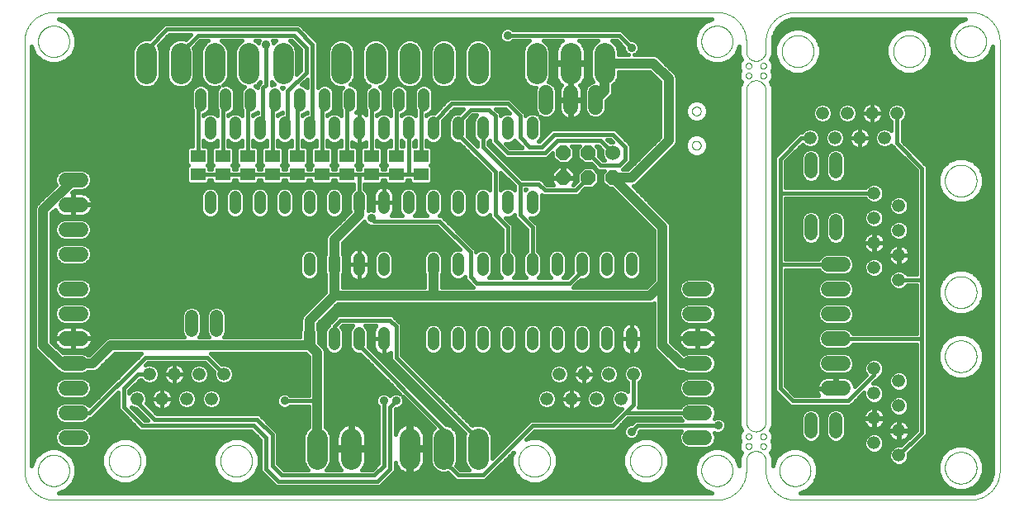
<source format=gbl>
G75*
%MOIN*%
%OFA0B0*%
%FSLAX25Y25*%
%IPPOS*%
%LPD*%
%AMOC8*
5,1,8,0,0,1.08239X$1,22.5*
%
%ADD10C,0.00000*%
%ADD11C,0.04800*%
%ADD12C,0.05250*%
%ADD13C,0.05400*%
%ADD14C,0.06000*%
%ADD15OC8,0.06000*%
%ADD16C,0.06000*%
%ADD17C,0.08400*%
%ADD18R,0.05906X0.05118*%
%ADD19C,0.04000*%
%ADD20C,0.03562*%
%ADD21C,0.01600*%
D10*
X0013611Y0020494D02*
X0281328Y0020494D01*
X0281328Y0020495D02*
X0281613Y0020498D01*
X0281899Y0020509D01*
X0282184Y0020526D01*
X0282468Y0020550D01*
X0282752Y0020581D01*
X0283035Y0020619D01*
X0283316Y0020664D01*
X0283597Y0020715D01*
X0283877Y0020773D01*
X0284155Y0020838D01*
X0284431Y0020910D01*
X0284705Y0020988D01*
X0284978Y0021073D01*
X0285248Y0021165D01*
X0285516Y0021263D01*
X0285782Y0021367D01*
X0286045Y0021478D01*
X0286305Y0021595D01*
X0286563Y0021718D01*
X0286817Y0021848D01*
X0287068Y0021984D01*
X0287316Y0022125D01*
X0287560Y0022273D01*
X0287801Y0022426D01*
X0288037Y0022586D01*
X0288270Y0022751D01*
X0288499Y0022921D01*
X0288724Y0023097D01*
X0288944Y0023279D01*
X0289160Y0023465D01*
X0289371Y0023657D01*
X0289578Y0023854D01*
X0289780Y0024056D01*
X0289977Y0024263D01*
X0290169Y0024474D01*
X0290355Y0024690D01*
X0290537Y0024910D01*
X0290713Y0025135D01*
X0290883Y0025364D01*
X0291048Y0025597D01*
X0291208Y0025833D01*
X0291361Y0026074D01*
X0291509Y0026318D01*
X0291650Y0026566D01*
X0291786Y0026817D01*
X0291916Y0027071D01*
X0292039Y0027329D01*
X0292156Y0027589D01*
X0292267Y0027852D01*
X0292371Y0028118D01*
X0292469Y0028386D01*
X0292561Y0028656D01*
X0292646Y0028929D01*
X0292724Y0029203D01*
X0292796Y0029479D01*
X0292861Y0029757D01*
X0292919Y0030037D01*
X0292970Y0030318D01*
X0293015Y0030599D01*
X0293053Y0030882D01*
X0293084Y0031166D01*
X0293108Y0031450D01*
X0293125Y0031735D01*
X0293136Y0032021D01*
X0293139Y0032306D01*
X0293139Y0036243D01*
X0297076Y0040180D02*
X0297200Y0040178D01*
X0297323Y0040172D01*
X0297447Y0040163D01*
X0297569Y0040149D01*
X0297692Y0040132D01*
X0297814Y0040110D01*
X0297935Y0040085D01*
X0298055Y0040056D01*
X0298174Y0040024D01*
X0298293Y0039987D01*
X0298410Y0039947D01*
X0298525Y0039904D01*
X0298640Y0039856D01*
X0298752Y0039805D01*
X0298863Y0039751D01*
X0298973Y0039693D01*
X0299080Y0039632D01*
X0299186Y0039567D01*
X0299289Y0039499D01*
X0299390Y0039428D01*
X0299489Y0039354D01*
X0299586Y0039277D01*
X0299680Y0039196D01*
X0299771Y0039113D01*
X0299860Y0039027D01*
X0299946Y0038938D01*
X0300029Y0038847D01*
X0300110Y0038753D01*
X0300187Y0038656D01*
X0300261Y0038557D01*
X0300332Y0038456D01*
X0300400Y0038353D01*
X0300465Y0038247D01*
X0300526Y0038140D01*
X0300584Y0038030D01*
X0300638Y0037919D01*
X0300689Y0037807D01*
X0300737Y0037692D01*
X0300780Y0037577D01*
X0300820Y0037460D01*
X0300857Y0037341D01*
X0300889Y0037222D01*
X0300918Y0037102D01*
X0300943Y0036981D01*
X0300965Y0036859D01*
X0300982Y0036736D01*
X0300996Y0036614D01*
X0301005Y0036490D01*
X0301011Y0036367D01*
X0301013Y0036243D01*
X0301013Y0032306D01*
X0297076Y0040180D02*
X0296952Y0040178D01*
X0296829Y0040172D01*
X0296705Y0040163D01*
X0296583Y0040149D01*
X0296460Y0040132D01*
X0296338Y0040110D01*
X0296217Y0040085D01*
X0296097Y0040056D01*
X0295978Y0040024D01*
X0295859Y0039987D01*
X0295742Y0039947D01*
X0295627Y0039904D01*
X0295512Y0039856D01*
X0295400Y0039805D01*
X0295289Y0039751D01*
X0295179Y0039693D01*
X0295072Y0039632D01*
X0294966Y0039567D01*
X0294863Y0039499D01*
X0294762Y0039428D01*
X0294663Y0039354D01*
X0294566Y0039277D01*
X0294472Y0039196D01*
X0294381Y0039113D01*
X0294292Y0039027D01*
X0294206Y0038938D01*
X0294123Y0038847D01*
X0294042Y0038753D01*
X0293965Y0038656D01*
X0293891Y0038557D01*
X0293820Y0038456D01*
X0293752Y0038353D01*
X0293687Y0038247D01*
X0293626Y0038140D01*
X0293568Y0038030D01*
X0293514Y0037919D01*
X0293463Y0037807D01*
X0293415Y0037692D01*
X0293372Y0037577D01*
X0293332Y0037460D01*
X0293295Y0037341D01*
X0293263Y0037222D01*
X0293234Y0037102D01*
X0293209Y0036981D01*
X0293187Y0036859D01*
X0293170Y0036736D01*
X0293156Y0036614D01*
X0293147Y0036490D01*
X0293141Y0036367D01*
X0293139Y0036243D01*
X0292942Y0042148D02*
X0292944Y0042217D01*
X0292950Y0042285D01*
X0292960Y0042353D01*
X0292974Y0042420D01*
X0292992Y0042487D01*
X0293013Y0042552D01*
X0293039Y0042616D01*
X0293068Y0042678D01*
X0293100Y0042738D01*
X0293136Y0042797D01*
X0293176Y0042853D01*
X0293218Y0042907D01*
X0293264Y0042958D01*
X0293313Y0043007D01*
X0293364Y0043053D01*
X0293418Y0043095D01*
X0293474Y0043135D01*
X0293532Y0043171D01*
X0293593Y0043203D01*
X0293655Y0043232D01*
X0293719Y0043258D01*
X0293784Y0043279D01*
X0293851Y0043297D01*
X0293918Y0043311D01*
X0293986Y0043321D01*
X0294054Y0043327D01*
X0294123Y0043329D01*
X0294192Y0043327D01*
X0294260Y0043321D01*
X0294328Y0043311D01*
X0294395Y0043297D01*
X0294462Y0043279D01*
X0294527Y0043258D01*
X0294591Y0043232D01*
X0294653Y0043203D01*
X0294713Y0043171D01*
X0294772Y0043135D01*
X0294828Y0043095D01*
X0294882Y0043053D01*
X0294933Y0043007D01*
X0294982Y0042958D01*
X0295028Y0042907D01*
X0295070Y0042853D01*
X0295110Y0042797D01*
X0295146Y0042738D01*
X0295178Y0042678D01*
X0295207Y0042616D01*
X0295233Y0042552D01*
X0295254Y0042487D01*
X0295272Y0042420D01*
X0295286Y0042353D01*
X0295296Y0042285D01*
X0295302Y0042217D01*
X0295304Y0042148D01*
X0295302Y0042079D01*
X0295296Y0042011D01*
X0295286Y0041943D01*
X0295272Y0041876D01*
X0295254Y0041809D01*
X0295233Y0041744D01*
X0295207Y0041680D01*
X0295178Y0041618D01*
X0295146Y0041557D01*
X0295110Y0041499D01*
X0295070Y0041443D01*
X0295028Y0041389D01*
X0294982Y0041338D01*
X0294933Y0041289D01*
X0294882Y0041243D01*
X0294828Y0041201D01*
X0294772Y0041161D01*
X0294714Y0041125D01*
X0294653Y0041093D01*
X0294591Y0041064D01*
X0294527Y0041038D01*
X0294462Y0041017D01*
X0294395Y0040999D01*
X0294328Y0040985D01*
X0294260Y0040975D01*
X0294192Y0040969D01*
X0294123Y0040967D01*
X0294054Y0040969D01*
X0293986Y0040975D01*
X0293918Y0040985D01*
X0293851Y0040999D01*
X0293784Y0041017D01*
X0293719Y0041038D01*
X0293655Y0041064D01*
X0293593Y0041093D01*
X0293532Y0041125D01*
X0293474Y0041161D01*
X0293418Y0041201D01*
X0293364Y0041243D01*
X0293313Y0041289D01*
X0293264Y0041338D01*
X0293218Y0041389D01*
X0293176Y0041443D01*
X0293136Y0041499D01*
X0293100Y0041557D01*
X0293068Y0041618D01*
X0293039Y0041680D01*
X0293013Y0041744D01*
X0292992Y0041809D01*
X0292974Y0041876D01*
X0292960Y0041943D01*
X0292950Y0042011D01*
X0292944Y0042079D01*
X0292942Y0042148D01*
X0298847Y0042148D02*
X0298849Y0042217D01*
X0298855Y0042285D01*
X0298865Y0042353D01*
X0298879Y0042420D01*
X0298897Y0042487D01*
X0298918Y0042552D01*
X0298944Y0042616D01*
X0298973Y0042678D01*
X0299005Y0042738D01*
X0299041Y0042797D01*
X0299081Y0042853D01*
X0299123Y0042907D01*
X0299169Y0042958D01*
X0299218Y0043007D01*
X0299269Y0043053D01*
X0299323Y0043095D01*
X0299379Y0043135D01*
X0299437Y0043171D01*
X0299498Y0043203D01*
X0299560Y0043232D01*
X0299624Y0043258D01*
X0299689Y0043279D01*
X0299756Y0043297D01*
X0299823Y0043311D01*
X0299891Y0043321D01*
X0299959Y0043327D01*
X0300028Y0043329D01*
X0300097Y0043327D01*
X0300165Y0043321D01*
X0300233Y0043311D01*
X0300300Y0043297D01*
X0300367Y0043279D01*
X0300432Y0043258D01*
X0300496Y0043232D01*
X0300558Y0043203D01*
X0300618Y0043171D01*
X0300677Y0043135D01*
X0300733Y0043095D01*
X0300787Y0043053D01*
X0300838Y0043007D01*
X0300887Y0042958D01*
X0300933Y0042907D01*
X0300975Y0042853D01*
X0301015Y0042797D01*
X0301051Y0042738D01*
X0301083Y0042678D01*
X0301112Y0042616D01*
X0301138Y0042552D01*
X0301159Y0042487D01*
X0301177Y0042420D01*
X0301191Y0042353D01*
X0301201Y0042285D01*
X0301207Y0042217D01*
X0301209Y0042148D01*
X0301207Y0042079D01*
X0301201Y0042011D01*
X0301191Y0041943D01*
X0301177Y0041876D01*
X0301159Y0041809D01*
X0301138Y0041744D01*
X0301112Y0041680D01*
X0301083Y0041618D01*
X0301051Y0041557D01*
X0301015Y0041499D01*
X0300975Y0041443D01*
X0300933Y0041389D01*
X0300887Y0041338D01*
X0300838Y0041289D01*
X0300787Y0041243D01*
X0300733Y0041201D01*
X0300677Y0041161D01*
X0300619Y0041125D01*
X0300558Y0041093D01*
X0300496Y0041064D01*
X0300432Y0041038D01*
X0300367Y0041017D01*
X0300300Y0040999D01*
X0300233Y0040985D01*
X0300165Y0040975D01*
X0300097Y0040969D01*
X0300028Y0040967D01*
X0299959Y0040969D01*
X0299891Y0040975D01*
X0299823Y0040985D01*
X0299756Y0040999D01*
X0299689Y0041017D01*
X0299624Y0041038D01*
X0299560Y0041064D01*
X0299498Y0041093D01*
X0299437Y0041125D01*
X0299379Y0041161D01*
X0299323Y0041201D01*
X0299269Y0041243D01*
X0299218Y0041289D01*
X0299169Y0041338D01*
X0299123Y0041389D01*
X0299081Y0041443D01*
X0299041Y0041499D01*
X0299005Y0041557D01*
X0298973Y0041618D01*
X0298944Y0041680D01*
X0298918Y0041744D01*
X0298897Y0041809D01*
X0298879Y0041876D01*
X0298865Y0041943D01*
X0298855Y0042011D01*
X0298849Y0042079D01*
X0298847Y0042148D01*
X0298847Y0046085D02*
X0298849Y0046154D01*
X0298855Y0046222D01*
X0298865Y0046290D01*
X0298879Y0046357D01*
X0298897Y0046424D01*
X0298918Y0046489D01*
X0298944Y0046553D01*
X0298973Y0046615D01*
X0299005Y0046675D01*
X0299041Y0046734D01*
X0299081Y0046790D01*
X0299123Y0046844D01*
X0299169Y0046895D01*
X0299218Y0046944D01*
X0299269Y0046990D01*
X0299323Y0047032D01*
X0299379Y0047072D01*
X0299437Y0047108D01*
X0299498Y0047140D01*
X0299560Y0047169D01*
X0299624Y0047195D01*
X0299689Y0047216D01*
X0299756Y0047234D01*
X0299823Y0047248D01*
X0299891Y0047258D01*
X0299959Y0047264D01*
X0300028Y0047266D01*
X0300097Y0047264D01*
X0300165Y0047258D01*
X0300233Y0047248D01*
X0300300Y0047234D01*
X0300367Y0047216D01*
X0300432Y0047195D01*
X0300496Y0047169D01*
X0300558Y0047140D01*
X0300618Y0047108D01*
X0300677Y0047072D01*
X0300733Y0047032D01*
X0300787Y0046990D01*
X0300838Y0046944D01*
X0300887Y0046895D01*
X0300933Y0046844D01*
X0300975Y0046790D01*
X0301015Y0046734D01*
X0301051Y0046675D01*
X0301083Y0046615D01*
X0301112Y0046553D01*
X0301138Y0046489D01*
X0301159Y0046424D01*
X0301177Y0046357D01*
X0301191Y0046290D01*
X0301201Y0046222D01*
X0301207Y0046154D01*
X0301209Y0046085D01*
X0301207Y0046016D01*
X0301201Y0045948D01*
X0301191Y0045880D01*
X0301177Y0045813D01*
X0301159Y0045746D01*
X0301138Y0045681D01*
X0301112Y0045617D01*
X0301083Y0045555D01*
X0301051Y0045494D01*
X0301015Y0045436D01*
X0300975Y0045380D01*
X0300933Y0045326D01*
X0300887Y0045275D01*
X0300838Y0045226D01*
X0300787Y0045180D01*
X0300733Y0045138D01*
X0300677Y0045098D01*
X0300619Y0045062D01*
X0300558Y0045030D01*
X0300496Y0045001D01*
X0300432Y0044975D01*
X0300367Y0044954D01*
X0300300Y0044936D01*
X0300233Y0044922D01*
X0300165Y0044912D01*
X0300097Y0044906D01*
X0300028Y0044904D01*
X0299959Y0044906D01*
X0299891Y0044912D01*
X0299823Y0044922D01*
X0299756Y0044936D01*
X0299689Y0044954D01*
X0299624Y0044975D01*
X0299560Y0045001D01*
X0299498Y0045030D01*
X0299437Y0045062D01*
X0299379Y0045098D01*
X0299323Y0045138D01*
X0299269Y0045180D01*
X0299218Y0045226D01*
X0299169Y0045275D01*
X0299123Y0045326D01*
X0299081Y0045380D01*
X0299041Y0045436D01*
X0299005Y0045494D01*
X0298973Y0045555D01*
X0298944Y0045617D01*
X0298918Y0045681D01*
X0298897Y0045746D01*
X0298879Y0045813D01*
X0298865Y0045880D01*
X0298855Y0045948D01*
X0298849Y0046016D01*
X0298847Y0046085D01*
X0292942Y0046085D02*
X0292944Y0046154D01*
X0292950Y0046222D01*
X0292960Y0046290D01*
X0292974Y0046357D01*
X0292992Y0046424D01*
X0293013Y0046489D01*
X0293039Y0046553D01*
X0293068Y0046615D01*
X0293100Y0046675D01*
X0293136Y0046734D01*
X0293176Y0046790D01*
X0293218Y0046844D01*
X0293264Y0046895D01*
X0293313Y0046944D01*
X0293364Y0046990D01*
X0293418Y0047032D01*
X0293474Y0047072D01*
X0293532Y0047108D01*
X0293593Y0047140D01*
X0293655Y0047169D01*
X0293719Y0047195D01*
X0293784Y0047216D01*
X0293851Y0047234D01*
X0293918Y0047248D01*
X0293986Y0047258D01*
X0294054Y0047264D01*
X0294123Y0047266D01*
X0294192Y0047264D01*
X0294260Y0047258D01*
X0294328Y0047248D01*
X0294395Y0047234D01*
X0294462Y0047216D01*
X0294527Y0047195D01*
X0294591Y0047169D01*
X0294653Y0047140D01*
X0294713Y0047108D01*
X0294772Y0047072D01*
X0294828Y0047032D01*
X0294882Y0046990D01*
X0294933Y0046944D01*
X0294982Y0046895D01*
X0295028Y0046844D01*
X0295070Y0046790D01*
X0295110Y0046734D01*
X0295146Y0046675D01*
X0295178Y0046615D01*
X0295207Y0046553D01*
X0295233Y0046489D01*
X0295254Y0046424D01*
X0295272Y0046357D01*
X0295286Y0046290D01*
X0295296Y0046222D01*
X0295302Y0046154D01*
X0295304Y0046085D01*
X0295302Y0046016D01*
X0295296Y0045948D01*
X0295286Y0045880D01*
X0295272Y0045813D01*
X0295254Y0045746D01*
X0295233Y0045681D01*
X0295207Y0045617D01*
X0295178Y0045555D01*
X0295146Y0045494D01*
X0295110Y0045436D01*
X0295070Y0045380D01*
X0295028Y0045326D01*
X0294982Y0045275D01*
X0294933Y0045226D01*
X0294882Y0045180D01*
X0294828Y0045138D01*
X0294772Y0045098D01*
X0294714Y0045062D01*
X0294653Y0045030D01*
X0294591Y0045001D01*
X0294527Y0044975D01*
X0294462Y0044954D01*
X0294395Y0044936D01*
X0294328Y0044922D01*
X0294260Y0044912D01*
X0294192Y0044906D01*
X0294123Y0044904D01*
X0294054Y0044906D01*
X0293986Y0044912D01*
X0293918Y0044922D01*
X0293851Y0044936D01*
X0293784Y0044954D01*
X0293719Y0044975D01*
X0293655Y0045001D01*
X0293593Y0045030D01*
X0293532Y0045062D01*
X0293474Y0045098D01*
X0293418Y0045138D01*
X0293364Y0045180D01*
X0293313Y0045226D01*
X0293264Y0045275D01*
X0293218Y0045326D01*
X0293176Y0045380D01*
X0293136Y0045436D01*
X0293100Y0045494D01*
X0293068Y0045555D01*
X0293039Y0045617D01*
X0293013Y0045681D01*
X0292992Y0045746D01*
X0292974Y0045813D01*
X0292960Y0045880D01*
X0292950Y0045948D01*
X0292944Y0046016D01*
X0292942Y0046085D01*
X0293139Y0051991D02*
X0293139Y0185849D01*
X0293141Y0185973D01*
X0293147Y0186096D01*
X0293156Y0186220D01*
X0293170Y0186342D01*
X0293187Y0186465D01*
X0293209Y0186587D01*
X0293234Y0186708D01*
X0293263Y0186828D01*
X0293295Y0186947D01*
X0293332Y0187066D01*
X0293372Y0187183D01*
X0293415Y0187298D01*
X0293463Y0187413D01*
X0293514Y0187525D01*
X0293568Y0187636D01*
X0293626Y0187746D01*
X0293687Y0187853D01*
X0293752Y0187959D01*
X0293820Y0188062D01*
X0293891Y0188163D01*
X0293965Y0188262D01*
X0294042Y0188359D01*
X0294123Y0188453D01*
X0294206Y0188544D01*
X0294292Y0188633D01*
X0294381Y0188719D01*
X0294472Y0188802D01*
X0294566Y0188883D01*
X0294663Y0188960D01*
X0294762Y0189034D01*
X0294863Y0189105D01*
X0294966Y0189173D01*
X0295072Y0189238D01*
X0295179Y0189299D01*
X0295289Y0189357D01*
X0295400Y0189411D01*
X0295512Y0189462D01*
X0295627Y0189510D01*
X0295742Y0189553D01*
X0295859Y0189593D01*
X0295978Y0189630D01*
X0296097Y0189662D01*
X0296217Y0189691D01*
X0296338Y0189716D01*
X0296460Y0189738D01*
X0296583Y0189755D01*
X0296705Y0189769D01*
X0296829Y0189778D01*
X0296952Y0189784D01*
X0297076Y0189786D01*
X0298847Y0191754D02*
X0298849Y0191823D01*
X0298855Y0191891D01*
X0298865Y0191959D01*
X0298879Y0192026D01*
X0298897Y0192093D01*
X0298918Y0192158D01*
X0298944Y0192222D01*
X0298973Y0192284D01*
X0299005Y0192344D01*
X0299041Y0192403D01*
X0299081Y0192459D01*
X0299123Y0192513D01*
X0299169Y0192564D01*
X0299218Y0192613D01*
X0299269Y0192659D01*
X0299323Y0192701D01*
X0299379Y0192741D01*
X0299437Y0192777D01*
X0299498Y0192809D01*
X0299560Y0192838D01*
X0299624Y0192864D01*
X0299689Y0192885D01*
X0299756Y0192903D01*
X0299823Y0192917D01*
X0299891Y0192927D01*
X0299959Y0192933D01*
X0300028Y0192935D01*
X0300097Y0192933D01*
X0300165Y0192927D01*
X0300233Y0192917D01*
X0300300Y0192903D01*
X0300367Y0192885D01*
X0300432Y0192864D01*
X0300496Y0192838D01*
X0300558Y0192809D01*
X0300618Y0192777D01*
X0300677Y0192741D01*
X0300733Y0192701D01*
X0300787Y0192659D01*
X0300838Y0192613D01*
X0300887Y0192564D01*
X0300933Y0192513D01*
X0300975Y0192459D01*
X0301015Y0192403D01*
X0301051Y0192344D01*
X0301083Y0192284D01*
X0301112Y0192222D01*
X0301138Y0192158D01*
X0301159Y0192093D01*
X0301177Y0192026D01*
X0301191Y0191959D01*
X0301201Y0191891D01*
X0301207Y0191823D01*
X0301209Y0191754D01*
X0301207Y0191685D01*
X0301201Y0191617D01*
X0301191Y0191549D01*
X0301177Y0191482D01*
X0301159Y0191415D01*
X0301138Y0191350D01*
X0301112Y0191286D01*
X0301083Y0191224D01*
X0301051Y0191163D01*
X0301015Y0191105D01*
X0300975Y0191049D01*
X0300933Y0190995D01*
X0300887Y0190944D01*
X0300838Y0190895D01*
X0300787Y0190849D01*
X0300733Y0190807D01*
X0300677Y0190767D01*
X0300619Y0190731D01*
X0300558Y0190699D01*
X0300496Y0190670D01*
X0300432Y0190644D01*
X0300367Y0190623D01*
X0300300Y0190605D01*
X0300233Y0190591D01*
X0300165Y0190581D01*
X0300097Y0190575D01*
X0300028Y0190573D01*
X0299959Y0190575D01*
X0299891Y0190581D01*
X0299823Y0190591D01*
X0299756Y0190605D01*
X0299689Y0190623D01*
X0299624Y0190644D01*
X0299560Y0190670D01*
X0299498Y0190699D01*
X0299437Y0190731D01*
X0299379Y0190767D01*
X0299323Y0190807D01*
X0299269Y0190849D01*
X0299218Y0190895D01*
X0299169Y0190944D01*
X0299123Y0190995D01*
X0299081Y0191049D01*
X0299041Y0191105D01*
X0299005Y0191163D01*
X0298973Y0191224D01*
X0298944Y0191286D01*
X0298918Y0191350D01*
X0298897Y0191415D01*
X0298879Y0191482D01*
X0298865Y0191549D01*
X0298855Y0191617D01*
X0298849Y0191685D01*
X0298847Y0191754D01*
X0292942Y0191754D02*
X0292944Y0191823D01*
X0292950Y0191891D01*
X0292960Y0191959D01*
X0292974Y0192026D01*
X0292992Y0192093D01*
X0293013Y0192158D01*
X0293039Y0192222D01*
X0293068Y0192284D01*
X0293100Y0192344D01*
X0293136Y0192403D01*
X0293176Y0192459D01*
X0293218Y0192513D01*
X0293264Y0192564D01*
X0293313Y0192613D01*
X0293364Y0192659D01*
X0293418Y0192701D01*
X0293474Y0192741D01*
X0293532Y0192777D01*
X0293593Y0192809D01*
X0293655Y0192838D01*
X0293719Y0192864D01*
X0293784Y0192885D01*
X0293851Y0192903D01*
X0293918Y0192917D01*
X0293986Y0192927D01*
X0294054Y0192933D01*
X0294123Y0192935D01*
X0294192Y0192933D01*
X0294260Y0192927D01*
X0294328Y0192917D01*
X0294395Y0192903D01*
X0294462Y0192885D01*
X0294527Y0192864D01*
X0294591Y0192838D01*
X0294653Y0192809D01*
X0294713Y0192777D01*
X0294772Y0192741D01*
X0294828Y0192701D01*
X0294882Y0192659D01*
X0294933Y0192613D01*
X0294982Y0192564D01*
X0295028Y0192513D01*
X0295070Y0192459D01*
X0295110Y0192403D01*
X0295146Y0192344D01*
X0295178Y0192284D01*
X0295207Y0192222D01*
X0295233Y0192158D01*
X0295254Y0192093D01*
X0295272Y0192026D01*
X0295286Y0191959D01*
X0295296Y0191891D01*
X0295302Y0191823D01*
X0295304Y0191754D01*
X0295302Y0191685D01*
X0295296Y0191617D01*
X0295286Y0191549D01*
X0295272Y0191482D01*
X0295254Y0191415D01*
X0295233Y0191350D01*
X0295207Y0191286D01*
X0295178Y0191224D01*
X0295146Y0191163D01*
X0295110Y0191105D01*
X0295070Y0191049D01*
X0295028Y0190995D01*
X0294982Y0190944D01*
X0294933Y0190895D01*
X0294882Y0190849D01*
X0294828Y0190807D01*
X0294772Y0190767D01*
X0294714Y0190731D01*
X0294653Y0190699D01*
X0294591Y0190670D01*
X0294527Y0190644D01*
X0294462Y0190623D01*
X0294395Y0190605D01*
X0294328Y0190591D01*
X0294260Y0190581D01*
X0294192Y0190575D01*
X0294123Y0190573D01*
X0294054Y0190575D01*
X0293986Y0190581D01*
X0293918Y0190591D01*
X0293851Y0190605D01*
X0293784Y0190623D01*
X0293719Y0190644D01*
X0293655Y0190670D01*
X0293593Y0190699D01*
X0293532Y0190731D01*
X0293474Y0190767D01*
X0293418Y0190807D01*
X0293364Y0190849D01*
X0293313Y0190895D01*
X0293264Y0190944D01*
X0293218Y0190995D01*
X0293176Y0191049D01*
X0293136Y0191105D01*
X0293100Y0191163D01*
X0293068Y0191224D01*
X0293039Y0191286D01*
X0293013Y0191350D01*
X0292992Y0191415D01*
X0292974Y0191482D01*
X0292960Y0191549D01*
X0292950Y0191617D01*
X0292944Y0191685D01*
X0292942Y0191754D01*
X0292942Y0195691D02*
X0292944Y0195760D01*
X0292950Y0195828D01*
X0292960Y0195896D01*
X0292974Y0195963D01*
X0292992Y0196030D01*
X0293013Y0196095D01*
X0293039Y0196159D01*
X0293068Y0196221D01*
X0293100Y0196281D01*
X0293136Y0196340D01*
X0293176Y0196396D01*
X0293218Y0196450D01*
X0293264Y0196501D01*
X0293313Y0196550D01*
X0293364Y0196596D01*
X0293418Y0196638D01*
X0293474Y0196678D01*
X0293532Y0196714D01*
X0293593Y0196746D01*
X0293655Y0196775D01*
X0293719Y0196801D01*
X0293784Y0196822D01*
X0293851Y0196840D01*
X0293918Y0196854D01*
X0293986Y0196864D01*
X0294054Y0196870D01*
X0294123Y0196872D01*
X0294192Y0196870D01*
X0294260Y0196864D01*
X0294328Y0196854D01*
X0294395Y0196840D01*
X0294462Y0196822D01*
X0294527Y0196801D01*
X0294591Y0196775D01*
X0294653Y0196746D01*
X0294713Y0196714D01*
X0294772Y0196678D01*
X0294828Y0196638D01*
X0294882Y0196596D01*
X0294933Y0196550D01*
X0294982Y0196501D01*
X0295028Y0196450D01*
X0295070Y0196396D01*
X0295110Y0196340D01*
X0295146Y0196281D01*
X0295178Y0196221D01*
X0295207Y0196159D01*
X0295233Y0196095D01*
X0295254Y0196030D01*
X0295272Y0195963D01*
X0295286Y0195896D01*
X0295296Y0195828D01*
X0295302Y0195760D01*
X0295304Y0195691D01*
X0295302Y0195622D01*
X0295296Y0195554D01*
X0295286Y0195486D01*
X0295272Y0195419D01*
X0295254Y0195352D01*
X0295233Y0195287D01*
X0295207Y0195223D01*
X0295178Y0195161D01*
X0295146Y0195100D01*
X0295110Y0195042D01*
X0295070Y0194986D01*
X0295028Y0194932D01*
X0294982Y0194881D01*
X0294933Y0194832D01*
X0294882Y0194786D01*
X0294828Y0194744D01*
X0294772Y0194704D01*
X0294714Y0194668D01*
X0294653Y0194636D01*
X0294591Y0194607D01*
X0294527Y0194581D01*
X0294462Y0194560D01*
X0294395Y0194542D01*
X0294328Y0194528D01*
X0294260Y0194518D01*
X0294192Y0194512D01*
X0294123Y0194510D01*
X0294054Y0194512D01*
X0293986Y0194518D01*
X0293918Y0194528D01*
X0293851Y0194542D01*
X0293784Y0194560D01*
X0293719Y0194581D01*
X0293655Y0194607D01*
X0293593Y0194636D01*
X0293532Y0194668D01*
X0293474Y0194704D01*
X0293418Y0194744D01*
X0293364Y0194786D01*
X0293313Y0194832D01*
X0293264Y0194881D01*
X0293218Y0194932D01*
X0293176Y0194986D01*
X0293136Y0195042D01*
X0293100Y0195100D01*
X0293068Y0195161D01*
X0293039Y0195223D01*
X0293013Y0195287D01*
X0292992Y0195352D01*
X0292974Y0195419D01*
X0292960Y0195486D01*
X0292950Y0195554D01*
X0292944Y0195622D01*
X0292942Y0195691D01*
X0298847Y0195691D02*
X0298849Y0195760D01*
X0298855Y0195828D01*
X0298865Y0195896D01*
X0298879Y0195963D01*
X0298897Y0196030D01*
X0298918Y0196095D01*
X0298944Y0196159D01*
X0298973Y0196221D01*
X0299005Y0196281D01*
X0299041Y0196340D01*
X0299081Y0196396D01*
X0299123Y0196450D01*
X0299169Y0196501D01*
X0299218Y0196550D01*
X0299269Y0196596D01*
X0299323Y0196638D01*
X0299379Y0196678D01*
X0299437Y0196714D01*
X0299498Y0196746D01*
X0299560Y0196775D01*
X0299624Y0196801D01*
X0299689Y0196822D01*
X0299756Y0196840D01*
X0299823Y0196854D01*
X0299891Y0196864D01*
X0299959Y0196870D01*
X0300028Y0196872D01*
X0300097Y0196870D01*
X0300165Y0196864D01*
X0300233Y0196854D01*
X0300300Y0196840D01*
X0300367Y0196822D01*
X0300432Y0196801D01*
X0300496Y0196775D01*
X0300558Y0196746D01*
X0300618Y0196714D01*
X0300677Y0196678D01*
X0300733Y0196638D01*
X0300787Y0196596D01*
X0300838Y0196550D01*
X0300887Y0196501D01*
X0300933Y0196450D01*
X0300975Y0196396D01*
X0301015Y0196340D01*
X0301051Y0196281D01*
X0301083Y0196221D01*
X0301112Y0196159D01*
X0301138Y0196095D01*
X0301159Y0196030D01*
X0301177Y0195963D01*
X0301191Y0195896D01*
X0301201Y0195828D01*
X0301207Y0195760D01*
X0301209Y0195691D01*
X0301207Y0195622D01*
X0301201Y0195554D01*
X0301191Y0195486D01*
X0301177Y0195419D01*
X0301159Y0195352D01*
X0301138Y0195287D01*
X0301112Y0195223D01*
X0301083Y0195161D01*
X0301051Y0195100D01*
X0301015Y0195042D01*
X0300975Y0194986D01*
X0300933Y0194932D01*
X0300887Y0194881D01*
X0300838Y0194832D01*
X0300787Y0194786D01*
X0300733Y0194744D01*
X0300677Y0194704D01*
X0300619Y0194668D01*
X0300558Y0194636D01*
X0300496Y0194607D01*
X0300432Y0194581D01*
X0300367Y0194560D01*
X0300300Y0194542D01*
X0300233Y0194528D01*
X0300165Y0194518D01*
X0300097Y0194512D01*
X0300028Y0194510D01*
X0299959Y0194512D01*
X0299891Y0194518D01*
X0299823Y0194528D01*
X0299756Y0194542D01*
X0299689Y0194560D01*
X0299624Y0194581D01*
X0299560Y0194607D01*
X0299498Y0194636D01*
X0299437Y0194668D01*
X0299379Y0194704D01*
X0299323Y0194744D01*
X0299269Y0194786D01*
X0299218Y0194832D01*
X0299169Y0194881D01*
X0299123Y0194932D01*
X0299081Y0194986D01*
X0299041Y0195042D01*
X0299005Y0195100D01*
X0298973Y0195161D01*
X0298944Y0195223D01*
X0298918Y0195287D01*
X0298897Y0195352D01*
X0298879Y0195419D01*
X0298865Y0195486D01*
X0298855Y0195554D01*
X0298849Y0195622D01*
X0298847Y0195691D01*
X0297076Y0197660D02*
X0297200Y0197662D01*
X0297323Y0197668D01*
X0297447Y0197677D01*
X0297569Y0197691D01*
X0297692Y0197708D01*
X0297814Y0197730D01*
X0297935Y0197755D01*
X0298055Y0197784D01*
X0298174Y0197816D01*
X0298293Y0197853D01*
X0298410Y0197893D01*
X0298525Y0197936D01*
X0298640Y0197984D01*
X0298752Y0198035D01*
X0298863Y0198089D01*
X0298973Y0198147D01*
X0299080Y0198208D01*
X0299186Y0198273D01*
X0299289Y0198341D01*
X0299390Y0198412D01*
X0299489Y0198486D01*
X0299586Y0198563D01*
X0299680Y0198644D01*
X0299771Y0198727D01*
X0299860Y0198813D01*
X0299946Y0198902D01*
X0300029Y0198993D01*
X0300110Y0199087D01*
X0300187Y0199184D01*
X0300261Y0199283D01*
X0300332Y0199384D01*
X0300400Y0199487D01*
X0300465Y0199593D01*
X0300526Y0199700D01*
X0300584Y0199810D01*
X0300638Y0199921D01*
X0300689Y0200033D01*
X0300737Y0200148D01*
X0300780Y0200263D01*
X0300820Y0200380D01*
X0300857Y0200499D01*
X0300889Y0200618D01*
X0300918Y0200738D01*
X0300943Y0200859D01*
X0300965Y0200981D01*
X0300982Y0201104D01*
X0300996Y0201226D01*
X0301005Y0201350D01*
X0301011Y0201473D01*
X0301013Y0201597D01*
X0301013Y0205534D01*
X0293139Y0201597D02*
X0293141Y0201473D01*
X0293147Y0201350D01*
X0293156Y0201226D01*
X0293170Y0201104D01*
X0293187Y0200981D01*
X0293209Y0200859D01*
X0293234Y0200738D01*
X0293263Y0200618D01*
X0293295Y0200499D01*
X0293332Y0200380D01*
X0293372Y0200263D01*
X0293415Y0200148D01*
X0293463Y0200033D01*
X0293514Y0199921D01*
X0293568Y0199810D01*
X0293626Y0199700D01*
X0293687Y0199593D01*
X0293752Y0199487D01*
X0293820Y0199384D01*
X0293891Y0199283D01*
X0293965Y0199184D01*
X0294042Y0199087D01*
X0294123Y0198993D01*
X0294206Y0198902D01*
X0294292Y0198813D01*
X0294381Y0198727D01*
X0294472Y0198644D01*
X0294566Y0198563D01*
X0294663Y0198486D01*
X0294762Y0198412D01*
X0294863Y0198341D01*
X0294966Y0198273D01*
X0295072Y0198208D01*
X0295179Y0198147D01*
X0295289Y0198089D01*
X0295400Y0198035D01*
X0295512Y0197984D01*
X0295627Y0197936D01*
X0295742Y0197893D01*
X0295859Y0197853D01*
X0295978Y0197816D01*
X0296097Y0197784D01*
X0296217Y0197755D01*
X0296338Y0197730D01*
X0296460Y0197708D01*
X0296583Y0197691D01*
X0296705Y0197677D01*
X0296829Y0197668D01*
X0296952Y0197662D01*
X0297076Y0197660D01*
X0293139Y0201597D02*
X0293139Y0205534D01*
X0293136Y0205819D01*
X0293125Y0206105D01*
X0293108Y0206390D01*
X0293084Y0206674D01*
X0293053Y0206958D01*
X0293015Y0207241D01*
X0292970Y0207522D01*
X0292919Y0207803D01*
X0292861Y0208083D01*
X0292796Y0208361D01*
X0292724Y0208637D01*
X0292646Y0208911D01*
X0292561Y0209184D01*
X0292469Y0209454D01*
X0292371Y0209722D01*
X0292267Y0209988D01*
X0292156Y0210251D01*
X0292039Y0210511D01*
X0291916Y0210769D01*
X0291786Y0211023D01*
X0291650Y0211274D01*
X0291509Y0211522D01*
X0291361Y0211766D01*
X0291208Y0212007D01*
X0291048Y0212243D01*
X0290883Y0212476D01*
X0290713Y0212705D01*
X0290537Y0212930D01*
X0290355Y0213150D01*
X0290169Y0213366D01*
X0289977Y0213577D01*
X0289780Y0213784D01*
X0289578Y0213986D01*
X0289371Y0214183D01*
X0289160Y0214375D01*
X0288944Y0214561D01*
X0288724Y0214743D01*
X0288499Y0214919D01*
X0288270Y0215089D01*
X0288037Y0215254D01*
X0287801Y0215414D01*
X0287560Y0215567D01*
X0287316Y0215715D01*
X0287068Y0215856D01*
X0286817Y0215992D01*
X0286563Y0216122D01*
X0286305Y0216245D01*
X0286045Y0216362D01*
X0285782Y0216473D01*
X0285516Y0216577D01*
X0285248Y0216675D01*
X0284978Y0216767D01*
X0284705Y0216852D01*
X0284431Y0216930D01*
X0284155Y0217002D01*
X0283877Y0217067D01*
X0283597Y0217125D01*
X0283316Y0217176D01*
X0283035Y0217221D01*
X0282752Y0217259D01*
X0282468Y0217290D01*
X0282184Y0217314D01*
X0281899Y0217331D01*
X0281613Y0217342D01*
X0281328Y0217345D01*
X0013611Y0217345D01*
X0013326Y0217342D01*
X0013040Y0217331D01*
X0012755Y0217314D01*
X0012471Y0217290D01*
X0012187Y0217259D01*
X0011904Y0217221D01*
X0011623Y0217176D01*
X0011342Y0217125D01*
X0011062Y0217067D01*
X0010784Y0217002D01*
X0010508Y0216930D01*
X0010234Y0216852D01*
X0009961Y0216767D01*
X0009691Y0216675D01*
X0009423Y0216577D01*
X0009157Y0216473D01*
X0008894Y0216362D01*
X0008634Y0216245D01*
X0008376Y0216122D01*
X0008122Y0215992D01*
X0007871Y0215856D01*
X0007623Y0215715D01*
X0007379Y0215567D01*
X0007138Y0215414D01*
X0006902Y0215254D01*
X0006669Y0215089D01*
X0006440Y0214919D01*
X0006215Y0214743D01*
X0005995Y0214561D01*
X0005779Y0214375D01*
X0005568Y0214183D01*
X0005361Y0213986D01*
X0005159Y0213784D01*
X0004962Y0213577D01*
X0004770Y0213366D01*
X0004584Y0213150D01*
X0004402Y0212930D01*
X0004226Y0212705D01*
X0004056Y0212476D01*
X0003891Y0212243D01*
X0003731Y0212007D01*
X0003578Y0211766D01*
X0003430Y0211522D01*
X0003289Y0211274D01*
X0003153Y0211023D01*
X0003023Y0210769D01*
X0002900Y0210511D01*
X0002783Y0210251D01*
X0002672Y0209988D01*
X0002568Y0209722D01*
X0002470Y0209454D01*
X0002378Y0209184D01*
X0002293Y0208911D01*
X0002215Y0208637D01*
X0002143Y0208361D01*
X0002078Y0208083D01*
X0002020Y0207803D01*
X0001969Y0207522D01*
X0001924Y0207241D01*
X0001886Y0206958D01*
X0001855Y0206674D01*
X0001831Y0206390D01*
X0001814Y0206105D01*
X0001803Y0205819D01*
X0001800Y0205534D01*
X0001800Y0032306D01*
X0001803Y0032021D01*
X0001814Y0031735D01*
X0001831Y0031450D01*
X0001855Y0031166D01*
X0001886Y0030882D01*
X0001924Y0030599D01*
X0001969Y0030318D01*
X0002020Y0030037D01*
X0002078Y0029757D01*
X0002143Y0029479D01*
X0002215Y0029203D01*
X0002293Y0028929D01*
X0002378Y0028656D01*
X0002470Y0028386D01*
X0002568Y0028118D01*
X0002672Y0027852D01*
X0002783Y0027589D01*
X0002900Y0027329D01*
X0003023Y0027071D01*
X0003153Y0026817D01*
X0003289Y0026566D01*
X0003430Y0026318D01*
X0003578Y0026074D01*
X0003731Y0025833D01*
X0003891Y0025597D01*
X0004056Y0025364D01*
X0004226Y0025135D01*
X0004402Y0024910D01*
X0004584Y0024690D01*
X0004770Y0024474D01*
X0004962Y0024263D01*
X0005159Y0024056D01*
X0005361Y0023854D01*
X0005568Y0023657D01*
X0005779Y0023465D01*
X0005995Y0023279D01*
X0006215Y0023097D01*
X0006440Y0022921D01*
X0006669Y0022751D01*
X0006902Y0022586D01*
X0007138Y0022426D01*
X0007379Y0022273D01*
X0007623Y0022125D01*
X0007871Y0021984D01*
X0008122Y0021848D01*
X0008376Y0021718D01*
X0008634Y0021595D01*
X0008894Y0021478D01*
X0009157Y0021367D01*
X0009423Y0021263D01*
X0009691Y0021165D01*
X0009961Y0021073D01*
X0010234Y0020988D01*
X0010508Y0020910D01*
X0010784Y0020838D01*
X0011062Y0020773D01*
X0011342Y0020715D01*
X0011623Y0020664D01*
X0011904Y0020619D01*
X0012187Y0020581D01*
X0012471Y0020550D01*
X0012755Y0020526D01*
X0013040Y0020509D01*
X0013326Y0020498D01*
X0013611Y0020495D01*
X0007312Y0032306D02*
X0007314Y0032464D01*
X0007320Y0032622D01*
X0007330Y0032780D01*
X0007344Y0032938D01*
X0007362Y0033095D01*
X0007383Y0033252D01*
X0007409Y0033408D01*
X0007439Y0033564D01*
X0007472Y0033719D01*
X0007510Y0033872D01*
X0007551Y0034025D01*
X0007596Y0034177D01*
X0007645Y0034328D01*
X0007698Y0034477D01*
X0007754Y0034625D01*
X0007814Y0034771D01*
X0007878Y0034916D01*
X0007946Y0035059D01*
X0008017Y0035201D01*
X0008091Y0035341D01*
X0008169Y0035478D01*
X0008251Y0035614D01*
X0008335Y0035748D01*
X0008424Y0035879D01*
X0008515Y0036008D01*
X0008610Y0036135D01*
X0008707Y0036260D01*
X0008808Y0036382D01*
X0008912Y0036501D01*
X0009019Y0036618D01*
X0009129Y0036732D01*
X0009242Y0036843D01*
X0009357Y0036952D01*
X0009475Y0037057D01*
X0009596Y0037159D01*
X0009719Y0037259D01*
X0009845Y0037355D01*
X0009973Y0037448D01*
X0010103Y0037538D01*
X0010236Y0037624D01*
X0010371Y0037708D01*
X0010507Y0037787D01*
X0010646Y0037864D01*
X0010787Y0037936D01*
X0010929Y0038006D01*
X0011073Y0038071D01*
X0011219Y0038133D01*
X0011366Y0038191D01*
X0011515Y0038246D01*
X0011665Y0038297D01*
X0011816Y0038344D01*
X0011968Y0038387D01*
X0012121Y0038426D01*
X0012276Y0038462D01*
X0012431Y0038493D01*
X0012587Y0038521D01*
X0012743Y0038545D01*
X0012900Y0038565D01*
X0013058Y0038581D01*
X0013215Y0038593D01*
X0013374Y0038601D01*
X0013532Y0038605D01*
X0013690Y0038605D01*
X0013848Y0038601D01*
X0014007Y0038593D01*
X0014164Y0038581D01*
X0014322Y0038565D01*
X0014479Y0038545D01*
X0014635Y0038521D01*
X0014791Y0038493D01*
X0014946Y0038462D01*
X0015101Y0038426D01*
X0015254Y0038387D01*
X0015406Y0038344D01*
X0015557Y0038297D01*
X0015707Y0038246D01*
X0015856Y0038191D01*
X0016003Y0038133D01*
X0016149Y0038071D01*
X0016293Y0038006D01*
X0016435Y0037936D01*
X0016576Y0037864D01*
X0016715Y0037787D01*
X0016851Y0037708D01*
X0016986Y0037624D01*
X0017119Y0037538D01*
X0017249Y0037448D01*
X0017377Y0037355D01*
X0017503Y0037259D01*
X0017626Y0037159D01*
X0017747Y0037057D01*
X0017865Y0036952D01*
X0017980Y0036843D01*
X0018093Y0036732D01*
X0018203Y0036618D01*
X0018310Y0036501D01*
X0018414Y0036382D01*
X0018515Y0036260D01*
X0018612Y0036135D01*
X0018707Y0036008D01*
X0018798Y0035879D01*
X0018887Y0035748D01*
X0018971Y0035614D01*
X0019053Y0035478D01*
X0019131Y0035341D01*
X0019205Y0035201D01*
X0019276Y0035059D01*
X0019344Y0034916D01*
X0019408Y0034771D01*
X0019468Y0034625D01*
X0019524Y0034477D01*
X0019577Y0034328D01*
X0019626Y0034177D01*
X0019671Y0034025D01*
X0019712Y0033872D01*
X0019750Y0033719D01*
X0019783Y0033564D01*
X0019813Y0033408D01*
X0019839Y0033252D01*
X0019860Y0033095D01*
X0019878Y0032938D01*
X0019892Y0032780D01*
X0019902Y0032622D01*
X0019908Y0032464D01*
X0019910Y0032306D01*
X0019908Y0032148D01*
X0019902Y0031990D01*
X0019892Y0031832D01*
X0019878Y0031674D01*
X0019860Y0031517D01*
X0019839Y0031360D01*
X0019813Y0031204D01*
X0019783Y0031048D01*
X0019750Y0030893D01*
X0019712Y0030740D01*
X0019671Y0030587D01*
X0019626Y0030435D01*
X0019577Y0030284D01*
X0019524Y0030135D01*
X0019468Y0029987D01*
X0019408Y0029841D01*
X0019344Y0029696D01*
X0019276Y0029553D01*
X0019205Y0029411D01*
X0019131Y0029271D01*
X0019053Y0029134D01*
X0018971Y0028998D01*
X0018887Y0028864D01*
X0018798Y0028733D01*
X0018707Y0028604D01*
X0018612Y0028477D01*
X0018515Y0028352D01*
X0018414Y0028230D01*
X0018310Y0028111D01*
X0018203Y0027994D01*
X0018093Y0027880D01*
X0017980Y0027769D01*
X0017865Y0027660D01*
X0017747Y0027555D01*
X0017626Y0027453D01*
X0017503Y0027353D01*
X0017377Y0027257D01*
X0017249Y0027164D01*
X0017119Y0027074D01*
X0016986Y0026988D01*
X0016851Y0026904D01*
X0016715Y0026825D01*
X0016576Y0026748D01*
X0016435Y0026676D01*
X0016293Y0026606D01*
X0016149Y0026541D01*
X0016003Y0026479D01*
X0015856Y0026421D01*
X0015707Y0026366D01*
X0015557Y0026315D01*
X0015406Y0026268D01*
X0015254Y0026225D01*
X0015101Y0026186D01*
X0014946Y0026150D01*
X0014791Y0026119D01*
X0014635Y0026091D01*
X0014479Y0026067D01*
X0014322Y0026047D01*
X0014164Y0026031D01*
X0014007Y0026019D01*
X0013848Y0026011D01*
X0013690Y0026007D01*
X0013532Y0026007D01*
X0013374Y0026011D01*
X0013215Y0026019D01*
X0013058Y0026031D01*
X0012900Y0026047D01*
X0012743Y0026067D01*
X0012587Y0026091D01*
X0012431Y0026119D01*
X0012276Y0026150D01*
X0012121Y0026186D01*
X0011968Y0026225D01*
X0011816Y0026268D01*
X0011665Y0026315D01*
X0011515Y0026366D01*
X0011366Y0026421D01*
X0011219Y0026479D01*
X0011073Y0026541D01*
X0010929Y0026606D01*
X0010787Y0026676D01*
X0010646Y0026748D01*
X0010507Y0026825D01*
X0010371Y0026904D01*
X0010236Y0026988D01*
X0010103Y0027074D01*
X0009973Y0027164D01*
X0009845Y0027257D01*
X0009719Y0027353D01*
X0009596Y0027453D01*
X0009475Y0027555D01*
X0009357Y0027660D01*
X0009242Y0027769D01*
X0009129Y0027880D01*
X0009019Y0027994D01*
X0008912Y0028111D01*
X0008808Y0028230D01*
X0008707Y0028352D01*
X0008610Y0028477D01*
X0008515Y0028604D01*
X0008424Y0028733D01*
X0008335Y0028864D01*
X0008251Y0028998D01*
X0008169Y0029134D01*
X0008091Y0029271D01*
X0008017Y0029411D01*
X0007946Y0029553D01*
X0007878Y0029696D01*
X0007814Y0029841D01*
X0007754Y0029987D01*
X0007698Y0030135D01*
X0007645Y0030284D01*
X0007596Y0030435D01*
X0007551Y0030587D01*
X0007510Y0030740D01*
X0007472Y0030893D01*
X0007439Y0031048D01*
X0007409Y0031204D01*
X0007383Y0031360D01*
X0007362Y0031517D01*
X0007344Y0031674D01*
X0007330Y0031832D01*
X0007320Y0031990D01*
X0007314Y0032148D01*
X0007312Y0032306D01*
X0035892Y0036243D02*
X0035894Y0036403D01*
X0035900Y0036562D01*
X0035910Y0036721D01*
X0035924Y0036880D01*
X0035942Y0037039D01*
X0035963Y0037197D01*
X0035989Y0037354D01*
X0036019Y0037511D01*
X0036052Y0037667D01*
X0036090Y0037822D01*
X0036131Y0037976D01*
X0036176Y0038129D01*
X0036225Y0038281D01*
X0036278Y0038432D01*
X0036334Y0038581D01*
X0036395Y0038729D01*
X0036458Y0038875D01*
X0036526Y0039020D01*
X0036597Y0039163D01*
X0036671Y0039304D01*
X0036749Y0039443D01*
X0036831Y0039580D01*
X0036916Y0039715D01*
X0037004Y0039848D01*
X0037096Y0039979D01*
X0037190Y0040107D01*
X0037288Y0040233D01*
X0037389Y0040357D01*
X0037493Y0040478D01*
X0037600Y0040596D01*
X0037710Y0040712D01*
X0037823Y0040825D01*
X0037939Y0040935D01*
X0038057Y0041042D01*
X0038178Y0041146D01*
X0038302Y0041247D01*
X0038428Y0041345D01*
X0038556Y0041439D01*
X0038687Y0041531D01*
X0038820Y0041619D01*
X0038955Y0041704D01*
X0039092Y0041786D01*
X0039231Y0041864D01*
X0039372Y0041938D01*
X0039515Y0042009D01*
X0039660Y0042077D01*
X0039806Y0042140D01*
X0039954Y0042201D01*
X0040103Y0042257D01*
X0040254Y0042310D01*
X0040406Y0042359D01*
X0040559Y0042404D01*
X0040713Y0042445D01*
X0040868Y0042483D01*
X0041024Y0042516D01*
X0041181Y0042546D01*
X0041338Y0042572D01*
X0041496Y0042593D01*
X0041655Y0042611D01*
X0041814Y0042625D01*
X0041973Y0042635D01*
X0042132Y0042641D01*
X0042292Y0042643D01*
X0042452Y0042641D01*
X0042611Y0042635D01*
X0042770Y0042625D01*
X0042929Y0042611D01*
X0043088Y0042593D01*
X0043246Y0042572D01*
X0043403Y0042546D01*
X0043560Y0042516D01*
X0043716Y0042483D01*
X0043871Y0042445D01*
X0044025Y0042404D01*
X0044178Y0042359D01*
X0044330Y0042310D01*
X0044481Y0042257D01*
X0044630Y0042201D01*
X0044778Y0042140D01*
X0044924Y0042077D01*
X0045069Y0042009D01*
X0045212Y0041938D01*
X0045353Y0041864D01*
X0045492Y0041786D01*
X0045629Y0041704D01*
X0045764Y0041619D01*
X0045897Y0041531D01*
X0046028Y0041439D01*
X0046156Y0041345D01*
X0046282Y0041247D01*
X0046406Y0041146D01*
X0046527Y0041042D01*
X0046645Y0040935D01*
X0046761Y0040825D01*
X0046874Y0040712D01*
X0046984Y0040596D01*
X0047091Y0040478D01*
X0047195Y0040357D01*
X0047296Y0040233D01*
X0047394Y0040107D01*
X0047488Y0039979D01*
X0047580Y0039848D01*
X0047668Y0039715D01*
X0047753Y0039580D01*
X0047835Y0039443D01*
X0047913Y0039304D01*
X0047987Y0039163D01*
X0048058Y0039020D01*
X0048126Y0038875D01*
X0048189Y0038729D01*
X0048250Y0038581D01*
X0048306Y0038432D01*
X0048359Y0038281D01*
X0048408Y0038129D01*
X0048453Y0037976D01*
X0048494Y0037822D01*
X0048532Y0037667D01*
X0048565Y0037511D01*
X0048595Y0037354D01*
X0048621Y0037197D01*
X0048642Y0037039D01*
X0048660Y0036880D01*
X0048674Y0036721D01*
X0048684Y0036562D01*
X0048690Y0036403D01*
X0048692Y0036243D01*
X0048690Y0036083D01*
X0048684Y0035924D01*
X0048674Y0035765D01*
X0048660Y0035606D01*
X0048642Y0035447D01*
X0048621Y0035289D01*
X0048595Y0035132D01*
X0048565Y0034975D01*
X0048532Y0034819D01*
X0048494Y0034664D01*
X0048453Y0034510D01*
X0048408Y0034357D01*
X0048359Y0034205D01*
X0048306Y0034054D01*
X0048250Y0033905D01*
X0048189Y0033757D01*
X0048126Y0033611D01*
X0048058Y0033466D01*
X0047987Y0033323D01*
X0047913Y0033182D01*
X0047835Y0033043D01*
X0047753Y0032906D01*
X0047668Y0032771D01*
X0047580Y0032638D01*
X0047488Y0032507D01*
X0047394Y0032379D01*
X0047296Y0032253D01*
X0047195Y0032129D01*
X0047091Y0032008D01*
X0046984Y0031890D01*
X0046874Y0031774D01*
X0046761Y0031661D01*
X0046645Y0031551D01*
X0046527Y0031444D01*
X0046406Y0031340D01*
X0046282Y0031239D01*
X0046156Y0031141D01*
X0046028Y0031047D01*
X0045897Y0030955D01*
X0045764Y0030867D01*
X0045629Y0030782D01*
X0045492Y0030700D01*
X0045353Y0030622D01*
X0045212Y0030548D01*
X0045069Y0030477D01*
X0044924Y0030409D01*
X0044778Y0030346D01*
X0044630Y0030285D01*
X0044481Y0030229D01*
X0044330Y0030176D01*
X0044178Y0030127D01*
X0044025Y0030082D01*
X0043871Y0030041D01*
X0043716Y0030003D01*
X0043560Y0029970D01*
X0043403Y0029940D01*
X0043246Y0029914D01*
X0043088Y0029893D01*
X0042929Y0029875D01*
X0042770Y0029861D01*
X0042611Y0029851D01*
X0042452Y0029845D01*
X0042292Y0029843D01*
X0042132Y0029845D01*
X0041973Y0029851D01*
X0041814Y0029861D01*
X0041655Y0029875D01*
X0041496Y0029893D01*
X0041338Y0029914D01*
X0041181Y0029940D01*
X0041024Y0029970D01*
X0040868Y0030003D01*
X0040713Y0030041D01*
X0040559Y0030082D01*
X0040406Y0030127D01*
X0040254Y0030176D01*
X0040103Y0030229D01*
X0039954Y0030285D01*
X0039806Y0030346D01*
X0039660Y0030409D01*
X0039515Y0030477D01*
X0039372Y0030548D01*
X0039231Y0030622D01*
X0039092Y0030700D01*
X0038955Y0030782D01*
X0038820Y0030867D01*
X0038687Y0030955D01*
X0038556Y0031047D01*
X0038428Y0031141D01*
X0038302Y0031239D01*
X0038178Y0031340D01*
X0038057Y0031444D01*
X0037939Y0031551D01*
X0037823Y0031661D01*
X0037710Y0031774D01*
X0037600Y0031890D01*
X0037493Y0032008D01*
X0037389Y0032129D01*
X0037288Y0032253D01*
X0037190Y0032379D01*
X0037096Y0032507D01*
X0037004Y0032638D01*
X0036916Y0032771D01*
X0036831Y0032906D01*
X0036749Y0033043D01*
X0036671Y0033182D01*
X0036597Y0033323D01*
X0036526Y0033466D01*
X0036458Y0033611D01*
X0036395Y0033757D01*
X0036334Y0033905D01*
X0036278Y0034054D01*
X0036225Y0034205D01*
X0036176Y0034357D01*
X0036131Y0034510D01*
X0036090Y0034664D01*
X0036052Y0034819D01*
X0036019Y0034975D01*
X0035989Y0035132D01*
X0035963Y0035289D01*
X0035942Y0035447D01*
X0035924Y0035606D01*
X0035910Y0035765D01*
X0035900Y0035924D01*
X0035894Y0036083D01*
X0035892Y0036243D01*
X0080892Y0036243D02*
X0080894Y0036403D01*
X0080900Y0036562D01*
X0080910Y0036721D01*
X0080924Y0036880D01*
X0080942Y0037039D01*
X0080963Y0037197D01*
X0080989Y0037354D01*
X0081019Y0037511D01*
X0081052Y0037667D01*
X0081090Y0037822D01*
X0081131Y0037976D01*
X0081176Y0038129D01*
X0081225Y0038281D01*
X0081278Y0038432D01*
X0081334Y0038581D01*
X0081395Y0038729D01*
X0081458Y0038875D01*
X0081526Y0039020D01*
X0081597Y0039163D01*
X0081671Y0039304D01*
X0081749Y0039443D01*
X0081831Y0039580D01*
X0081916Y0039715D01*
X0082004Y0039848D01*
X0082096Y0039979D01*
X0082190Y0040107D01*
X0082288Y0040233D01*
X0082389Y0040357D01*
X0082493Y0040478D01*
X0082600Y0040596D01*
X0082710Y0040712D01*
X0082823Y0040825D01*
X0082939Y0040935D01*
X0083057Y0041042D01*
X0083178Y0041146D01*
X0083302Y0041247D01*
X0083428Y0041345D01*
X0083556Y0041439D01*
X0083687Y0041531D01*
X0083820Y0041619D01*
X0083955Y0041704D01*
X0084092Y0041786D01*
X0084231Y0041864D01*
X0084372Y0041938D01*
X0084515Y0042009D01*
X0084660Y0042077D01*
X0084806Y0042140D01*
X0084954Y0042201D01*
X0085103Y0042257D01*
X0085254Y0042310D01*
X0085406Y0042359D01*
X0085559Y0042404D01*
X0085713Y0042445D01*
X0085868Y0042483D01*
X0086024Y0042516D01*
X0086181Y0042546D01*
X0086338Y0042572D01*
X0086496Y0042593D01*
X0086655Y0042611D01*
X0086814Y0042625D01*
X0086973Y0042635D01*
X0087132Y0042641D01*
X0087292Y0042643D01*
X0087452Y0042641D01*
X0087611Y0042635D01*
X0087770Y0042625D01*
X0087929Y0042611D01*
X0088088Y0042593D01*
X0088246Y0042572D01*
X0088403Y0042546D01*
X0088560Y0042516D01*
X0088716Y0042483D01*
X0088871Y0042445D01*
X0089025Y0042404D01*
X0089178Y0042359D01*
X0089330Y0042310D01*
X0089481Y0042257D01*
X0089630Y0042201D01*
X0089778Y0042140D01*
X0089924Y0042077D01*
X0090069Y0042009D01*
X0090212Y0041938D01*
X0090353Y0041864D01*
X0090492Y0041786D01*
X0090629Y0041704D01*
X0090764Y0041619D01*
X0090897Y0041531D01*
X0091028Y0041439D01*
X0091156Y0041345D01*
X0091282Y0041247D01*
X0091406Y0041146D01*
X0091527Y0041042D01*
X0091645Y0040935D01*
X0091761Y0040825D01*
X0091874Y0040712D01*
X0091984Y0040596D01*
X0092091Y0040478D01*
X0092195Y0040357D01*
X0092296Y0040233D01*
X0092394Y0040107D01*
X0092488Y0039979D01*
X0092580Y0039848D01*
X0092668Y0039715D01*
X0092753Y0039580D01*
X0092835Y0039443D01*
X0092913Y0039304D01*
X0092987Y0039163D01*
X0093058Y0039020D01*
X0093126Y0038875D01*
X0093189Y0038729D01*
X0093250Y0038581D01*
X0093306Y0038432D01*
X0093359Y0038281D01*
X0093408Y0038129D01*
X0093453Y0037976D01*
X0093494Y0037822D01*
X0093532Y0037667D01*
X0093565Y0037511D01*
X0093595Y0037354D01*
X0093621Y0037197D01*
X0093642Y0037039D01*
X0093660Y0036880D01*
X0093674Y0036721D01*
X0093684Y0036562D01*
X0093690Y0036403D01*
X0093692Y0036243D01*
X0093690Y0036083D01*
X0093684Y0035924D01*
X0093674Y0035765D01*
X0093660Y0035606D01*
X0093642Y0035447D01*
X0093621Y0035289D01*
X0093595Y0035132D01*
X0093565Y0034975D01*
X0093532Y0034819D01*
X0093494Y0034664D01*
X0093453Y0034510D01*
X0093408Y0034357D01*
X0093359Y0034205D01*
X0093306Y0034054D01*
X0093250Y0033905D01*
X0093189Y0033757D01*
X0093126Y0033611D01*
X0093058Y0033466D01*
X0092987Y0033323D01*
X0092913Y0033182D01*
X0092835Y0033043D01*
X0092753Y0032906D01*
X0092668Y0032771D01*
X0092580Y0032638D01*
X0092488Y0032507D01*
X0092394Y0032379D01*
X0092296Y0032253D01*
X0092195Y0032129D01*
X0092091Y0032008D01*
X0091984Y0031890D01*
X0091874Y0031774D01*
X0091761Y0031661D01*
X0091645Y0031551D01*
X0091527Y0031444D01*
X0091406Y0031340D01*
X0091282Y0031239D01*
X0091156Y0031141D01*
X0091028Y0031047D01*
X0090897Y0030955D01*
X0090764Y0030867D01*
X0090629Y0030782D01*
X0090492Y0030700D01*
X0090353Y0030622D01*
X0090212Y0030548D01*
X0090069Y0030477D01*
X0089924Y0030409D01*
X0089778Y0030346D01*
X0089630Y0030285D01*
X0089481Y0030229D01*
X0089330Y0030176D01*
X0089178Y0030127D01*
X0089025Y0030082D01*
X0088871Y0030041D01*
X0088716Y0030003D01*
X0088560Y0029970D01*
X0088403Y0029940D01*
X0088246Y0029914D01*
X0088088Y0029893D01*
X0087929Y0029875D01*
X0087770Y0029861D01*
X0087611Y0029851D01*
X0087452Y0029845D01*
X0087292Y0029843D01*
X0087132Y0029845D01*
X0086973Y0029851D01*
X0086814Y0029861D01*
X0086655Y0029875D01*
X0086496Y0029893D01*
X0086338Y0029914D01*
X0086181Y0029940D01*
X0086024Y0029970D01*
X0085868Y0030003D01*
X0085713Y0030041D01*
X0085559Y0030082D01*
X0085406Y0030127D01*
X0085254Y0030176D01*
X0085103Y0030229D01*
X0084954Y0030285D01*
X0084806Y0030346D01*
X0084660Y0030409D01*
X0084515Y0030477D01*
X0084372Y0030548D01*
X0084231Y0030622D01*
X0084092Y0030700D01*
X0083955Y0030782D01*
X0083820Y0030867D01*
X0083687Y0030955D01*
X0083556Y0031047D01*
X0083428Y0031141D01*
X0083302Y0031239D01*
X0083178Y0031340D01*
X0083057Y0031444D01*
X0082939Y0031551D01*
X0082823Y0031661D01*
X0082710Y0031774D01*
X0082600Y0031890D01*
X0082493Y0032008D01*
X0082389Y0032129D01*
X0082288Y0032253D01*
X0082190Y0032379D01*
X0082096Y0032507D01*
X0082004Y0032638D01*
X0081916Y0032771D01*
X0081831Y0032906D01*
X0081749Y0033043D01*
X0081671Y0033182D01*
X0081597Y0033323D01*
X0081526Y0033466D01*
X0081458Y0033611D01*
X0081395Y0033757D01*
X0081334Y0033905D01*
X0081278Y0034054D01*
X0081225Y0034205D01*
X0081176Y0034357D01*
X0081131Y0034510D01*
X0081090Y0034664D01*
X0081052Y0034819D01*
X0081019Y0034975D01*
X0080989Y0035132D01*
X0080963Y0035289D01*
X0080942Y0035447D01*
X0080924Y0035606D01*
X0080910Y0035765D01*
X0080900Y0035924D01*
X0080894Y0036083D01*
X0080892Y0036243D01*
X0201246Y0036243D02*
X0201248Y0036403D01*
X0201254Y0036562D01*
X0201264Y0036721D01*
X0201278Y0036880D01*
X0201296Y0037039D01*
X0201317Y0037197D01*
X0201343Y0037354D01*
X0201373Y0037511D01*
X0201406Y0037667D01*
X0201444Y0037822D01*
X0201485Y0037976D01*
X0201530Y0038129D01*
X0201579Y0038281D01*
X0201632Y0038432D01*
X0201688Y0038581D01*
X0201749Y0038729D01*
X0201812Y0038875D01*
X0201880Y0039020D01*
X0201951Y0039163D01*
X0202025Y0039304D01*
X0202103Y0039443D01*
X0202185Y0039580D01*
X0202270Y0039715D01*
X0202358Y0039848D01*
X0202450Y0039979D01*
X0202544Y0040107D01*
X0202642Y0040233D01*
X0202743Y0040357D01*
X0202847Y0040478D01*
X0202954Y0040596D01*
X0203064Y0040712D01*
X0203177Y0040825D01*
X0203293Y0040935D01*
X0203411Y0041042D01*
X0203532Y0041146D01*
X0203656Y0041247D01*
X0203782Y0041345D01*
X0203910Y0041439D01*
X0204041Y0041531D01*
X0204174Y0041619D01*
X0204309Y0041704D01*
X0204446Y0041786D01*
X0204585Y0041864D01*
X0204726Y0041938D01*
X0204869Y0042009D01*
X0205014Y0042077D01*
X0205160Y0042140D01*
X0205308Y0042201D01*
X0205457Y0042257D01*
X0205608Y0042310D01*
X0205760Y0042359D01*
X0205913Y0042404D01*
X0206067Y0042445D01*
X0206222Y0042483D01*
X0206378Y0042516D01*
X0206535Y0042546D01*
X0206692Y0042572D01*
X0206850Y0042593D01*
X0207009Y0042611D01*
X0207168Y0042625D01*
X0207327Y0042635D01*
X0207486Y0042641D01*
X0207646Y0042643D01*
X0207806Y0042641D01*
X0207965Y0042635D01*
X0208124Y0042625D01*
X0208283Y0042611D01*
X0208442Y0042593D01*
X0208600Y0042572D01*
X0208757Y0042546D01*
X0208914Y0042516D01*
X0209070Y0042483D01*
X0209225Y0042445D01*
X0209379Y0042404D01*
X0209532Y0042359D01*
X0209684Y0042310D01*
X0209835Y0042257D01*
X0209984Y0042201D01*
X0210132Y0042140D01*
X0210278Y0042077D01*
X0210423Y0042009D01*
X0210566Y0041938D01*
X0210707Y0041864D01*
X0210846Y0041786D01*
X0210983Y0041704D01*
X0211118Y0041619D01*
X0211251Y0041531D01*
X0211382Y0041439D01*
X0211510Y0041345D01*
X0211636Y0041247D01*
X0211760Y0041146D01*
X0211881Y0041042D01*
X0211999Y0040935D01*
X0212115Y0040825D01*
X0212228Y0040712D01*
X0212338Y0040596D01*
X0212445Y0040478D01*
X0212549Y0040357D01*
X0212650Y0040233D01*
X0212748Y0040107D01*
X0212842Y0039979D01*
X0212934Y0039848D01*
X0213022Y0039715D01*
X0213107Y0039580D01*
X0213189Y0039443D01*
X0213267Y0039304D01*
X0213341Y0039163D01*
X0213412Y0039020D01*
X0213480Y0038875D01*
X0213543Y0038729D01*
X0213604Y0038581D01*
X0213660Y0038432D01*
X0213713Y0038281D01*
X0213762Y0038129D01*
X0213807Y0037976D01*
X0213848Y0037822D01*
X0213886Y0037667D01*
X0213919Y0037511D01*
X0213949Y0037354D01*
X0213975Y0037197D01*
X0213996Y0037039D01*
X0214014Y0036880D01*
X0214028Y0036721D01*
X0214038Y0036562D01*
X0214044Y0036403D01*
X0214046Y0036243D01*
X0214044Y0036083D01*
X0214038Y0035924D01*
X0214028Y0035765D01*
X0214014Y0035606D01*
X0213996Y0035447D01*
X0213975Y0035289D01*
X0213949Y0035132D01*
X0213919Y0034975D01*
X0213886Y0034819D01*
X0213848Y0034664D01*
X0213807Y0034510D01*
X0213762Y0034357D01*
X0213713Y0034205D01*
X0213660Y0034054D01*
X0213604Y0033905D01*
X0213543Y0033757D01*
X0213480Y0033611D01*
X0213412Y0033466D01*
X0213341Y0033323D01*
X0213267Y0033182D01*
X0213189Y0033043D01*
X0213107Y0032906D01*
X0213022Y0032771D01*
X0212934Y0032638D01*
X0212842Y0032507D01*
X0212748Y0032379D01*
X0212650Y0032253D01*
X0212549Y0032129D01*
X0212445Y0032008D01*
X0212338Y0031890D01*
X0212228Y0031774D01*
X0212115Y0031661D01*
X0211999Y0031551D01*
X0211881Y0031444D01*
X0211760Y0031340D01*
X0211636Y0031239D01*
X0211510Y0031141D01*
X0211382Y0031047D01*
X0211251Y0030955D01*
X0211118Y0030867D01*
X0210983Y0030782D01*
X0210846Y0030700D01*
X0210707Y0030622D01*
X0210566Y0030548D01*
X0210423Y0030477D01*
X0210278Y0030409D01*
X0210132Y0030346D01*
X0209984Y0030285D01*
X0209835Y0030229D01*
X0209684Y0030176D01*
X0209532Y0030127D01*
X0209379Y0030082D01*
X0209225Y0030041D01*
X0209070Y0030003D01*
X0208914Y0029970D01*
X0208757Y0029940D01*
X0208600Y0029914D01*
X0208442Y0029893D01*
X0208283Y0029875D01*
X0208124Y0029861D01*
X0207965Y0029851D01*
X0207806Y0029845D01*
X0207646Y0029843D01*
X0207486Y0029845D01*
X0207327Y0029851D01*
X0207168Y0029861D01*
X0207009Y0029875D01*
X0206850Y0029893D01*
X0206692Y0029914D01*
X0206535Y0029940D01*
X0206378Y0029970D01*
X0206222Y0030003D01*
X0206067Y0030041D01*
X0205913Y0030082D01*
X0205760Y0030127D01*
X0205608Y0030176D01*
X0205457Y0030229D01*
X0205308Y0030285D01*
X0205160Y0030346D01*
X0205014Y0030409D01*
X0204869Y0030477D01*
X0204726Y0030548D01*
X0204585Y0030622D01*
X0204446Y0030700D01*
X0204309Y0030782D01*
X0204174Y0030867D01*
X0204041Y0030955D01*
X0203910Y0031047D01*
X0203782Y0031141D01*
X0203656Y0031239D01*
X0203532Y0031340D01*
X0203411Y0031444D01*
X0203293Y0031551D01*
X0203177Y0031661D01*
X0203064Y0031774D01*
X0202954Y0031890D01*
X0202847Y0032008D01*
X0202743Y0032129D01*
X0202642Y0032253D01*
X0202544Y0032379D01*
X0202450Y0032507D01*
X0202358Y0032638D01*
X0202270Y0032771D01*
X0202185Y0032906D01*
X0202103Y0033043D01*
X0202025Y0033182D01*
X0201951Y0033323D01*
X0201880Y0033466D01*
X0201812Y0033611D01*
X0201749Y0033757D01*
X0201688Y0033905D01*
X0201632Y0034054D01*
X0201579Y0034205D01*
X0201530Y0034357D01*
X0201485Y0034510D01*
X0201444Y0034664D01*
X0201406Y0034819D01*
X0201373Y0034975D01*
X0201343Y0035132D01*
X0201317Y0035289D01*
X0201296Y0035447D01*
X0201278Y0035606D01*
X0201264Y0035765D01*
X0201254Y0035924D01*
X0201248Y0036083D01*
X0201246Y0036243D01*
X0246246Y0036243D02*
X0246248Y0036403D01*
X0246254Y0036562D01*
X0246264Y0036721D01*
X0246278Y0036880D01*
X0246296Y0037039D01*
X0246317Y0037197D01*
X0246343Y0037354D01*
X0246373Y0037511D01*
X0246406Y0037667D01*
X0246444Y0037822D01*
X0246485Y0037976D01*
X0246530Y0038129D01*
X0246579Y0038281D01*
X0246632Y0038432D01*
X0246688Y0038581D01*
X0246749Y0038729D01*
X0246812Y0038875D01*
X0246880Y0039020D01*
X0246951Y0039163D01*
X0247025Y0039304D01*
X0247103Y0039443D01*
X0247185Y0039580D01*
X0247270Y0039715D01*
X0247358Y0039848D01*
X0247450Y0039979D01*
X0247544Y0040107D01*
X0247642Y0040233D01*
X0247743Y0040357D01*
X0247847Y0040478D01*
X0247954Y0040596D01*
X0248064Y0040712D01*
X0248177Y0040825D01*
X0248293Y0040935D01*
X0248411Y0041042D01*
X0248532Y0041146D01*
X0248656Y0041247D01*
X0248782Y0041345D01*
X0248910Y0041439D01*
X0249041Y0041531D01*
X0249174Y0041619D01*
X0249309Y0041704D01*
X0249446Y0041786D01*
X0249585Y0041864D01*
X0249726Y0041938D01*
X0249869Y0042009D01*
X0250014Y0042077D01*
X0250160Y0042140D01*
X0250308Y0042201D01*
X0250457Y0042257D01*
X0250608Y0042310D01*
X0250760Y0042359D01*
X0250913Y0042404D01*
X0251067Y0042445D01*
X0251222Y0042483D01*
X0251378Y0042516D01*
X0251535Y0042546D01*
X0251692Y0042572D01*
X0251850Y0042593D01*
X0252009Y0042611D01*
X0252168Y0042625D01*
X0252327Y0042635D01*
X0252486Y0042641D01*
X0252646Y0042643D01*
X0252806Y0042641D01*
X0252965Y0042635D01*
X0253124Y0042625D01*
X0253283Y0042611D01*
X0253442Y0042593D01*
X0253600Y0042572D01*
X0253757Y0042546D01*
X0253914Y0042516D01*
X0254070Y0042483D01*
X0254225Y0042445D01*
X0254379Y0042404D01*
X0254532Y0042359D01*
X0254684Y0042310D01*
X0254835Y0042257D01*
X0254984Y0042201D01*
X0255132Y0042140D01*
X0255278Y0042077D01*
X0255423Y0042009D01*
X0255566Y0041938D01*
X0255707Y0041864D01*
X0255846Y0041786D01*
X0255983Y0041704D01*
X0256118Y0041619D01*
X0256251Y0041531D01*
X0256382Y0041439D01*
X0256510Y0041345D01*
X0256636Y0041247D01*
X0256760Y0041146D01*
X0256881Y0041042D01*
X0256999Y0040935D01*
X0257115Y0040825D01*
X0257228Y0040712D01*
X0257338Y0040596D01*
X0257445Y0040478D01*
X0257549Y0040357D01*
X0257650Y0040233D01*
X0257748Y0040107D01*
X0257842Y0039979D01*
X0257934Y0039848D01*
X0258022Y0039715D01*
X0258107Y0039580D01*
X0258189Y0039443D01*
X0258267Y0039304D01*
X0258341Y0039163D01*
X0258412Y0039020D01*
X0258480Y0038875D01*
X0258543Y0038729D01*
X0258604Y0038581D01*
X0258660Y0038432D01*
X0258713Y0038281D01*
X0258762Y0038129D01*
X0258807Y0037976D01*
X0258848Y0037822D01*
X0258886Y0037667D01*
X0258919Y0037511D01*
X0258949Y0037354D01*
X0258975Y0037197D01*
X0258996Y0037039D01*
X0259014Y0036880D01*
X0259028Y0036721D01*
X0259038Y0036562D01*
X0259044Y0036403D01*
X0259046Y0036243D01*
X0259044Y0036083D01*
X0259038Y0035924D01*
X0259028Y0035765D01*
X0259014Y0035606D01*
X0258996Y0035447D01*
X0258975Y0035289D01*
X0258949Y0035132D01*
X0258919Y0034975D01*
X0258886Y0034819D01*
X0258848Y0034664D01*
X0258807Y0034510D01*
X0258762Y0034357D01*
X0258713Y0034205D01*
X0258660Y0034054D01*
X0258604Y0033905D01*
X0258543Y0033757D01*
X0258480Y0033611D01*
X0258412Y0033466D01*
X0258341Y0033323D01*
X0258267Y0033182D01*
X0258189Y0033043D01*
X0258107Y0032906D01*
X0258022Y0032771D01*
X0257934Y0032638D01*
X0257842Y0032507D01*
X0257748Y0032379D01*
X0257650Y0032253D01*
X0257549Y0032129D01*
X0257445Y0032008D01*
X0257338Y0031890D01*
X0257228Y0031774D01*
X0257115Y0031661D01*
X0256999Y0031551D01*
X0256881Y0031444D01*
X0256760Y0031340D01*
X0256636Y0031239D01*
X0256510Y0031141D01*
X0256382Y0031047D01*
X0256251Y0030955D01*
X0256118Y0030867D01*
X0255983Y0030782D01*
X0255846Y0030700D01*
X0255707Y0030622D01*
X0255566Y0030548D01*
X0255423Y0030477D01*
X0255278Y0030409D01*
X0255132Y0030346D01*
X0254984Y0030285D01*
X0254835Y0030229D01*
X0254684Y0030176D01*
X0254532Y0030127D01*
X0254379Y0030082D01*
X0254225Y0030041D01*
X0254070Y0030003D01*
X0253914Y0029970D01*
X0253757Y0029940D01*
X0253600Y0029914D01*
X0253442Y0029893D01*
X0253283Y0029875D01*
X0253124Y0029861D01*
X0252965Y0029851D01*
X0252806Y0029845D01*
X0252646Y0029843D01*
X0252486Y0029845D01*
X0252327Y0029851D01*
X0252168Y0029861D01*
X0252009Y0029875D01*
X0251850Y0029893D01*
X0251692Y0029914D01*
X0251535Y0029940D01*
X0251378Y0029970D01*
X0251222Y0030003D01*
X0251067Y0030041D01*
X0250913Y0030082D01*
X0250760Y0030127D01*
X0250608Y0030176D01*
X0250457Y0030229D01*
X0250308Y0030285D01*
X0250160Y0030346D01*
X0250014Y0030409D01*
X0249869Y0030477D01*
X0249726Y0030548D01*
X0249585Y0030622D01*
X0249446Y0030700D01*
X0249309Y0030782D01*
X0249174Y0030867D01*
X0249041Y0030955D01*
X0248910Y0031047D01*
X0248782Y0031141D01*
X0248656Y0031239D01*
X0248532Y0031340D01*
X0248411Y0031444D01*
X0248293Y0031551D01*
X0248177Y0031661D01*
X0248064Y0031774D01*
X0247954Y0031890D01*
X0247847Y0032008D01*
X0247743Y0032129D01*
X0247642Y0032253D01*
X0247544Y0032379D01*
X0247450Y0032507D01*
X0247358Y0032638D01*
X0247270Y0032771D01*
X0247185Y0032906D01*
X0247103Y0033043D01*
X0247025Y0033182D01*
X0246951Y0033323D01*
X0246880Y0033466D01*
X0246812Y0033611D01*
X0246749Y0033757D01*
X0246688Y0033905D01*
X0246632Y0034054D01*
X0246579Y0034205D01*
X0246530Y0034357D01*
X0246485Y0034510D01*
X0246444Y0034664D01*
X0246406Y0034819D01*
X0246373Y0034975D01*
X0246343Y0035132D01*
X0246317Y0035289D01*
X0246296Y0035447D01*
X0246278Y0035606D01*
X0246264Y0035765D01*
X0246254Y0035924D01*
X0246248Y0036083D01*
X0246246Y0036243D01*
X0275029Y0032306D02*
X0275031Y0032464D01*
X0275037Y0032622D01*
X0275047Y0032780D01*
X0275061Y0032938D01*
X0275079Y0033095D01*
X0275100Y0033252D01*
X0275126Y0033408D01*
X0275156Y0033564D01*
X0275189Y0033719D01*
X0275227Y0033872D01*
X0275268Y0034025D01*
X0275313Y0034177D01*
X0275362Y0034328D01*
X0275415Y0034477D01*
X0275471Y0034625D01*
X0275531Y0034771D01*
X0275595Y0034916D01*
X0275663Y0035059D01*
X0275734Y0035201D01*
X0275808Y0035341D01*
X0275886Y0035478D01*
X0275968Y0035614D01*
X0276052Y0035748D01*
X0276141Y0035879D01*
X0276232Y0036008D01*
X0276327Y0036135D01*
X0276424Y0036260D01*
X0276525Y0036382D01*
X0276629Y0036501D01*
X0276736Y0036618D01*
X0276846Y0036732D01*
X0276959Y0036843D01*
X0277074Y0036952D01*
X0277192Y0037057D01*
X0277313Y0037159D01*
X0277436Y0037259D01*
X0277562Y0037355D01*
X0277690Y0037448D01*
X0277820Y0037538D01*
X0277953Y0037624D01*
X0278088Y0037708D01*
X0278224Y0037787D01*
X0278363Y0037864D01*
X0278504Y0037936D01*
X0278646Y0038006D01*
X0278790Y0038071D01*
X0278936Y0038133D01*
X0279083Y0038191D01*
X0279232Y0038246D01*
X0279382Y0038297D01*
X0279533Y0038344D01*
X0279685Y0038387D01*
X0279838Y0038426D01*
X0279993Y0038462D01*
X0280148Y0038493D01*
X0280304Y0038521D01*
X0280460Y0038545D01*
X0280617Y0038565D01*
X0280775Y0038581D01*
X0280932Y0038593D01*
X0281091Y0038601D01*
X0281249Y0038605D01*
X0281407Y0038605D01*
X0281565Y0038601D01*
X0281724Y0038593D01*
X0281881Y0038581D01*
X0282039Y0038565D01*
X0282196Y0038545D01*
X0282352Y0038521D01*
X0282508Y0038493D01*
X0282663Y0038462D01*
X0282818Y0038426D01*
X0282971Y0038387D01*
X0283123Y0038344D01*
X0283274Y0038297D01*
X0283424Y0038246D01*
X0283573Y0038191D01*
X0283720Y0038133D01*
X0283866Y0038071D01*
X0284010Y0038006D01*
X0284152Y0037936D01*
X0284293Y0037864D01*
X0284432Y0037787D01*
X0284568Y0037708D01*
X0284703Y0037624D01*
X0284836Y0037538D01*
X0284966Y0037448D01*
X0285094Y0037355D01*
X0285220Y0037259D01*
X0285343Y0037159D01*
X0285464Y0037057D01*
X0285582Y0036952D01*
X0285697Y0036843D01*
X0285810Y0036732D01*
X0285920Y0036618D01*
X0286027Y0036501D01*
X0286131Y0036382D01*
X0286232Y0036260D01*
X0286329Y0036135D01*
X0286424Y0036008D01*
X0286515Y0035879D01*
X0286604Y0035748D01*
X0286688Y0035614D01*
X0286770Y0035478D01*
X0286848Y0035341D01*
X0286922Y0035201D01*
X0286993Y0035059D01*
X0287061Y0034916D01*
X0287125Y0034771D01*
X0287185Y0034625D01*
X0287241Y0034477D01*
X0287294Y0034328D01*
X0287343Y0034177D01*
X0287388Y0034025D01*
X0287429Y0033872D01*
X0287467Y0033719D01*
X0287500Y0033564D01*
X0287530Y0033408D01*
X0287556Y0033252D01*
X0287577Y0033095D01*
X0287595Y0032938D01*
X0287609Y0032780D01*
X0287619Y0032622D01*
X0287625Y0032464D01*
X0287627Y0032306D01*
X0287625Y0032148D01*
X0287619Y0031990D01*
X0287609Y0031832D01*
X0287595Y0031674D01*
X0287577Y0031517D01*
X0287556Y0031360D01*
X0287530Y0031204D01*
X0287500Y0031048D01*
X0287467Y0030893D01*
X0287429Y0030740D01*
X0287388Y0030587D01*
X0287343Y0030435D01*
X0287294Y0030284D01*
X0287241Y0030135D01*
X0287185Y0029987D01*
X0287125Y0029841D01*
X0287061Y0029696D01*
X0286993Y0029553D01*
X0286922Y0029411D01*
X0286848Y0029271D01*
X0286770Y0029134D01*
X0286688Y0028998D01*
X0286604Y0028864D01*
X0286515Y0028733D01*
X0286424Y0028604D01*
X0286329Y0028477D01*
X0286232Y0028352D01*
X0286131Y0028230D01*
X0286027Y0028111D01*
X0285920Y0027994D01*
X0285810Y0027880D01*
X0285697Y0027769D01*
X0285582Y0027660D01*
X0285464Y0027555D01*
X0285343Y0027453D01*
X0285220Y0027353D01*
X0285094Y0027257D01*
X0284966Y0027164D01*
X0284836Y0027074D01*
X0284703Y0026988D01*
X0284568Y0026904D01*
X0284432Y0026825D01*
X0284293Y0026748D01*
X0284152Y0026676D01*
X0284010Y0026606D01*
X0283866Y0026541D01*
X0283720Y0026479D01*
X0283573Y0026421D01*
X0283424Y0026366D01*
X0283274Y0026315D01*
X0283123Y0026268D01*
X0282971Y0026225D01*
X0282818Y0026186D01*
X0282663Y0026150D01*
X0282508Y0026119D01*
X0282352Y0026091D01*
X0282196Y0026067D01*
X0282039Y0026047D01*
X0281881Y0026031D01*
X0281724Y0026019D01*
X0281565Y0026011D01*
X0281407Y0026007D01*
X0281249Y0026007D01*
X0281091Y0026011D01*
X0280932Y0026019D01*
X0280775Y0026031D01*
X0280617Y0026047D01*
X0280460Y0026067D01*
X0280304Y0026091D01*
X0280148Y0026119D01*
X0279993Y0026150D01*
X0279838Y0026186D01*
X0279685Y0026225D01*
X0279533Y0026268D01*
X0279382Y0026315D01*
X0279232Y0026366D01*
X0279083Y0026421D01*
X0278936Y0026479D01*
X0278790Y0026541D01*
X0278646Y0026606D01*
X0278504Y0026676D01*
X0278363Y0026748D01*
X0278224Y0026825D01*
X0278088Y0026904D01*
X0277953Y0026988D01*
X0277820Y0027074D01*
X0277690Y0027164D01*
X0277562Y0027257D01*
X0277436Y0027353D01*
X0277313Y0027453D01*
X0277192Y0027555D01*
X0277074Y0027660D01*
X0276959Y0027769D01*
X0276846Y0027880D01*
X0276736Y0027994D01*
X0276629Y0028111D01*
X0276525Y0028230D01*
X0276424Y0028352D01*
X0276327Y0028477D01*
X0276232Y0028604D01*
X0276141Y0028733D01*
X0276052Y0028864D01*
X0275968Y0028998D01*
X0275886Y0029134D01*
X0275808Y0029271D01*
X0275734Y0029411D01*
X0275663Y0029553D01*
X0275595Y0029696D01*
X0275531Y0029841D01*
X0275471Y0029987D01*
X0275415Y0030135D01*
X0275362Y0030284D01*
X0275313Y0030435D01*
X0275268Y0030587D01*
X0275227Y0030740D01*
X0275189Y0030893D01*
X0275156Y0031048D01*
X0275126Y0031204D01*
X0275100Y0031360D01*
X0275079Y0031517D01*
X0275061Y0031674D01*
X0275047Y0031832D01*
X0275037Y0031990D01*
X0275031Y0032148D01*
X0275029Y0032306D01*
X0297076Y0048054D02*
X0297200Y0048056D01*
X0297323Y0048062D01*
X0297447Y0048071D01*
X0297569Y0048085D01*
X0297692Y0048102D01*
X0297814Y0048124D01*
X0297935Y0048149D01*
X0298055Y0048178D01*
X0298174Y0048210D01*
X0298293Y0048247D01*
X0298410Y0048287D01*
X0298525Y0048330D01*
X0298640Y0048378D01*
X0298752Y0048429D01*
X0298863Y0048483D01*
X0298973Y0048541D01*
X0299080Y0048602D01*
X0299186Y0048667D01*
X0299289Y0048735D01*
X0299390Y0048806D01*
X0299489Y0048880D01*
X0299586Y0048957D01*
X0299680Y0049038D01*
X0299771Y0049121D01*
X0299860Y0049207D01*
X0299946Y0049296D01*
X0300029Y0049387D01*
X0300110Y0049481D01*
X0300187Y0049578D01*
X0300261Y0049677D01*
X0300332Y0049778D01*
X0300400Y0049881D01*
X0300465Y0049987D01*
X0300526Y0050094D01*
X0300584Y0050204D01*
X0300638Y0050315D01*
X0300689Y0050427D01*
X0300737Y0050542D01*
X0300780Y0050657D01*
X0300820Y0050774D01*
X0300857Y0050893D01*
X0300889Y0051012D01*
X0300918Y0051132D01*
X0300943Y0051253D01*
X0300965Y0051375D01*
X0300982Y0051498D01*
X0300996Y0051620D01*
X0301005Y0051744D01*
X0301011Y0051867D01*
X0301013Y0051991D01*
X0301013Y0185849D01*
X0301011Y0185973D01*
X0301005Y0186096D01*
X0300996Y0186220D01*
X0300982Y0186342D01*
X0300965Y0186465D01*
X0300943Y0186587D01*
X0300918Y0186708D01*
X0300889Y0186828D01*
X0300857Y0186947D01*
X0300820Y0187066D01*
X0300780Y0187183D01*
X0300737Y0187298D01*
X0300689Y0187413D01*
X0300638Y0187525D01*
X0300584Y0187636D01*
X0300526Y0187746D01*
X0300465Y0187853D01*
X0300400Y0187959D01*
X0300332Y0188062D01*
X0300261Y0188163D01*
X0300187Y0188262D01*
X0300110Y0188359D01*
X0300029Y0188453D01*
X0299946Y0188544D01*
X0299860Y0188633D01*
X0299771Y0188719D01*
X0299680Y0188802D01*
X0299586Y0188883D01*
X0299489Y0188960D01*
X0299390Y0189034D01*
X0299289Y0189105D01*
X0299186Y0189173D01*
X0299080Y0189238D01*
X0298973Y0189299D01*
X0298863Y0189357D01*
X0298752Y0189411D01*
X0298640Y0189462D01*
X0298525Y0189510D01*
X0298410Y0189553D01*
X0298293Y0189593D01*
X0298174Y0189630D01*
X0298055Y0189662D01*
X0297935Y0189691D01*
X0297814Y0189716D01*
X0297692Y0189738D01*
X0297569Y0189755D01*
X0297447Y0189769D01*
X0297323Y0189778D01*
X0297200Y0189784D01*
X0297076Y0189786D01*
X0307546Y0201597D02*
X0307548Y0201757D01*
X0307554Y0201916D01*
X0307564Y0202075D01*
X0307578Y0202234D01*
X0307596Y0202393D01*
X0307617Y0202551D01*
X0307643Y0202708D01*
X0307673Y0202865D01*
X0307706Y0203021D01*
X0307744Y0203176D01*
X0307785Y0203330D01*
X0307830Y0203483D01*
X0307879Y0203635D01*
X0307932Y0203786D01*
X0307988Y0203935D01*
X0308049Y0204083D01*
X0308112Y0204229D01*
X0308180Y0204374D01*
X0308251Y0204517D01*
X0308325Y0204658D01*
X0308403Y0204797D01*
X0308485Y0204934D01*
X0308570Y0205069D01*
X0308658Y0205202D01*
X0308750Y0205333D01*
X0308844Y0205461D01*
X0308942Y0205587D01*
X0309043Y0205711D01*
X0309147Y0205832D01*
X0309254Y0205950D01*
X0309364Y0206066D01*
X0309477Y0206179D01*
X0309593Y0206289D01*
X0309711Y0206396D01*
X0309832Y0206500D01*
X0309956Y0206601D01*
X0310082Y0206699D01*
X0310210Y0206793D01*
X0310341Y0206885D01*
X0310474Y0206973D01*
X0310609Y0207058D01*
X0310746Y0207140D01*
X0310885Y0207218D01*
X0311026Y0207292D01*
X0311169Y0207363D01*
X0311314Y0207431D01*
X0311460Y0207494D01*
X0311608Y0207555D01*
X0311757Y0207611D01*
X0311908Y0207664D01*
X0312060Y0207713D01*
X0312213Y0207758D01*
X0312367Y0207799D01*
X0312522Y0207837D01*
X0312678Y0207870D01*
X0312835Y0207900D01*
X0312992Y0207926D01*
X0313150Y0207947D01*
X0313309Y0207965D01*
X0313468Y0207979D01*
X0313627Y0207989D01*
X0313786Y0207995D01*
X0313946Y0207997D01*
X0314106Y0207995D01*
X0314265Y0207989D01*
X0314424Y0207979D01*
X0314583Y0207965D01*
X0314742Y0207947D01*
X0314900Y0207926D01*
X0315057Y0207900D01*
X0315214Y0207870D01*
X0315370Y0207837D01*
X0315525Y0207799D01*
X0315679Y0207758D01*
X0315832Y0207713D01*
X0315984Y0207664D01*
X0316135Y0207611D01*
X0316284Y0207555D01*
X0316432Y0207494D01*
X0316578Y0207431D01*
X0316723Y0207363D01*
X0316866Y0207292D01*
X0317007Y0207218D01*
X0317146Y0207140D01*
X0317283Y0207058D01*
X0317418Y0206973D01*
X0317551Y0206885D01*
X0317682Y0206793D01*
X0317810Y0206699D01*
X0317936Y0206601D01*
X0318060Y0206500D01*
X0318181Y0206396D01*
X0318299Y0206289D01*
X0318415Y0206179D01*
X0318528Y0206066D01*
X0318638Y0205950D01*
X0318745Y0205832D01*
X0318849Y0205711D01*
X0318950Y0205587D01*
X0319048Y0205461D01*
X0319142Y0205333D01*
X0319234Y0205202D01*
X0319322Y0205069D01*
X0319407Y0204934D01*
X0319489Y0204797D01*
X0319567Y0204658D01*
X0319641Y0204517D01*
X0319712Y0204374D01*
X0319780Y0204229D01*
X0319843Y0204083D01*
X0319904Y0203935D01*
X0319960Y0203786D01*
X0320013Y0203635D01*
X0320062Y0203483D01*
X0320107Y0203330D01*
X0320148Y0203176D01*
X0320186Y0203021D01*
X0320219Y0202865D01*
X0320249Y0202708D01*
X0320275Y0202551D01*
X0320296Y0202393D01*
X0320314Y0202234D01*
X0320328Y0202075D01*
X0320338Y0201916D01*
X0320344Y0201757D01*
X0320346Y0201597D01*
X0320344Y0201437D01*
X0320338Y0201278D01*
X0320328Y0201119D01*
X0320314Y0200960D01*
X0320296Y0200801D01*
X0320275Y0200643D01*
X0320249Y0200486D01*
X0320219Y0200329D01*
X0320186Y0200173D01*
X0320148Y0200018D01*
X0320107Y0199864D01*
X0320062Y0199711D01*
X0320013Y0199559D01*
X0319960Y0199408D01*
X0319904Y0199259D01*
X0319843Y0199111D01*
X0319780Y0198965D01*
X0319712Y0198820D01*
X0319641Y0198677D01*
X0319567Y0198536D01*
X0319489Y0198397D01*
X0319407Y0198260D01*
X0319322Y0198125D01*
X0319234Y0197992D01*
X0319142Y0197861D01*
X0319048Y0197733D01*
X0318950Y0197607D01*
X0318849Y0197483D01*
X0318745Y0197362D01*
X0318638Y0197244D01*
X0318528Y0197128D01*
X0318415Y0197015D01*
X0318299Y0196905D01*
X0318181Y0196798D01*
X0318060Y0196694D01*
X0317936Y0196593D01*
X0317810Y0196495D01*
X0317682Y0196401D01*
X0317551Y0196309D01*
X0317418Y0196221D01*
X0317283Y0196136D01*
X0317146Y0196054D01*
X0317007Y0195976D01*
X0316866Y0195902D01*
X0316723Y0195831D01*
X0316578Y0195763D01*
X0316432Y0195700D01*
X0316284Y0195639D01*
X0316135Y0195583D01*
X0315984Y0195530D01*
X0315832Y0195481D01*
X0315679Y0195436D01*
X0315525Y0195395D01*
X0315370Y0195357D01*
X0315214Y0195324D01*
X0315057Y0195294D01*
X0314900Y0195268D01*
X0314742Y0195247D01*
X0314583Y0195229D01*
X0314424Y0195215D01*
X0314265Y0195205D01*
X0314106Y0195199D01*
X0313946Y0195197D01*
X0313786Y0195199D01*
X0313627Y0195205D01*
X0313468Y0195215D01*
X0313309Y0195229D01*
X0313150Y0195247D01*
X0312992Y0195268D01*
X0312835Y0195294D01*
X0312678Y0195324D01*
X0312522Y0195357D01*
X0312367Y0195395D01*
X0312213Y0195436D01*
X0312060Y0195481D01*
X0311908Y0195530D01*
X0311757Y0195583D01*
X0311608Y0195639D01*
X0311460Y0195700D01*
X0311314Y0195763D01*
X0311169Y0195831D01*
X0311026Y0195902D01*
X0310885Y0195976D01*
X0310746Y0196054D01*
X0310609Y0196136D01*
X0310474Y0196221D01*
X0310341Y0196309D01*
X0310210Y0196401D01*
X0310082Y0196495D01*
X0309956Y0196593D01*
X0309832Y0196694D01*
X0309711Y0196798D01*
X0309593Y0196905D01*
X0309477Y0197015D01*
X0309364Y0197128D01*
X0309254Y0197244D01*
X0309147Y0197362D01*
X0309043Y0197483D01*
X0308942Y0197607D01*
X0308844Y0197733D01*
X0308750Y0197861D01*
X0308658Y0197992D01*
X0308570Y0198125D01*
X0308485Y0198260D01*
X0308403Y0198397D01*
X0308325Y0198536D01*
X0308251Y0198677D01*
X0308180Y0198820D01*
X0308112Y0198965D01*
X0308049Y0199111D01*
X0307988Y0199259D01*
X0307932Y0199408D01*
X0307879Y0199559D01*
X0307830Y0199711D01*
X0307785Y0199864D01*
X0307744Y0200018D01*
X0307706Y0200173D01*
X0307673Y0200329D01*
X0307643Y0200486D01*
X0307617Y0200643D01*
X0307596Y0200801D01*
X0307578Y0200960D01*
X0307564Y0201119D01*
X0307554Y0201278D01*
X0307548Y0201437D01*
X0307546Y0201597D01*
X0301013Y0205534D02*
X0301016Y0205819D01*
X0301027Y0206105D01*
X0301044Y0206390D01*
X0301068Y0206674D01*
X0301099Y0206958D01*
X0301137Y0207241D01*
X0301182Y0207522D01*
X0301233Y0207803D01*
X0301291Y0208083D01*
X0301356Y0208361D01*
X0301428Y0208637D01*
X0301506Y0208911D01*
X0301591Y0209184D01*
X0301683Y0209454D01*
X0301781Y0209722D01*
X0301885Y0209988D01*
X0301996Y0210251D01*
X0302113Y0210511D01*
X0302236Y0210769D01*
X0302366Y0211023D01*
X0302502Y0211274D01*
X0302643Y0211522D01*
X0302791Y0211766D01*
X0302944Y0212007D01*
X0303104Y0212243D01*
X0303269Y0212476D01*
X0303439Y0212705D01*
X0303615Y0212930D01*
X0303797Y0213150D01*
X0303983Y0213366D01*
X0304175Y0213577D01*
X0304372Y0213784D01*
X0304574Y0213986D01*
X0304781Y0214183D01*
X0304992Y0214375D01*
X0305208Y0214561D01*
X0305428Y0214743D01*
X0305653Y0214919D01*
X0305882Y0215089D01*
X0306115Y0215254D01*
X0306351Y0215414D01*
X0306592Y0215567D01*
X0306836Y0215715D01*
X0307084Y0215856D01*
X0307335Y0215992D01*
X0307589Y0216122D01*
X0307847Y0216245D01*
X0308107Y0216362D01*
X0308370Y0216473D01*
X0308636Y0216577D01*
X0308904Y0216675D01*
X0309174Y0216767D01*
X0309447Y0216852D01*
X0309721Y0216930D01*
X0309997Y0217002D01*
X0310275Y0217067D01*
X0310555Y0217125D01*
X0310836Y0217176D01*
X0311117Y0217221D01*
X0311400Y0217259D01*
X0311684Y0217290D01*
X0311968Y0217314D01*
X0312253Y0217331D01*
X0312539Y0217342D01*
X0312824Y0217345D01*
X0383690Y0217345D01*
X0377391Y0205534D02*
X0377393Y0205692D01*
X0377399Y0205850D01*
X0377409Y0206008D01*
X0377423Y0206166D01*
X0377441Y0206323D01*
X0377462Y0206480D01*
X0377488Y0206636D01*
X0377518Y0206792D01*
X0377551Y0206947D01*
X0377589Y0207100D01*
X0377630Y0207253D01*
X0377675Y0207405D01*
X0377724Y0207556D01*
X0377777Y0207705D01*
X0377833Y0207853D01*
X0377893Y0207999D01*
X0377957Y0208144D01*
X0378025Y0208287D01*
X0378096Y0208429D01*
X0378170Y0208569D01*
X0378248Y0208706D01*
X0378330Y0208842D01*
X0378414Y0208976D01*
X0378503Y0209107D01*
X0378594Y0209236D01*
X0378689Y0209363D01*
X0378786Y0209488D01*
X0378887Y0209610D01*
X0378991Y0209729D01*
X0379098Y0209846D01*
X0379208Y0209960D01*
X0379321Y0210071D01*
X0379436Y0210180D01*
X0379554Y0210285D01*
X0379675Y0210387D01*
X0379798Y0210487D01*
X0379924Y0210583D01*
X0380052Y0210676D01*
X0380182Y0210766D01*
X0380315Y0210852D01*
X0380450Y0210936D01*
X0380586Y0211015D01*
X0380725Y0211092D01*
X0380866Y0211164D01*
X0381008Y0211234D01*
X0381152Y0211299D01*
X0381298Y0211361D01*
X0381445Y0211419D01*
X0381594Y0211474D01*
X0381744Y0211525D01*
X0381895Y0211572D01*
X0382047Y0211615D01*
X0382200Y0211654D01*
X0382355Y0211690D01*
X0382510Y0211721D01*
X0382666Y0211749D01*
X0382822Y0211773D01*
X0382979Y0211793D01*
X0383137Y0211809D01*
X0383294Y0211821D01*
X0383453Y0211829D01*
X0383611Y0211833D01*
X0383769Y0211833D01*
X0383927Y0211829D01*
X0384086Y0211821D01*
X0384243Y0211809D01*
X0384401Y0211793D01*
X0384558Y0211773D01*
X0384714Y0211749D01*
X0384870Y0211721D01*
X0385025Y0211690D01*
X0385180Y0211654D01*
X0385333Y0211615D01*
X0385485Y0211572D01*
X0385636Y0211525D01*
X0385786Y0211474D01*
X0385935Y0211419D01*
X0386082Y0211361D01*
X0386228Y0211299D01*
X0386372Y0211234D01*
X0386514Y0211164D01*
X0386655Y0211092D01*
X0386794Y0211015D01*
X0386930Y0210936D01*
X0387065Y0210852D01*
X0387198Y0210766D01*
X0387328Y0210676D01*
X0387456Y0210583D01*
X0387582Y0210487D01*
X0387705Y0210387D01*
X0387826Y0210285D01*
X0387944Y0210180D01*
X0388059Y0210071D01*
X0388172Y0209960D01*
X0388282Y0209846D01*
X0388389Y0209729D01*
X0388493Y0209610D01*
X0388594Y0209488D01*
X0388691Y0209363D01*
X0388786Y0209236D01*
X0388877Y0209107D01*
X0388966Y0208976D01*
X0389050Y0208842D01*
X0389132Y0208706D01*
X0389210Y0208569D01*
X0389284Y0208429D01*
X0389355Y0208287D01*
X0389423Y0208144D01*
X0389487Y0207999D01*
X0389547Y0207853D01*
X0389603Y0207705D01*
X0389656Y0207556D01*
X0389705Y0207405D01*
X0389750Y0207253D01*
X0389791Y0207100D01*
X0389829Y0206947D01*
X0389862Y0206792D01*
X0389892Y0206636D01*
X0389918Y0206480D01*
X0389939Y0206323D01*
X0389957Y0206166D01*
X0389971Y0206008D01*
X0389981Y0205850D01*
X0389987Y0205692D01*
X0389989Y0205534D01*
X0389987Y0205376D01*
X0389981Y0205218D01*
X0389971Y0205060D01*
X0389957Y0204902D01*
X0389939Y0204745D01*
X0389918Y0204588D01*
X0389892Y0204432D01*
X0389862Y0204276D01*
X0389829Y0204121D01*
X0389791Y0203968D01*
X0389750Y0203815D01*
X0389705Y0203663D01*
X0389656Y0203512D01*
X0389603Y0203363D01*
X0389547Y0203215D01*
X0389487Y0203069D01*
X0389423Y0202924D01*
X0389355Y0202781D01*
X0389284Y0202639D01*
X0389210Y0202499D01*
X0389132Y0202362D01*
X0389050Y0202226D01*
X0388966Y0202092D01*
X0388877Y0201961D01*
X0388786Y0201832D01*
X0388691Y0201705D01*
X0388594Y0201580D01*
X0388493Y0201458D01*
X0388389Y0201339D01*
X0388282Y0201222D01*
X0388172Y0201108D01*
X0388059Y0200997D01*
X0387944Y0200888D01*
X0387826Y0200783D01*
X0387705Y0200681D01*
X0387582Y0200581D01*
X0387456Y0200485D01*
X0387328Y0200392D01*
X0387198Y0200302D01*
X0387065Y0200216D01*
X0386930Y0200132D01*
X0386794Y0200053D01*
X0386655Y0199976D01*
X0386514Y0199904D01*
X0386372Y0199834D01*
X0386228Y0199769D01*
X0386082Y0199707D01*
X0385935Y0199649D01*
X0385786Y0199594D01*
X0385636Y0199543D01*
X0385485Y0199496D01*
X0385333Y0199453D01*
X0385180Y0199414D01*
X0385025Y0199378D01*
X0384870Y0199347D01*
X0384714Y0199319D01*
X0384558Y0199295D01*
X0384401Y0199275D01*
X0384243Y0199259D01*
X0384086Y0199247D01*
X0383927Y0199239D01*
X0383769Y0199235D01*
X0383611Y0199235D01*
X0383453Y0199239D01*
X0383294Y0199247D01*
X0383137Y0199259D01*
X0382979Y0199275D01*
X0382822Y0199295D01*
X0382666Y0199319D01*
X0382510Y0199347D01*
X0382355Y0199378D01*
X0382200Y0199414D01*
X0382047Y0199453D01*
X0381895Y0199496D01*
X0381744Y0199543D01*
X0381594Y0199594D01*
X0381445Y0199649D01*
X0381298Y0199707D01*
X0381152Y0199769D01*
X0381008Y0199834D01*
X0380866Y0199904D01*
X0380725Y0199976D01*
X0380586Y0200053D01*
X0380450Y0200132D01*
X0380315Y0200216D01*
X0380182Y0200302D01*
X0380052Y0200392D01*
X0379924Y0200485D01*
X0379798Y0200581D01*
X0379675Y0200681D01*
X0379554Y0200783D01*
X0379436Y0200888D01*
X0379321Y0200997D01*
X0379208Y0201108D01*
X0379098Y0201222D01*
X0378991Y0201339D01*
X0378887Y0201458D01*
X0378786Y0201580D01*
X0378689Y0201705D01*
X0378594Y0201832D01*
X0378503Y0201961D01*
X0378414Y0202092D01*
X0378330Y0202226D01*
X0378248Y0202362D01*
X0378170Y0202499D01*
X0378096Y0202639D01*
X0378025Y0202781D01*
X0377957Y0202924D01*
X0377893Y0203069D01*
X0377833Y0203215D01*
X0377777Y0203363D01*
X0377724Y0203512D01*
X0377675Y0203663D01*
X0377630Y0203815D01*
X0377589Y0203968D01*
X0377551Y0204121D01*
X0377518Y0204276D01*
X0377488Y0204432D01*
X0377462Y0204588D01*
X0377441Y0204745D01*
X0377423Y0204902D01*
X0377409Y0205060D01*
X0377399Y0205218D01*
X0377393Y0205376D01*
X0377391Y0205534D01*
X0383690Y0217345D02*
X0383975Y0217342D01*
X0384261Y0217331D01*
X0384546Y0217314D01*
X0384830Y0217290D01*
X0385114Y0217259D01*
X0385397Y0217221D01*
X0385678Y0217176D01*
X0385959Y0217125D01*
X0386239Y0217067D01*
X0386517Y0217002D01*
X0386793Y0216930D01*
X0387067Y0216852D01*
X0387340Y0216767D01*
X0387610Y0216675D01*
X0387878Y0216577D01*
X0388144Y0216473D01*
X0388407Y0216362D01*
X0388667Y0216245D01*
X0388925Y0216122D01*
X0389179Y0215992D01*
X0389430Y0215856D01*
X0389678Y0215715D01*
X0389922Y0215567D01*
X0390163Y0215414D01*
X0390399Y0215254D01*
X0390632Y0215089D01*
X0390861Y0214919D01*
X0391086Y0214743D01*
X0391306Y0214561D01*
X0391522Y0214375D01*
X0391733Y0214183D01*
X0391940Y0213986D01*
X0392142Y0213784D01*
X0392339Y0213577D01*
X0392531Y0213366D01*
X0392717Y0213150D01*
X0392899Y0212930D01*
X0393075Y0212705D01*
X0393245Y0212476D01*
X0393410Y0212243D01*
X0393570Y0212007D01*
X0393723Y0211766D01*
X0393871Y0211522D01*
X0394012Y0211274D01*
X0394148Y0211023D01*
X0394278Y0210769D01*
X0394401Y0210511D01*
X0394518Y0210251D01*
X0394629Y0209988D01*
X0394733Y0209722D01*
X0394831Y0209454D01*
X0394923Y0209184D01*
X0395008Y0208911D01*
X0395086Y0208637D01*
X0395158Y0208361D01*
X0395223Y0208083D01*
X0395281Y0207803D01*
X0395332Y0207522D01*
X0395377Y0207241D01*
X0395415Y0206958D01*
X0395446Y0206674D01*
X0395470Y0206390D01*
X0395487Y0206105D01*
X0395498Y0205819D01*
X0395501Y0205534D01*
X0395501Y0032306D01*
X0395498Y0032021D01*
X0395487Y0031735D01*
X0395470Y0031450D01*
X0395446Y0031166D01*
X0395415Y0030882D01*
X0395377Y0030599D01*
X0395332Y0030318D01*
X0395281Y0030037D01*
X0395223Y0029757D01*
X0395158Y0029479D01*
X0395086Y0029203D01*
X0395008Y0028929D01*
X0394923Y0028656D01*
X0394831Y0028386D01*
X0394733Y0028118D01*
X0394629Y0027852D01*
X0394518Y0027589D01*
X0394401Y0027329D01*
X0394278Y0027071D01*
X0394148Y0026817D01*
X0394012Y0026566D01*
X0393871Y0026318D01*
X0393723Y0026074D01*
X0393570Y0025833D01*
X0393410Y0025597D01*
X0393245Y0025364D01*
X0393075Y0025135D01*
X0392899Y0024910D01*
X0392717Y0024690D01*
X0392531Y0024474D01*
X0392339Y0024263D01*
X0392142Y0024056D01*
X0391940Y0023854D01*
X0391733Y0023657D01*
X0391522Y0023465D01*
X0391306Y0023279D01*
X0391086Y0023097D01*
X0390861Y0022921D01*
X0390632Y0022751D01*
X0390399Y0022586D01*
X0390163Y0022426D01*
X0389922Y0022273D01*
X0389678Y0022125D01*
X0389430Y0021984D01*
X0389179Y0021848D01*
X0388925Y0021718D01*
X0388667Y0021595D01*
X0388407Y0021478D01*
X0388144Y0021367D01*
X0387878Y0021263D01*
X0387610Y0021165D01*
X0387340Y0021073D01*
X0387067Y0020988D01*
X0386793Y0020910D01*
X0386517Y0020838D01*
X0386239Y0020773D01*
X0385959Y0020715D01*
X0385678Y0020664D01*
X0385397Y0020619D01*
X0385114Y0020581D01*
X0384830Y0020550D01*
X0384546Y0020526D01*
X0384261Y0020509D01*
X0383975Y0020498D01*
X0383690Y0020495D01*
X0383690Y0020494D02*
X0312824Y0020494D01*
X0306525Y0032306D02*
X0306527Y0032464D01*
X0306533Y0032622D01*
X0306543Y0032780D01*
X0306557Y0032938D01*
X0306575Y0033095D01*
X0306596Y0033252D01*
X0306622Y0033408D01*
X0306652Y0033564D01*
X0306685Y0033719D01*
X0306723Y0033872D01*
X0306764Y0034025D01*
X0306809Y0034177D01*
X0306858Y0034328D01*
X0306911Y0034477D01*
X0306967Y0034625D01*
X0307027Y0034771D01*
X0307091Y0034916D01*
X0307159Y0035059D01*
X0307230Y0035201D01*
X0307304Y0035341D01*
X0307382Y0035478D01*
X0307464Y0035614D01*
X0307548Y0035748D01*
X0307637Y0035879D01*
X0307728Y0036008D01*
X0307823Y0036135D01*
X0307920Y0036260D01*
X0308021Y0036382D01*
X0308125Y0036501D01*
X0308232Y0036618D01*
X0308342Y0036732D01*
X0308455Y0036843D01*
X0308570Y0036952D01*
X0308688Y0037057D01*
X0308809Y0037159D01*
X0308932Y0037259D01*
X0309058Y0037355D01*
X0309186Y0037448D01*
X0309316Y0037538D01*
X0309449Y0037624D01*
X0309584Y0037708D01*
X0309720Y0037787D01*
X0309859Y0037864D01*
X0310000Y0037936D01*
X0310142Y0038006D01*
X0310286Y0038071D01*
X0310432Y0038133D01*
X0310579Y0038191D01*
X0310728Y0038246D01*
X0310878Y0038297D01*
X0311029Y0038344D01*
X0311181Y0038387D01*
X0311334Y0038426D01*
X0311489Y0038462D01*
X0311644Y0038493D01*
X0311800Y0038521D01*
X0311956Y0038545D01*
X0312113Y0038565D01*
X0312271Y0038581D01*
X0312428Y0038593D01*
X0312587Y0038601D01*
X0312745Y0038605D01*
X0312903Y0038605D01*
X0313061Y0038601D01*
X0313220Y0038593D01*
X0313377Y0038581D01*
X0313535Y0038565D01*
X0313692Y0038545D01*
X0313848Y0038521D01*
X0314004Y0038493D01*
X0314159Y0038462D01*
X0314314Y0038426D01*
X0314467Y0038387D01*
X0314619Y0038344D01*
X0314770Y0038297D01*
X0314920Y0038246D01*
X0315069Y0038191D01*
X0315216Y0038133D01*
X0315362Y0038071D01*
X0315506Y0038006D01*
X0315648Y0037936D01*
X0315789Y0037864D01*
X0315928Y0037787D01*
X0316064Y0037708D01*
X0316199Y0037624D01*
X0316332Y0037538D01*
X0316462Y0037448D01*
X0316590Y0037355D01*
X0316716Y0037259D01*
X0316839Y0037159D01*
X0316960Y0037057D01*
X0317078Y0036952D01*
X0317193Y0036843D01*
X0317306Y0036732D01*
X0317416Y0036618D01*
X0317523Y0036501D01*
X0317627Y0036382D01*
X0317728Y0036260D01*
X0317825Y0036135D01*
X0317920Y0036008D01*
X0318011Y0035879D01*
X0318100Y0035748D01*
X0318184Y0035614D01*
X0318266Y0035478D01*
X0318344Y0035341D01*
X0318418Y0035201D01*
X0318489Y0035059D01*
X0318557Y0034916D01*
X0318621Y0034771D01*
X0318681Y0034625D01*
X0318737Y0034477D01*
X0318790Y0034328D01*
X0318839Y0034177D01*
X0318884Y0034025D01*
X0318925Y0033872D01*
X0318963Y0033719D01*
X0318996Y0033564D01*
X0319026Y0033408D01*
X0319052Y0033252D01*
X0319073Y0033095D01*
X0319091Y0032938D01*
X0319105Y0032780D01*
X0319115Y0032622D01*
X0319121Y0032464D01*
X0319123Y0032306D01*
X0319121Y0032148D01*
X0319115Y0031990D01*
X0319105Y0031832D01*
X0319091Y0031674D01*
X0319073Y0031517D01*
X0319052Y0031360D01*
X0319026Y0031204D01*
X0318996Y0031048D01*
X0318963Y0030893D01*
X0318925Y0030740D01*
X0318884Y0030587D01*
X0318839Y0030435D01*
X0318790Y0030284D01*
X0318737Y0030135D01*
X0318681Y0029987D01*
X0318621Y0029841D01*
X0318557Y0029696D01*
X0318489Y0029553D01*
X0318418Y0029411D01*
X0318344Y0029271D01*
X0318266Y0029134D01*
X0318184Y0028998D01*
X0318100Y0028864D01*
X0318011Y0028733D01*
X0317920Y0028604D01*
X0317825Y0028477D01*
X0317728Y0028352D01*
X0317627Y0028230D01*
X0317523Y0028111D01*
X0317416Y0027994D01*
X0317306Y0027880D01*
X0317193Y0027769D01*
X0317078Y0027660D01*
X0316960Y0027555D01*
X0316839Y0027453D01*
X0316716Y0027353D01*
X0316590Y0027257D01*
X0316462Y0027164D01*
X0316332Y0027074D01*
X0316199Y0026988D01*
X0316064Y0026904D01*
X0315928Y0026825D01*
X0315789Y0026748D01*
X0315648Y0026676D01*
X0315506Y0026606D01*
X0315362Y0026541D01*
X0315216Y0026479D01*
X0315069Y0026421D01*
X0314920Y0026366D01*
X0314770Y0026315D01*
X0314619Y0026268D01*
X0314467Y0026225D01*
X0314314Y0026186D01*
X0314159Y0026150D01*
X0314004Y0026119D01*
X0313848Y0026091D01*
X0313692Y0026067D01*
X0313535Y0026047D01*
X0313377Y0026031D01*
X0313220Y0026019D01*
X0313061Y0026011D01*
X0312903Y0026007D01*
X0312745Y0026007D01*
X0312587Y0026011D01*
X0312428Y0026019D01*
X0312271Y0026031D01*
X0312113Y0026047D01*
X0311956Y0026067D01*
X0311800Y0026091D01*
X0311644Y0026119D01*
X0311489Y0026150D01*
X0311334Y0026186D01*
X0311181Y0026225D01*
X0311029Y0026268D01*
X0310878Y0026315D01*
X0310728Y0026366D01*
X0310579Y0026421D01*
X0310432Y0026479D01*
X0310286Y0026541D01*
X0310142Y0026606D01*
X0310000Y0026676D01*
X0309859Y0026748D01*
X0309720Y0026825D01*
X0309584Y0026904D01*
X0309449Y0026988D01*
X0309316Y0027074D01*
X0309186Y0027164D01*
X0309058Y0027257D01*
X0308932Y0027353D01*
X0308809Y0027453D01*
X0308688Y0027555D01*
X0308570Y0027660D01*
X0308455Y0027769D01*
X0308342Y0027880D01*
X0308232Y0027994D01*
X0308125Y0028111D01*
X0308021Y0028230D01*
X0307920Y0028352D01*
X0307823Y0028477D01*
X0307728Y0028604D01*
X0307637Y0028733D01*
X0307548Y0028864D01*
X0307464Y0028998D01*
X0307382Y0029134D01*
X0307304Y0029271D01*
X0307230Y0029411D01*
X0307159Y0029553D01*
X0307091Y0029696D01*
X0307027Y0029841D01*
X0306967Y0029987D01*
X0306911Y0030135D01*
X0306858Y0030284D01*
X0306809Y0030435D01*
X0306764Y0030587D01*
X0306723Y0030740D01*
X0306685Y0030893D01*
X0306652Y0031048D01*
X0306622Y0031204D01*
X0306596Y0031360D01*
X0306575Y0031517D01*
X0306557Y0031674D01*
X0306543Y0031832D01*
X0306533Y0031990D01*
X0306527Y0032148D01*
X0306525Y0032306D01*
X0301013Y0032306D02*
X0301016Y0032021D01*
X0301027Y0031735D01*
X0301044Y0031450D01*
X0301068Y0031166D01*
X0301099Y0030882D01*
X0301137Y0030599D01*
X0301182Y0030318D01*
X0301233Y0030037D01*
X0301291Y0029757D01*
X0301356Y0029479D01*
X0301428Y0029203D01*
X0301506Y0028929D01*
X0301591Y0028656D01*
X0301683Y0028386D01*
X0301781Y0028118D01*
X0301885Y0027852D01*
X0301996Y0027589D01*
X0302113Y0027329D01*
X0302236Y0027071D01*
X0302366Y0026817D01*
X0302502Y0026566D01*
X0302643Y0026318D01*
X0302791Y0026074D01*
X0302944Y0025833D01*
X0303104Y0025597D01*
X0303269Y0025364D01*
X0303439Y0025135D01*
X0303615Y0024910D01*
X0303797Y0024690D01*
X0303983Y0024474D01*
X0304175Y0024263D01*
X0304372Y0024056D01*
X0304574Y0023854D01*
X0304781Y0023657D01*
X0304992Y0023465D01*
X0305208Y0023279D01*
X0305428Y0023097D01*
X0305653Y0022921D01*
X0305882Y0022751D01*
X0306115Y0022586D01*
X0306351Y0022426D01*
X0306592Y0022273D01*
X0306836Y0022125D01*
X0307084Y0021984D01*
X0307335Y0021848D01*
X0307589Y0021718D01*
X0307847Y0021595D01*
X0308107Y0021478D01*
X0308370Y0021367D01*
X0308636Y0021263D01*
X0308904Y0021165D01*
X0309174Y0021073D01*
X0309447Y0020988D01*
X0309721Y0020910D01*
X0309997Y0020838D01*
X0310275Y0020773D01*
X0310555Y0020715D01*
X0310836Y0020664D01*
X0311117Y0020619D01*
X0311400Y0020581D01*
X0311684Y0020550D01*
X0311968Y0020526D01*
X0312253Y0020509D01*
X0312539Y0020498D01*
X0312824Y0020495D01*
X0297076Y0048054D02*
X0296952Y0048056D01*
X0296829Y0048062D01*
X0296705Y0048071D01*
X0296583Y0048085D01*
X0296460Y0048102D01*
X0296338Y0048124D01*
X0296217Y0048149D01*
X0296097Y0048178D01*
X0295978Y0048210D01*
X0295859Y0048247D01*
X0295742Y0048287D01*
X0295627Y0048330D01*
X0295512Y0048378D01*
X0295400Y0048429D01*
X0295289Y0048483D01*
X0295179Y0048541D01*
X0295072Y0048602D01*
X0294966Y0048667D01*
X0294863Y0048735D01*
X0294762Y0048806D01*
X0294663Y0048880D01*
X0294566Y0048957D01*
X0294472Y0049038D01*
X0294381Y0049121D01*
X0294292Y0049207D01*
X0294206Y0049296D01*
X0294123Y0049387D01*
X0294042Y0049481D01*
X0293965Y0049578D01*
X0293891Y0049677D01*
X0293820Y0049778D01*
X0293752Y0049881D01*
X0293687Y0049987D01*
X0293626Y0050094D01*
X0293568Y0050204D01*
X0293514Y0050315D01*
X0293463Y0050427D01*
X0293415Y0050542D01*
X0293372Y0050657D01*
X0293332Y0050774D01*
X0293295Y0050893D01*
X0293263Y0051012D01*
X0293234Y0051132D01*
X0293209Y0051253D01*
X0293187Y0051375D01*
X0293170Y0051498D01*
X0293156Y0051620D01*
X0293147Y0051744D01*
X0293141Y0051867D01*
X0293139Y0051991D01*
X0373353Y0033428D02*
X0373355Y0033588D01*
X0373361Y0033747D01*
X0373371Y0033906D01*
X0373385Y0034065D01*
X0373403Y0034224D01*
X0373424Y0034382D01*
X0373450Y0034539D01*
X0373480Y0034696D01*
X0373513Y0034852D01*
X0373551Y0035007D01*
X0373592Y0035161D01*
X0373637Y0035314D01*
X0373686Y0035466D01*
X0373739Y0035617D01*
X0373795Y0035766D01*
X0373856Y0035914D01*
X0373919Y0036060D01*
X0373987Y0036205D01*
X0374058Y0036348D01*
X0374132Y0036489D01*
X0374210Y0036628D01*
X0374292Y0036765D01*
X0374377Y0036900D01*
X0374465Y0037033D01*
X0374557Y0037164D01*
X0374651Y0037292D01*
X0374749Y0037418D01*
X0374850Y0037542D01*
X0374954Y0037663D01*
X0375061Y0037781D01*
X0375171Y0037897D01*
X0375284Y0038010D01*
X0375400Y0038120D01*
X0375518Y0038227D01*
X0375639Y0038331D01*
X0375763Y0038432D01*
X0375889Y0038530D01*
X0376017Y0038624D01*
X0376148Y0038716D01*
X0376281Y0038804D01*
X0376416Y0038889D01*
X0376553Y0038971D01*
X0376692Y0039049D01*
X0376833Y0039123D01*
X0376976Y0039194D01*
X0377121Y0039262D01*
X0377267Y0039325D01*
X0377415Y0039386D01*
X0377564Y0039442D01*
X0377715Y0039495D01*
X0377867Y0039544D01*
X0378020Y0039589D01*
X0378174Y0039630D01*
X0378329Y0039668D01*
X0378485Y0039701D01*
X0378642Y0039731D01*
X0378799Y0039757D01*
X0378957Y0039778D01*
X0379116Y0039796D01*
X0379275Y0039810D01*
X0379434Y0039820D01*
X0379593Y0039826D01*
X0379753Y0039828D01*
X0379913Y0039826D01*
X0380072Y0039820D01*
X0380231Y0039810D01*
X0380390Y0039796D01*
X0380549Y0039778D01*
X0380707Y0039757D01*
X0380864Y0039731D01*
X0381021Y0039701D01*
X0381177Y0039668D01*
X0381332Y0039630D01*
X0381486Y0039589D01*
X0381639Y0039544D01*
X0381791Y0039495D01*
X0381942Y0039442D01*
X0382091Y0039386D01*
X0382239Y0039325D01*
X0382385Y0039262D01*
X0382530Y0039194D01*
X0382673Y0039123D01*
X0382814Y0039049D01*
X0382953Y0038971D01*
X0383090Y0038889D01*
X0383225Y0038804D01*
X0383358Y0038716D01*
X0383489Y0038624D01*
X0383617Y0038530D01*
X0383743Y0038432D01*
X0383867Y0038331D01*
X0383988Y0038227D01*
X0384106Y0038120D01*
X0384222Y0038010D01*
X0384335Y0037897D01*
X0384445Y0037781D01*
X0384552Y0037663D01*
X0384656Y0037542D01*
X0384757Y0037418D01*
X0384855Y0037292D01*
X0384949Y0037164D01*
X0385041Y0037033D01*
X0385129Y0036900D01*
X0385214Y0036765D01*
X0385296Y0036628D01*
X0385374Y0036489D01*
X0385448Y0036348D01*
X0385519Y0036205D01*
X0385587Y0036060D01*
X0385650Y0035914D01*
X0385711Y0035766D01*
X0385767Y0035617D01*
X0385820Y0035466D01*
X0385869Y0035314D01*
X0385914Y0035161D01*
X0385955Y0035007D01*
X0385993Y0034852D01*
X0386026Y0034696D01*
X0386056Y0034539D01*
X0386082Y0034382D01*
X0386103Y0034224D01*
X0386121Y0034065D01*
X0386135Y0033906D01*
X0386145Y0033747D01*
X0386151Y0033588D01*
X0386153Y0033428D01*
X0386151Y0033268D01*
X0386145Y0033109D01*
X0386135Y0032950D01*
X0386121Y0032791D01*
X0386103Y0032632D01*
X0386082Y0032474D01*
X0386056Y0032317D01*
X0386026Y0032160D01*
X0385993Y0032004D01*
X0385955Y0031849D01*
X0385914Y0031695D01*
X0385869Y0031542D01*
X0385820Y0031390D01*
X0385767Y0031239D01*
X0385711Y0031090D01*
X0385650Y0030942D01*
X0385587Y0030796D01*
X0385519Y0030651D01*
X0385448Y0030508D01*
X0385374Y0030367D01*
X0385296Y0030228D01*
X0385214Y0030091D01*
X0385129Y0029956D01*
X0385041Y0029823D01*
X0384949Y0029692D01*
X0384855Y0029564D01*
X0384757Y0029438D01*
X0384656Y0029314D01*
X0384552Y0029193D01*
X0384445Y0029075D01*
X0384335Y0028959D01*
X0384222Y0028846D01*
X0384106Y0028736D01*
X0383988Y0028629D01*
X0383867Y0028525D01*
X0383743Y0028424D01*
X0383617Y0028326D01*
X0383489Y0028232D01*
X0383358Y0028140D01*
X0383225Y0028052D01*
X0383090Y0027967D01*
X0382953Y0027885D01*
X0382814Y0027807D01*
X0382673Y0027733D01*
X0382530Y0027662D01*
X0382385Y0027594D01*
X0382239Y0027531D01*
X0382091Y0027470D01*
X0381942Y0027414D01*
X0381791Y0027361D01*
X0381639Y0027312D01*
X0381486Y0027267D01*
X0381332Y0027226D01*
X0381177Y0027188D01*
X0381021Y0027155D01*
X0380864Y0027125D01*
X0380707Y0027099D01*
X0380549Y0027078D01*
X0380390Y0027060D01*
X0380231Y0027046D01*
X0380072Y0027036D01*
X0379913Y0027030D01*
X0379753Y0027028D01*
X0379593Y0027030D01*
X0379434Y0027036D01*
X0379275Y0027046D01*
X0379116Y0027060D01*
X0378957Y0027078D01*
X0378799Y0027099D01*
X0378642Y0027125D01*
X0378485Y0027155D01*
X0378329Y0027188D01*
X0378174Y0027226D01*
X0378020Y0027267D01*
X0377867Y0027312D01*
X0377715Y0027361D01*
X0377564Y0027414D01*
X0377415Y0027470D01*
X0377267Y0027531D01*
X0377121Y0027594D01*
X0376976Y0027662D01*
X0376833Y0027733D01*
X0376692Y0027807D01*
X0376553Y0027885D01*
X0376416Y0027967D01*
X0376281Y0028052D01*
X0376148Y0028140D01*
X0376017Y0028232D01*
X0375889Y0028326D01*
X0375763Y0028424D01*
X0375639Y0028525D01*
X0375518Y0028629D01*
X0375400Y0028736D01*
X0375284Y0028846D01*
X0375171Y0028959D01*
X0375061Y0029075D01*
X0374954Y0029193D01*
X0374850Y0029314D01*
X0374749Y0029438D01*
X0374651Y0029564D01*
X0374557Y0029692D01*
X0374465Y0029823D01*
X0374377Y0029956D01*
X0374292Y0030091D01*
X0374210Y0030228D01*
X0374132Y0030367D01*
X0374058Y0030508D01*
X0373987Y0030651D01*
X0373919Y0030796D01*
X0373856Y0030942D01*
X0373795Y0031090D01*
X0373739Y0031239D01*
X0373686Y0031390D01*
X0373637Y0031542D01*
X0373592Y0031695D01*
X0373551Y0031849D01*
X0373513Y0032004D01*
X0373480Y0032160D01*
X0373450Y0032317D01*
X0373424Y0032474D01*
X0373403Y0032632D01*
X0373385Y0032791D01*
X0373371Y0032950D01*
X0373361Y0033109D01*
X0373355Y0033268D01*
X0373353Y0033428D01*
X0373353Y0078428D02*
X0373355Y0078588D01*
X0373361Y0078747D01*
X0373371Y0078906D01*
X0373385Y0079065D01*
X0373403Y0079224D01*
X0373424Y0079382D01*
X0373450Y0079539D01*
X0373480Y0079696D01*
X0373513Y0079852D01*
X0373551Y0080007D01*
X0373592Y0080161D01*
X0373637Y0080314D01*
X0373686Y0080466D01*
X0373739Y0080617D01*
X0373795Y0080766D01*
X0373856Y0080914D01*
X0373919Y0081060D01*
X0373987Y0081205D01*
X0374058Y0081348D01*
X0374132Y0081489D01*
X0374210Y0081628D01*
X0374292Y0081765D01*
X0374377Y0081900D01*
X0374465Y0082033D01*
X0374557Y0082164D01*
X0374651Y0082292D01*
X0374749Y0082418D01*
X0374850Y0082542D01*
X0374954Y0082663D01*
X0375061Y0082781D01*
X0375171Y0082897D01*
X0375284Y0083010D01*
X0375400Y0083120D01*
X0375518Y0083227D01*
X0375639Y0083331D01*
X0375763Y0083432D01*
X0375889Y0083530D01*
X0376017Y0083624D01*
X0376148Y0083716D01*
X0376281Y0083804D01*
X0376416Y0083889D01*
X0376553Y0083971D01*
X0376692Y0084049D01*
X0376833Y0084123D01*
X0376976Y0084194D01*
X0377121Y0084262D01*
X0377267Y0084325D01*
X0377415Y0084386D01*
X0377564Y0084442D01*
X0377715Y0084495D01*
X0377867Y0084544D01*
X0378020Y0084589D01*
X0378174Y0084630D01*
X0378329Y0084668D01*
X0378485Y0084701D01*
X0378642Y0084731D01*
X0378799Y0084757D01*
X0378957Y0084778D01*
X0379116Y0084796D01*
X0379275Y0084810D01*
X0379434Y0084820D01*
X0379593Y0084826D01*
X0379753Y0084828D01*
X0379913Y0084826D01*
X0380072Y0084820D01*
X0380231Y0084810D01*
X0380390Y0084796D01*
X0380549Y0084778D01*
X0380707Y0084757D01*
X0380864Y0084731D01*
X0381021Y0084701D01*
X0381177Y0084668D01*
X0381332Y0084630D01*
X0381486Y0084589D01*
X0381639Y0084544D01*
X0381791Y0084495D01*
X0381942Y0084442D01*
X0382091Y0084386D01*
X0382239Y0084325D01*
X0382385Y0084262D01*
X0382530Y0084194D01*
X0382673Y0084123D01*
X0382814Y0084049D01*
X0382953Y0083971D01*
X0383090Y0083889D01*
X0383225Y0083804D01*
X0383358Y0083716D01*
X0383489Y0083624D01*
X0383617Y0083530D01*
X0383743Y0083432D01*
X0383867Y0083331D01*
X0383988Y0083227D01*
X0384106Y0083120D01*
X0384222Y0083010D01*
X0384335Y0082897D01*
X0384445Y0082781D01*
X0384552Y0082663D01*
X0384656Y0082542D01*
X0384757Y0082418D01*
X0384855Y0082292D01*
X0384949Y0082164D01*
X0385041Y0082033D01*
X0385129Y0081900D01*
X0385214Y0081765D01*
X0385296Y0081628D01*
X0385374Y0081489D01*
X0385448Y0081348D01*
X0385519Y0081205D01*
X0385587Y0081060D01*
X0385650Y0080914D01*
X0385711Y0080766D01*
X0385767Y0080617D01*
X0385820Y0080466D01*
X0385869Y0080314D01*
X0385914Y0080161D01*
X0385955Y0080007D01*
X0385993Y0079852D01*
X0386026Y0079696D01*
X0386056Y0079539D01*
X0386082Y0079382D01*
X0386103Y0079224D01*
X0386121Y0079065D01*
X0386135Y0078906D01*
X0386145Y0078747D01*
X0386151Y0078588D01*
X0386153Y0078428D01*
X0386151Y0078268D01*
X0386145Y0078109D01*
X0386135Y0077950D01*
X0386121Y0077791D01*
X0386103Y0077632D01*
X0386082Y0077474D01*
X0386056Y0077317D01*
X0386026Y0077160D01*
X0385993Y0077004D01*
X0385955Y0076849D01*
X0385914Y0076695D01*
X0385869Y0076542D01*
X0385820Y0076390D01*
X0385767Y0076239D01*
X0385711Y0076090D01*
X0385650Y0075942D01*
X0385587Y0075796D01*
X0385519Y0075651D01*
X0385448Y0075508D01*
X0385374Y0075367D01*
X0385296Y0075228D01*
X0385214Y0075091D01*
X0385129Y0074956D01*
X0385041Y0074823D01*
X0384949Y0074692D01*
X0384855Y0074564D01*
X0384757Y0074438D01*
X0384656Y0074314D01*
X0384552Y0074193D01*
X0384445Y0074075D01*
X0384335Y0073959D01*
X0384222Y0073846D01*
X0384106Y0073736D01*
X0383988Y0073629D01*
X0383867Y0073525D01*
X0383743Y0073424D01*
X0383617Y0073326D01*
X0383489Y0073232D01*
X0383358Y0073140D01*
X0383225Y0073052D01*
X0383090Y0072967D01*
X0382953Y0072885D01*
X0382814Y0072807D01*
X0382673Y0072733D01*
X0382530Y0072662D01*
X0382385Y0072594D01*
X0382239Y0072531D01*
X0382091Y0072470D01*
X0381942Y0072414D01*
X0381791Y0072361D01*
X0381639Y0072312D01*
X0381486Y0072267D01*
X0381332Y0072226D01*
X0381177Y0072188D01*
X0381021Y0072155D01*
X0380864Y0072125D01*
X0380707Y0072099D01*
X0380549Y0072078D01*
X0380390Y0072060D01*
X0380231Y0072046D01*
X0380072Y0072036D01*
X0379913Y0072030D01*
X0379753Y0072028D01*
X0379593Y0072030D01*
X0379434Y0072036D01*
X0379275Y0072046D01*
X0379116Y0072060D01*
X0378957Y0072078D01*
X0378799Y0072099D01*
X0378642Y0072125D01*
X0378485Y0072155D01*
X0378329Y0072188D01*
X0378174Y0072226D01*
X0378020Y0072267D01*
X0377867Y0072312D01*
X0377715Y0072361D01*
X0377564Y0072414D01*
X0377415Y0072470D01*
X0377267Y0072531D01*
X0377121Y0072594D01*
X0376976Y0072662D01*
X0376833Y0072733D01*
X0376692Y0072807D01*
X0376553Y0072885D01*
X0376416Y0072967D01*
X0376281Y0073052D01*
X0376148Y0073140D01*
X0376017Y0073232D01*
X0375889Y0073326D01*
X0375763Y0073424D01*
X0375639Y0073525D01*
X0375518Y0073629D01*
X0375400Y0073736D01*
X0375284Y0073846D01*
X0375171Y0073959D01*
X0375061Y0074075D01*
X0374954Y0074193D01*
X0374850Y0074314D01*
X0374749Y0074438D01*
X0374651Y0074564D01*
X0374557Y0074692D01*
X0374465Y0074823D01*
X0374377Y0074956D01*
X0374292Y0075091D01*
X0374210Y0075228D01*
X0374132Y0075367D01*
X0374058Y0075508D01*
X0373987Y0075651D01*
X0373919Y0075796D01*
X0373856Y0075942D01*
X0373795Y0076090D01*
X0373739Y0076239D01*
X0373686Y0076390D01*
X0373637Y0076542D01*
X0373592Y0076695D01*
X0373551Y0076849D01*
X0373513Y0077004D01*
X0373480Y0077160D01*
X0373450Y0077317D01*
X0373424Y0077474D01*
X0373403Y0077632D01*
X0373385Y0077791D01*
X0373371Y0077950D01*
X0373361Y0078109D01*
X0373355Y0078268D01*
X0373353Y0078428D01*
X0373353Y0104294D02*
X0373355Y0104454D01*
X0373361Y0104613D01*
X0373371Y0104772D01*
X0373385Y0104931D01*
X0373403Y0105090D01*
X0373424Y0105248D01*
X0373450Y0105405D01*
X0373480Y0105562D01*
X0373513Y0105718D01*
X0373551Y0105873D01*
X0373592Y0106027D01*
X0373637Y0106180D01*
X0373686Y0106332D01*
X0373739Y0106483D01*
X0373795Y0106632D01*
X0373856Y0106780D01*
X0373919Y0106926D01*
X0373987Y0107071D01*
X0374058Y0107214D01*
X0374132Y0107355D01*
X0374210Y0107494D01*
X0374292Y0107631D01*
X0374377Y0107766D01*
X0374465Y0107899D01*
X0374557Y0108030D01*
X0374651Y0108158D01*
X0374749Y0108284D01*
X0374850Y0108408D01*
X0374954Y0108529D01*
X0375061Y0108647D01*
X0375171Y0108763D01*
X0375284Y0108876D01*
X0375400Y0108986D01*
X0375518Y0109093D01*
X0375639Y0109197D01*
X0375763Y0109298D01*
X0375889Y0109396D01*
X0376017Y0109490D01*
X0376148Y0109582D01*
X0376281Y0109670D01*
X0376416Y0109755D01*
X0376553Y0109837D01*
X0376692Y0109915D01*
X0376833Y0109989D01*
X0376976Y0110060D01*
X0377121Y0110128D01*
X0377267Y0110191D01*
X0377415Y0110252D01*
X0377564Y0110308D01*
X0377715Y0110361D01*
X0377867Y0110410D01*
X0378020Y0110455D01*
X0378174Y0110496D01*
X0378329Y0110534D01*
X0378485Y0110567D01*
X0378642Y0110597D01*
X0378799Y0110623D01*
X0378957Y0110644D01*
X0379116Y0110662D01*
X0379275Y0110676D01*
X0379434Y0110686D01*
X0379593Y0110692D01*
X0379753Y0110694D01*
X0379913Y0110692D01*
X0380072Y0110686D01*
X0380231Y0110676D01*
X0380390Y0110662D01*
X0380549Y0110644D01*
X0380707Y0110623D01*
X0380864Y0110597D01*
X0381021Y0110567D01*
X0381177Y0110534D01*
X0381332Y0110496D01*
X0381486Y0110455D01*
X0381639Y0110410D01*
X0381791Y0110361D01*
X0381942Y0110308D01*
X0382091Y0110252D01*
X0382239Y0110191D01*
X0382385Y0110128D01*
X0382530Y0110060D01*
X0382673Y0109989D01*
X0382814Y0109915D01*
X0382953Y0109837D01*
X0383090Y0109755D01*
X0383225Y0109670D01*
X0383358Y0109582D01*
X0383489Y0109490D01*
X0383617Y0109396D01*
X0383743Y0109298D01*
X0383867Y0109197D01*
X0383988Y0109093D01*
X0384106Y0108986D01*
X0384222Y0108876D01*
X0384335Y0108763D01*
X0384445Y0108647D01*
X0384552Y0108529D01*
X0384656Y0108408D01*
X0384757Y0108284D01*
X0384855Y0108158D01*
X0384949Y0108030D01*
X0385041Y0107899D01*
X0385129Y0107766D01*
X0385214Y0107631D01*
X0385296Y0107494D01*
X0385374Y0107355D01*
X0385448Y0107214D01*
X0385519Y0107071D01*
X0385587Y0106926D01*
X0385650Y0106780D01*
X0385711Y0106632D01*
X0385767Y0106483D01*
X0385820Y0106332D01*
X0385869Y0106180D01*
X0385914Y0106027D01*
X0385955Y0105873D01*
X0385993Y0105718D01*
X0386026Y0105562D01*
X0386056Y0105405D01*
X0386082Y0105248D01*
X0386103Y0105090D01*
X0386121Y0104931D01*
X0386135Y0104772D01*
X0386145Y0104613D01*
X0386151Y0104454D01*
X0386153Y0104294D01*
X0386151Y0104134D01*
X0386145Y0103975D01*
X0386135Y0103816D01*
X0386121Y0103657D01*
X0386103Y0103498D01*
X0386082Y0103340D01*
X0386056Y0103183D01*
X0386026Y0103026D01*
X0385993Y0102870D01*
X0385955Y0102715D01*
X0385914Y0102561D01*
X0385869Y0102408D01*
X0385820Y0102256D01*
X0385767Y0102105D01*
X0385711Y0101956D01*
X0385650Y0101808D01*
X0385587Y0101662D01*
X0385519Y0101517D01*
X0385448Y0101374D01*
X0385374Y0101233D01*
X0385296Y0101094D01*
X0385214Y0100957D01*
X0385129Y0100822D01*
X0385041Y0100689D01*
X0384949Y0100558D01*
X0384855Y0100430D01*
X0384757Y0100304D01*
X0384656Y0100180D01*
X0384552Y0100059D01*
X0384445Y0099941D01*
X0384335Y0099825D01*
X0384222Y0099712D01*
X0384106Y0099602D01*
X0383988Y0099495D01*
X0383867Y0099391D01*
X0383743Y0099290D01*
X0383617Y0099192D01*
X0383489Y0099098D01*
X0383358Y0099006D01*
X0383225Y0098918D01*
X0383090Y0098833D01*
X0382953Y0098751D01*
X0382814Y0098673D01*
X0382673Y0098599D01*
X0382530Y0098528D01*
X0382385Y0098460D01*
X0382239Y0098397D01*
X0382091Y0098336D01*
X0381942Y0098280D01*
X0381791Y0098227D01*
X0381639Y0098178D01*
X0381486Y0098133D01*
X0381332Y0098092D01*
X0381177Y0098054D01*
X0381021Y0098021D01*
X0380864Y0097991D01*
X0380707Y0097965D01*
X0380549Y0097944D01*
X0380390Y0097926D01*
X0380231Y0097912D01*
X0380072Y0097902D01*
X0379913Y0097896D01*
X0379753Y0097894D01*
X0379593Y0097896D01*
X0379434Y0097902D01*
X0379275Y0097912D01*
X0379116Y0097926D01*
X0378957Y0097944D01*
X0378799Y0097965D01*
X0378642Y0097991D01*
X0378485Y0098021D01*
X0378329Y0098054D01*
X0378174Y0098092D01*
X0378020Y0098133D01*
X0377867Y0098178D01*
X0377715Y0098227D01*
X0377564Y0098280D01*
X0377415Y0098336D01*
X0377267Y0098397D01*
X0377121Y0098460D01*
X0376976Y0098528D01*
X0376833Y0098599D01*
X0376692Y0098673D01*
X0376553Y0098751D01*
X0376416Y0098833D01*
X0376281Y0098918D01*
X0376148Y0099006D01*
X0376017Y0099098D01*
X0375889Y0099192D01*
X0375763Y0099290D01*
X0375639Y0099391D01*
X0375518Y0099495D01*
X0375400Y0099602D01*
X0375284Y0099712D01*
X0375171Y0099825D01*
X0375061Y0099941D01*
X0374954Y0100059D01*
X0374850Y0100180D01*
X0374749Y0100304D01*
X0374651Y0100430D01*
X0374557Y0100558D01*
X0374465Y0100689D01*
X0374377Y0100822D01*
X0374292Y0100957D01*
X0374210Y0101094D01*
X0374132Y0101233D01*
X0374058Y0101374D01*
X0373987Y0101517D01*
X0373919Y0101662D01*
X0373856Y0101808D01*
X0373795Y0101956D01*
X0373739Y0102105D01*
X0373686Y0102256D01*
X0373637Y0102408D01*
X0373592Y0102561D01*
X0373551Y0102715D01*
X0373513Y0102870D01*
X0373480Y0103026D01*
X0373450Y0103183D01*
X0373424Y0103340D01*
X0373403Y0103498D01*
X0373385Y0103657D01*
X0373371Y0103816D01*
X0373361Y0103975D01*
X0373355Y0104134D01*
X0373353Y0104294D01*
X0373353Y0149294D02*
X0373355Y0149454D01*
X0373361Y0149613D01*
X0373371Y0149772D01*
X0373385Y0149931D01*
X0373403Y0150090D01*
X0373424Y0150248D01*
X0373450Y0150405D01*
X0373480Y0150562D01*
X0373513Y0150718D01*
X0373551Y0150873D01*
X0373592Y0151027D01*
X0373637Y0151180D01*
X0373686Y0151332D01*
X0373739Y0151483D01*
X0373795Y0151632D01*
X0373856Y0151780D01*
X0373919Y0151926D01*
X0373987Y0152071D01*
X0374058Y0152214D01*
X0374132Y0152355D01*
X0374210Y0152494D01*
X0374292Y0152631D01*
X0374377Y0152766D01*
X0374465Y0152899D01*
X0374557Y0153030D01*
X0374651Y0153158D01*
X0374749Y0153284D01*
X0374850Y0153408D01*
X0374954Y0153529D01*
X0375061Y0153647D01*
X0375171Y0153763D01*
X0375284Y0153876D01*
X0375400Y0153986D01*
X0375518Y0154093D01*
X0375639Y0154197D01*
X0375763Y0154298D01*
X0375889Y0154396D01*
X0376017Y0154490D01*
X0376148Y0154582D01*
X0376281Y0154670D01*
X0376416Y0154755D01*
X0376553Y0154837D01*
X0376692Y0154915D01*
X0376833Y0154989D01*
X0376976Y0155060D01*
X0377121Y0155128D01*
X0377267Y0155191D01*
X0377415Y0155252D01*
X0377564Y0155308D01*
X0377715Y0155361D01*
X0377867Y0155410D01*
X0378020Y0155455D01*
X0378174Y0155496D01*
X0378329Y0155534D01*
X0378485Y0155567D01*
X0378642Y0155597D01*
X0378799Y0155623D01*
X0378957Y0155644D01*
X0379116Y0155662D01*
X0379275Y0155676D01*
X0379434Y0155686D01*
X0379593Y0155692D01*
X0379753Y0155694D01*
X0379913Y0155692D01*
X0380072Y0155686D01*
X0380231Y0155676D01*
X0380390Y0155662D01*
X0380549Y0155644D01*
X0380707Y0155623D01*
X0380864Y0155597D01*
X0381021Y0155567D01*
X0381177Y0155534D01*
X0381332Y0155496D01*
X0381486Y0155455D01*
X0381639Y0155410D01*
X0381791Y0155361D01*
X0381942Y0155308D01*
X0382091Y0155252D01*
X0382239Y0155191D01*
X0382385Y0155128D01*
X0382530Y0155060D01*
X0382673Y0154989D01*
X0382814Y0154915D01*
X0382953Y0154837D01*
X0383090Y0154755D01*
X0383225Y0154670D01*
X0383358Y0154582D01*
X0383489Y0154490D01*
X0383617Y0154396D01*
X0383743Y0154298D01*
X0383867Y0154197D01*
X0383988Y0154093D01*
X0384106Y0153986D01*
X0384222Y0153876D01*
X0384335Y0153763D01*
X0384445Y0153647D01*
X0384552Y0153529D01*
X0384656Y0153408D01*
X0384757Y0153284D01*
X0384855Y0153158D01*
X0384949Y0153030D01*
X0385041Y0152899D01*
X0385129Y0152766D01*
X0385214Y0152631D01*
X0385296Y0152494D01*
X0385374Y0152355D01*
X0385448Y0152214D01*
X0385519Y0152071D01*
X0385587Y0151926D01*
X0385650Y0151780D01*
X0385711Y0151632D01*
X0385767Y0151483D01*
X0385820Y0151332D01*
X0385869Y0151180D01*
X0385914Y0151027D01*
X0385955Y0150873D01*
X0385993Y0150718D01*
X0386026Y0150562D01*
X0386056Y0150405D01*
X0386082Y0150248D01*
X0386103Y0150090D01*
X0386121Y0149931D01*
X0386135Y0149772D01*
X0386145Y0149613D01*
X0386151Y0149454D01*
X0386153Y0149294D01*
X0386151Y0149134D01*
X0386145Y0148975D01*
X0386135Y0148816D01*
X0386121Y0148657D01*
X0386103Y0148498D01*
X0386082Y0148340D01*
X0386056Y0148183D01*
X0386026Y0148026D01*
X0385993Y0147870D01*
X0385955Y0147715D01*
X0385914Y0147561D01*
X0385869Y0147408D01*
X0385820Y0147256D01*
X0385767Y0147105D01*
X0385711Y0146956D01*
X0385650Y0146808D01*
X0385587Y0146662D01*
X0385519Y0146517D01*
X0385448Y0146374D01*
X0385374Y0146233D01*
X0385296Y0146094D01*
X0385214Y0145957D01*
X0385129Y0145822D01*
X0385041Y0145689D01*
X0384949Y0145558D01*
X0384855Y0145430D01*
X0384757Y0145304D01*
X0384656Y0145180D01*
X0384552Y0145059D01*
X0384445Y0144941D01*
X0384335Y0144825D01*
X0384222Y0144712D01*
X0384106Y0144602D01*
X0383988Y0144495D01*
X0383867Y0144391D01*
X0383743Y0144290D01*
X0383617Y0144192D01*
X0383489Y0144098D01*
X0383358Y0144006D01*
X0383225Y0143918D01*
X0383090Y0143833D01*
X0382953Y0143751D01*
X0382814Y0143673D01*
X0382673Y0143599D01*
X0382530Y0143528D01*
X0382385Y0143460D01*
X0382239Y0143397D01*
X0382091Y0143336D01*
X0381942Y0143280D01*
X0381791Y0143227D01*
X0381639Y0143178D01*
X0381486Y0143133D01*
X0381332Y0143092D01*
X0381177Y0143054D01*
X0381021Y0143021D01*
X0380864Y0142991D01*
X0380707Y0142965D01*
X0380549Y0142944D01*
X0380390Y0142926D01*
X0380231Y0142912D01*
X0380072Y0142902D01*
X0379913Y0142896D01*
X0379753Y0142894D01*
X0379593Y0142896D01*
X0379434Y0142902D01*
X0379275Y0142912D01*
X0379116Y0142926D01*
X0378957Y0142944D01*
X0378799Y0142965D01*
X0378642Y0142991D01*
X0378485Y0143021D01*
X0378329Y0143054D01*
X0378174Y0143092D01*
X0378020Y0143133D01*
X0377867Y0143178D01*
X0377715Y0143227D01*
X0377564Y0143280D01*
X0377415Y0143336D01*
X0377267Y0143397D01*
X0377121Y0143460D01*
X0376976Y0143528D01*
X0376833Y0143599D01*
X0376692Y0143673D01*
X0376553Y0143751D01*
X0376416Y0143833D01*
X0376281Y0143918D01*
X0376148Y0144006D01*
X0376017Y0144098D01*
X0375889Y0144192D01*
X0375763Y0144290D01*
X0375639Y0144391D01*
X0375518Y0144495D01*
X0375400Y0144602D01*
X0375284Y0144712D01*
X0375171Y0144825D01*
X0375061Y0144941D01*
X0374954Y0145059D01*
X0374850Y0145180D01*
X0374749Y0145304D01*
X0374651Y0145430D01*
X0374557Y0145558D01*
X0374465Y0145689D01*
X0374377Y0145822D01*
X0374292Y0145957D01*
X0374210Y0146094D01*
X0374132Y0146233D01*
X0374058Y0146374D01*
X0373987Y0146517D01*
X0373919Y0146662D01*
X0373856Y0146808D01*
X0373795Y0146956D01*
X0373739Y0147105D01*
X0373686Y0147256D01*
X0373637Y0147408D01*
X0373592Y0147561D01*
X0373551Y0147715D01*
X0373513Y0147870D01*
X0373480Y0148026D01*
X0373450Y0148183D01*
X0373424Y0148340D01*
X0373403Y0148498D01*
X0373385Y0148657D01*
X0373371Y0148816D01*
X0373361Y0148975D01*
X0373355Y0149134D01*
X0373353Y0149294D01*
X0352546Y0201597D02*
X0352548Y0201757D01*
X0352554Y0201916D01*
X0352564Y0202075D01*
X0352578Y0202234D01*
X0352596Y0202393D01*
X0352617Y0202551D01*
X0352643Y0202708D01*
X0352673Y0202865D01*
X0352706Y0203021D01*
X0352744Y0203176D01*
X0352785Y0203330D01*
X0352830Y0203483D01*
X0352879Y0203635D01*
X0352932Y0203786D01*
X0352988Y0203935D01*
X0353049Y0204083D01*
X0353112Y0204229D01*
X0353180Y0204374D01*
X0353251Y0204517D01*
X0353325Y0204658D01*
X0353403Y0204797D01*
X0353485Y0204934D01*
X0353570Y0205069D01*
X0353658Y0205202D01*
X0353750Y0205333D01*
X0353844Y0205461D01*
X0353942Y0205587D01*
X0354043Y0205711D01*
X0354147Y0205832D01*
X0354254Y0205950D01*
X0354364Y0206066D01*
X0354477Y0206179D01*
X0354593Y0206289D01*
X0354711Y0206396D01*
X0354832Y0206500D01*
X0354956Y0206601D01*
X0355082Y0206699D01*
X0355210Y0206793D01*
X0355341Y0206885D01*
X0355474Y0206973D01*
X0355609Y0207058D01*
X0355746Y0207140D01*
X0355885Y0207218D01*
X0356026Y0207292D01*
X0356169Y0207363D01*
X0356314Y0207431D01*
X0356460Y0207494D01*
X0356608Y0207555D01*
X0356757Y0207611D01*
X0356908Y0207664D01*
X0357060Y0207713D01*
X0357213Y0207758D01*
X0357367Y0207799D01*
X0357522Y0207837D01*
X0357678Y0207870D01*
X0357835Y0207900D01*
X0357992Y0207926D01*
X0358150Y0207947D01*
X0358309Y0207965D01*
X0358468Y0207979D01*
X0358627Y0207989D01*
X0358786Y0207995D01*
X0358946Y0207997D01*
X0359106Y0207995D01*
X0359265Y0207989D01*
X0359424Y0207979D01*
X0359583Y0207965D01*
X0359742Y0207947D01*
X0359900Y0207926D01*
X0360057Y0207900D01*
X0360214Y0207870D01*
X0360370Y0207837D01*
X0360525Y0207799D01*
X0360679Y0207758D01*
X0360832Y0207713D01*
X0360984Y0207664D01*
X0361135Y0207611D01*
X0361284Y0207555D01*
X0361432Y0207494D01*
X0361578Y0207431D01*
X0361723Y0207363D01*
X0361866Y0207292D01*
X0362007Y0207218D01*
X0362146Y0207140D01*
X0362283Y0207058D01*
X0362418Y0206973D01*
X0362551Y0206885D01*
X0362682Y0206793D01*
X0362810Y0206699D01*
X0362936Y0206601D01*
X0363060Y0206500D01*
X0363181Y0206396D01*
X0363299Y0206289D01*
X0363415Y0206179D01*
X0363528Y0206066D01*
X0363638Y0205950D01*
X0363745Y0205832D01*
X0363849Y0205711D01*
X0363950Y0205587D01*
X0364048Y0205461D01*
X0364142Y0205333D01*
X0364234Y0205202D01*
X0364322Y0205069D01*
X0364407Y0204934D01*
X0364489Y0204797D01*
X0364567Y0204658D01*
X0364641Y0204517D01*
X0364712Y0204374D01*
X0364780Y0204229D01*
X0364843Y0204083D01*
X0364904Y0203935D01*
X0364960Y0203786D01*
X0365013Y0203635D01*
X0365062Y0203483D01*
X0365107Y0203330D01*
X0365148Y0203176D01*
X0365186Y0203021D01*
X0365219Y0202865D01*
X0365249Y0202708D01*
X0365275Y0202551D01*
X0365296Y0202393D01*
X0365314Y0202234D01*
X0365328Y0202075D01*
X0365338Y0201916D01*
X0365344Y0201757D01*
X0365346Y0201597D01*
X0365344Y0201437D01*
X0365338Y0201278D01*
X0365328Y0201119D01*
X0365314Y0200960D01*
X0365296Y0200801D01*
X0365275Y0200643D01*
X0365249Y0200486D01*
X0365219Y0200329D01*
X0365186Y0200173D01*
X0365148Y0200018D01*
X0365107Y0199864D01*
X0365062Y0199711D01*
X0365013Y0199559D01*
X0364960Y0199408D01*
X0364904Y0199259D01*
X0364843Y0199111D01*
X0364780Y0198965D01*
X0364712Y0198820D01*
X0364641Y0198677D01*
X0364567Y0198536D01*
X0364489Y0198397D01*
X0364407Y0198260D01*
X0364322Y0198125D01*
X0364234Y0197992D01*
X0364142Y0197861D01*
X0364048Y0197733D01*
X0363950Y0197607D01*
X0363849Y0197483D01*
X0363745Y0197362D01*
X0363638Y0197244D01*
X0363528Y0197128D01*
X0363415Y0197015D01*
X0363299Y0196905D01*
X0363181Y0196798D01*
X0363060Y0196694D01*
X0362936Y0196593D01*
X0362810Y0196495D01*
X0362682Y0196401D01*
X0362551Y0196309D01*
X0362418Y0196221D01*
X0362283Y0196136D01*
X0362146Y0196054D01*
X0362007Y0195976D01*
X0361866Y0195902D01*
X0361723Y0195831D01*
X0361578Y0195763D01*
X0361432Y0195700D01*
X0361284Y0195639D01*
X0361135Y0195583D01*
X0360984Y0195530D01*
X0360832Y0195481D01*
X0360679Y0195436D01*
X0360525Y0195395D01*
X0360370Y0195357D01*
X0360214Y0195324D01*
X0360057Y0195294D01*
X0359900Y0195268D01*
X0359742Y0195247D01*
X0359583Y0195229D01*
X0359424Y0195215D01*
X0359265Y0195205D01*
X0359106Y0195199D01*
X0358946Y0195197D01*
X0358786Y0195199D01*
X0358627Y0195205D01*
X0358468Y0195215D01*
X0358309Y0195229D01*
X0358150Y0195247D01*
X0357992Y0195268D01*
X0357835Y0195294D01*
X0357678Y0195324D01*
X0357522Y0195357D01*
X0357367Y0195395D01*
X0357213Y0195436D01*
X0357060Y0195481D01*
X0356908Y0195530D01*
X0356757Y0195583D01*
X0356608Y0195639D01*
X0356460Y0195700D01*
X0356314Y0195763D01*
X0356169Y0195831D01*
X0356026Y0195902D01*
X0355885Y0195976D01*
X0355746Y0196054D01*
X0355609Y0196136D01*
X0355474Y0196221D01*
X0355341Y0196309D01*
X0355210Y0196401D01*
X0355082Y0196495D01*
X0354956Y0196593D01*
X0354832Y0196694D01*
X0354711Y0196798D01*
X0354593Y0196905D01*
X0354477Y0197015D01*
X0354364Y0197128D01*
X0354254Y0197244D01*
X0354147Y0197362D01*
X0354043Y0197483D01*
X0353942Y0197607D01*
X0353844Y0197733D01*
X0353750Y0197861D01*
X0353658Y0197992D01*
X0353570Y0198125D01*
X0353485Y0198260D01*
X0353403Y0198397D01*
X0353325Y0198536D01*
X0353251Y0198677D01*
X0353180Y0198820D01*
X0353112Y0198965D01*
X0353049Y0199111D01*
X0352988Y0199259D01*
X0352932Y0199408D01*
X0352879Y0199559D01*
X0352830Y0199711D01*
X0352785Y0199864D01*
X0352744Y0200018D01*
X0352706Y0200173D01*
X0352673Y0200329D01*
X0352643Y0200486D01*
X0352617Y0200643D01*
X0352596Y0200801D01*
X0352578Y0200960D01*
X0352564Y0201119D01*
X0352554Y0201278D01*
X0352548Y0201437D01*
X0352546Y0201597D01*
X0275029Y0205534D02*
X0275031Y0205692D01*
X0275037Y0205850D01*
X0275047Y0206008D01*
X0275061Y0206166D01*
X0275079Y0206323D01*
X0275100Y0206480D01*
X0275126Y0206636D01*
X0275156Y0206792D01*
X0275189Y0206947D01*
X0275227Y0207100D01*
X0275268Y0207253D01*
X0275313Y0207405D01*
X0275362Y0207556D01*
X0275415Y0207705D01*
X0275471Y0207853D01*
X0275531Y0207999D01*
X0275595Y0208144D01*
X0275663Y0208287D01*
X0275734Y0208429D01*
X0275808Y0208569D01*
X0275886Y0208706D01*
X0275968Y0208842D01*
X0276052Y0208976D01*
X0276141Y0209107D01*
X0276232Y0209236D01*
X0276327Y0209363D01*
X0276424Y0209488D01*
X0276525Y0209610D01*
X0276629Y0209729D01*
X0276736Y0209846D01*
X0276846Y0209960D01*
X0276959Y0210071D01*
X0277074Y0210180D01*
X0277192Y0210285D01*
X0277313Y0210387D01*
X0277436Y0210487D01*
X0277562Y0210583D01*
X0277690Y0210676D01*
X0277820Y0210766D01*
X0277953Y0210852D01*
X0278088Y0210936D01*
X0278224Y0211015D01*
X0278363Y0211092D01*
X0278504Y0211164D01*
X0278646Y0211234D01*
X0278790Y0211299D01*
X0278936Y0211361D01*
X0279083Y0211419D01*
X0279232Y0211474D01*
X0279382Y0211525D01*
X0279533Y0211572D01*
X0279685Y0211615D01*
X0279838Y0211654D01*
X0279993Y0211690D01*
X0280148Y0211721D01*
X0280304Y0211749D01*
X0280460Y0211773D01*
X0280617Y0211793D01*
X0280775Y0211809D01*
X0280932Y0211821D01*
X0281091Y0211829D01*
X0281249Y0211833D01*
X0281407Y0211833D01*
X0281565Y0211829D01*
X0281724Y0211821D01*
X0281881Y0211809D01*
X0282039Y0211793D01*
X0282196Y0211773D01*
X0282352Y0211749D01*
X0282508Y0211721D01*
X0282663Y0211690D01*
X0282818Y0211654D01*
X0282971Y0211615D01*
X0283123Y0211572D01*
X0283274Y0211525D01*
X0283424Y0211474D01*
X0283573Y0211419D01*
X0283720Y0211361D01*
X0283866Y0211299D01*
X0284010Y0211234D01*
X0284152Y0211164D01*
X0284293Y0211092D01*
X0284432Y0211015D01*
X0284568Y0210936D01*
X0284703Y0210852D01*
X0284836Y0210766D01*
X0284966Y0210676D01*
X0285094Y0210583D01*
X0285220Y0210487D01*
X0285343Y0210387D01*
X0285464Y0210285D01*
X0285582Y0210180D01*
X0285697Y0210071D01*
X0285810Y0209960D01*
X0285920Y0209846D01*
X0286027Y0209729D01*
X0286131Y0209610D01*
X0286232Y0209488D01*
X0286329Y0209363D01*
X0286424Y0209236D01*
X0286515Y0209107D01*
X0286604Y0208976D01*
X0286688Y0208842D01*
X0286770Y0208706D01*
X0286848Y0208569D01*
X0286922Y0208429D01*
X0286993Y0208287D01*
X0287061Y0208144D01*
X0287125Y0207999D01*
X0287185Y0207853D01*
X0287241Y0207705D01*
X0287294Y0207556D01*
X0287343Y0207405D01*
X0287388Y0207253D01*
X0287429Y0207100D01*
X0287467Y0206947D01*
X0287500Y0206792D01*
X0287530Y0206636D01*
X0287556Y0206480D01*
X0287577Y0206323D01*
X0287595Y0206166D01*
X0287609Y0206008D01*
X0287619Y0205850D01*
X0287625Y0205692D01*
X0287627Y0205534D01*
X0287625Y0205376D01*
X0287619Y0205218D01*
X0287609Y0205060D01*
X0287595Y0204902D01*
X0287577Y0204745D01*
X0287556Y0204588D01*
X0287530Y0204432D01*
X0287500Y0204276D01*
X0287467Y0204121D01*
X0287429Y0203968D01*
X0287388Y0203815D01*
X0287343Y0203663D01*
X0287294Y0203512D01*
X0287241Y0203363D01*
X0287185Y0203215D01*
X0287125Y0203069D01*
X0287061Y0202924D01*
X0286993Y0202781D01*
X0286922Y0202639D01*
X0286848Y0202499D01*
X0286770Y0202362D01*
X0286688Y0202226D01*
X0286604Y0202092D01*
X0286515Y0201961D01*
X0286424Y0201832D01*
X0286329Y0201705D01*
X0286232Y0201580D01*
X0286131Y0201458D01*
X0286027Y0201339D01*
X0285920Y0201222D01*
X0285810Y0201108D01*
X0285697Y0200997D01*
X0285582Y0200888D01*
X0285464Y0200783D01*
X0285343Y0200681D01*
X0285220Y0200581D01*
X0285094Y0200485D01*
X0284966Y0200392D01*
X0284836Y0200302D01*
X0284703Y0200216D01*
X0284568Y0200132D01*
X0284432Y0200053D01*
X0284293Y0199976D01*
X0284152Y0199904D01*
X0284010Y0199834D01*
X0283866Y0199769D01*
X0283720Y0199707D01*
X0283573Y0199649D01*
X0283424Y0199594D01*
X0283274Y0199543D01*
X0283123Y0199496D01*
X0282971Y0199453D01*
X0282818Y0199414D01*
X0282663Y0199378D01*
X0282508Y0199347D01*
X0282352Y0199319D01*
X0282196Y0199295D01*
X0282039Y0199275D01*
X0281881Y0199259D01*
X0281724Y0199247D01*
X0281565Y0199239D01*
X0281407Y0199235D01*
X0281249Y0199235D01*
X0281091Y0199239D01*
X0280932Y0199247D01*
X0280775Y0199259D01*
X0280617Y0199275D01*
X0280460Y0199295D01*
X0280304Y0199319D01*
X0280148Y0199347D01*
X0279993Y0199378D01*
X0279838Y0199414D01*
X0279685Y0199453D01*
X0279533Y0199496D01*
X0279382Y0199543D01*
X0279232Y0199594D01*
X0279083Y0199649D01*
X0278936Y0199707D01*
X0278790Y0199769D01*
X0278646Y0199834D01*
X0278504Y0199904D01*
X0278363Y0199976D01*
X0278224Y0200053D01*
X0278088Y0200132D01*
X0277953Y0200216D01*
X0277820Y0200302D01*
X0277690Y0200392D01*
X0277562Y0200485D01*
X0277436Y0200581D01*
X0277313Y0200681D01*
X0277192Y0200783D01*
X0277074Y0200888D01*
X0276959Y0200997D01*
X0276846Y0201108D01*
X0276736Y0201222D01*
X0276629Y0201339D01*
X0276525Y0201458D01*
X0276424Y0201580D01*
X0276327Y0201705D01*
X0276232Y0201832D01*
X0276141Y0201961D01*
X0276052Y0202092D01*
X0275968Y0202226D01*
X0275886Y0202362D01*
X0275808Y0202499D01*
X0275734Y0202639D01*
X0275663Y0202781D01*
X0275595Y0202924D01*
X0275531Y0203069D01*
X0275471Y0203215D01*
X0275415Y0203363D01*
X0275362Y0203512D01*
X0275313Y0203663D01*
X0275268Y0203815D01*
X0275227Y0203968D01*
X0275189Y0204121D01*
X0275156Y0204276D01*
X0275126Y0204432D01*
X0275100Y0204588D01*
X0275079Y0204745D01*
X0275061Y0204902D01*
X0275047Y0205060D01*
X0275037Y0205218D01*
X0275031Y0205376D01*
X0275029Y0205534D01*
X0271278Y0177384D02*
X0271280Y0177468D01*
X0271286Y0177551D01*
X0271296Y0177634D01*
X0271310Y0177717D01*
X0271327Y0177799D01*
X0271349Y0177880D01*
X0271374Y0177959D01*
X0271403Y0178038D01*
X0271436Y0178115D01*
X0271472Y0178190D01*
X0271512Y0178264D01*
X0271555Y0178336D01*
X0271602Y0178405D01*
X0271652Y0178472D01*
X0271705Y0178537D01*
X0271761Y0178599D01*
X0271819Y0178659D01*
X0271881Y0178716D01*
X0271945Y0178769D01*
X0272012Y0178820D01*
X0272081Y0178867D01*
X0272152Y0178912D01*
X0272225Y0178952D01*
X0272300Y0178989D01*
X0272377Y0179023D01*
X0272455Y0179053D01*
X0272534Y0179079D01*
X0272615Y0179102D01*
X0272697Y0179120D01*
X0272779Y0179135D01*
X0272862Y0179146D01*
X0272945Y0179153D01*
X0273029Y0179156D01*
X0273113Y0179155D01*
X0273196Y0179150D01*
X0273280Y0179141D01*
X0273362Y0179128D01*
X0273444Y0179112D01*
X0273525Y0179091D01*
X0273606Y0179067D01*
X0273684Y0179039D01*
X0273762Y0179007D01*
X0273838Y0178971D01*
X0273912Y0178932D01*
X0273984Y0178890D01*
X0274054Y0178844D01*
X0274122Y0178795D01*
X0274187Y0178743D01*
X0274250Y0178688D01*
X0274310Y0178630D01*
X0274368Y0178569D01*
X0274422Y0178505D01*
X0274474Y0178439D01*
X0274522Y0178371D01*
X0274567Y0178300D01*
X0274608Y0178227D01*
X0274647Y0178153D01*
X0274681Y0178077D01*
X0274712Y0177999D01*
X0274739Y0177920D01*
X0274763Y0177839D01*
X0274782Y0177758D01*
X0274798Y0177676D01*
X0274810Y0177593D01*
X0274818Y0177509D01*
X0274822Y0177426D01*
X0274822Y0177342D01*
X0274818Y0177259D01*
X0274810Y0177175D01*
X0274798Y0177092D01*
X0274782Y0177010D01*
X0274763Y0176929D01*
X0274739Y0176848D01*
X0274712Y0176769D01*
X0274681Y0176691D01*
X0274647Y0176615D01*
X0274608Y0176541D01*
X0274567Y0176468D01*
X0274522Y0176397D01*
X0274474Y0176329D01*
X0274422Y0176263D01*
X0274368Y0176199D01*
X0274310Y0176138D01*
X0274250Y0176080D01*
X0274187Y0176025D01*
X0274122Y0175973D01*
X0274054Y0175924D01*
X0273984Y0175878D01*
X0273912Y0175836D01*
X0273838Y0175797D01*
X0273762Y0175761D01*
X0273684Y0175729D01*
X0273606Y0175701D01*
X0273525Y0175677D01*
X0273444Y0175656D01*
X0273362Y0175640D01*
X0273280Y0175627D01*
X0273196Y0175618D01*
X0273113Y0175613D01*
X0273029Y0175612D01*
X0272945Y0175615D01*
X0272862Y0175622D01*
X0272779Y0175633D01*
X0272697Y0175648D01*
X0272615Y0175666D01*
X0272534Y0175689D01*
X0272455Y0175715D01*
X0272377Y0175745D01*
X0272300Y0175779D01*
X0272225Y0175816D01*
X0272152Y0175856D01*
X0272081Y0175901D01*
X0272012Y0175948D01*
X0271945Y0175999D01*
X0271881Y0176052D01*
X0271819Y0176109D01*
X0271761Y0176169D01*
X0271705Y0176231D01*
X0271652Y0176296D01*
X0271602Y0176363D01*
X0271555Y0176432D01*
X0271512Y0176504D01*
X0271472Y0176578D01*
X0271436Y0176653D01*
X0271403Y0176730D01*
X0271374Y0176809D01*
X0271349Y0176888D01*
X0271327Y0176969D01*
X0271310Y0177051D01*
X0271296Y0177134D01*
X0271286Y0177217D01*
X0271280Y0177300D01*
X0271278Y0177384D01*
X0271278Y0163605D02*
X0271280Y0163689D01*
X0271286Y0163772D01*
X0271296Y0163855D01*
X0271310Y0163938D01*
X0271327Y0164020D01*
X0271349Y0164101D01*
X0271374Y0164180D01*
X0271403Y0164259D01*
X0271436Y0164336D01*
X0271472Y0164411D01*
X0271512Y0164485D01*
X0271555Y0164557D01*
X0271602Y0164626D01*
X0271652Y0164693D01*
X0271705Y0164758D01*
X0271761Y0164820D01*
X0271819Y0164880D01*
X0271881Y0164937D01*
X0271945Y0164990D01*
X0272012Y0165041D01*
X0272081Y0165088D01*
X0272152Y0165133D01*
X0272225Y0165173D01*
X0272300Y0165210D01*
X0272377Y0165244D01*
X0272455Y0165274D01*
X0272534Y0165300D01*
X0272615Y0165323D01*
X0272697Y0165341D01*
X0272779Y0165356D01*
X0272862Y0165367D01*
X0272945Y0165374D01*
X0273029Y0165377D01*
X0273113Y0165376D01*
X0273196Y0165371D01*
X0273280Y0165362D01*
X0273362Y0165349D01*
X0273444Y0165333D01*
X0273525Y0165312D01*
X0273606Y0165288D01*
X0273684Y0165260D01*
X0273762Y0165228D01*
X0273838Y0165192D01*
X0273912Y0165153D01*
X0273984Y0165111D01*
X0274054Y0165065D01*
X0274122Y0165016D01*
X0274187Y0164964D01*
X0274250Y0164909D01*
X0274310Y0164851D01*
X0274368Y0164790D01*
X0274422Y0164726D01*
X0274474Y0164660D01*
X0274522Y0164592D01*
X0274567Y0164521D01*
X0274608Y0164448D01*
X0274647Y0164374D01*
X0274681Y0164298D01*
X0274712Y0164220D01*
X0274739Y0164141D01*
X0274763Y0164060D01*
X0274782Y0163979D01*
X0274798Y0163897D01*
X0274810Y0163814D01*
X0274818Y0163730D01*
X0274822Y0163647D01*
X0274822Y0163563D01*
X0274818Y0163480D01*
X0274810Y0163396D01*
X0274798Y0163313D01*
X0274782Y0163231D01*
X0274763Y0163150D01*
X0274739Y0163069D01*
X0274712Y0162990D01*
X0274681Y0162912D01*
X0274647Y0162836D01*
X0274608Y0162762D01*
X0274567Y0162689D01*
X0274522Y0162618D01*
X0274474Y0162550D01*
X0274422Y0162484D01*
X0274368Y0162420D01*
X0274310Y0162359D01*
X0274250Y0162301D01*
X0274187Y0162246D01*
X0274122Y0162194D01*
X0274054Y0162145D01*
X0273984Y0162099D01*
X0273912Y0162057D01*
X0273838Y0162018D01*
X0273762Y0161982D01*
X0273684Y0161950D01*
X0273606Y0161922D01*
X0273525Y0161898D01*
X0273444Y0161877D01*
X0273362Y0161861D01*
X0273280Y0161848D01*
X0273196Y0161839D01*
X0273113Y0161834D01*
X0273029Y0161833D01*
X0272945Y0161836D01*
X0272862Y0161843D01*
X0272779Y0161854D01*
X0272697Y0161869D01*
X0272615Y0161887D01*
X0272534Y0161910D01*
X0272455Y0161936D01*
X0272377Y0161966D01*
X0272300Y0162000D01*
X0272225Y0162037D01*
X0272152Y0162077D01*
X0272081Y0162122D01*
X0272012Y0162169D01*
X0271945Y0162220D01*
X0271881Y0162273D01*
X0271819Y0162330D01*
X0271761Y0162390D01*
X0271705Y0162452D01*
X0271652Y0162517D01*
X0271602Y0162584D01*
X0271555Y0162653D01*
X0271512Y0162725D01*
X0271472Y0162799D01*
X0271436Y0162874D01*
X0271403Y0162951D01*
X0271374Y0163030D01*
X0271349Y0163109D01*
X0271327Y0163190D01*
X0271310Y0163272D01*
X0271296Y0163355D01*
X0271286Y0163438D01*
X0271280Y0163521D01*
X0271278Y0163605D01*
X0007312Y0205534D02*
X0007314Y0205692D01*
X0007320Y0205850D01*
X0007330Y0206008D01*
X0007344Y0206166D01*
X0007362Y0206323D01*
X0007383Y0206480D01*
X0007409Y0206636D01*
X0007439Y0206792D01*
X0007472Y0206947D01*
X0007510Y0207100D01*
X0007551Y0207253D01*
X0007596Y0207405D01*
X0007645Y0207556D01*
X0007698Y0207705D01*
X0007754Y0207853D01*
X0007814Y0207999D01*
X0007878Y0208144D01*
X0007946Y0208287D01*
X0008017Y0208429D01*
X0008091Y0208569D01*
X0008169Y0208706D01*
X0008251Y0208842D01*
X0008335Y0208976D01*
X0008424Y0209107D01*
X0008515Y0209236D01*
X0008610Y0209363D01*
X0008707Y0209488D01*
X0008808Y0209610D01*
X0008912Y0209729D01*
X0009019Y0209846D01*
X0009129Y0209960D01*
X0009242Y0210071D01*
X0009357Y0210180D01*
X0009475Y0210285D01*
X0009596Y0210387D01*
X0009719Y0210487D01*
X0009845Y0210583D01*
X0009973Y0210676D01*
X0010103Y0210766D01*
X0010236Y0210852D01*
X0010371Y0210936D01*
X0010507Y0211015D01*
X0010646Y0211092D01*
X0010787Y0211164D01*
X0010929Y0211234D01*
X0011073Y0211299D01*
X0011219Y0211361D01*
X0011366Y0211419D01*
X0011515Y0211474D01*
X0011665Y0211525D01*
X0011816Y0211572D01*
X0011968Y0211615D01*
X0012121Y0211654D01*
X0012276Y0211690D01*
X0012431Y0211721D01*
X0012587Y0211749D01*
X0012743Y0211773D01*
X0012900Y0211793D01*
X0013058Y0211809D01*
X0013215Y0211821D01*
X0013374Y0211829D01*
X0013532Y0211833D01*
X0013690Y0211833D01*
X0013848Y0211829D01*
X0014007Y0211821D01*
X0014164Y0211809D01*
X0014322Y0211793D01*
X0014479Y0211773D01*
X0014635Y0211749D01*
X0014791Y0211721D01*
X0014946Y0211690D01*
X0015101Y0211654D01*
X0015254Y0211615D01*
X0015406Y0211572D01*
X0015557Y0211525D01*
X0015707Y0211474D01*
X0015856Y0211419D01*
X0016003Y0211361D01*
X0016149Y0211299D01*
X0016293Y0211234D01*
X0016435Y0211164D01*
X0016576Y0211092D01*
X0016715Y0211015D01*
X0016851Y0210936D01*
X0016986Y0210852D01*
X0017119Y0210766D01*
X0017249Y0210676D01*
X0017377Y0210583D01*
X0017503Y0210487D01*
X0017626Y0210387D01*
X0017747Y0210285D01*
X0017865Y0210180D01*
X0017980Y0210071D01*
X0018093Y0209960D01*
X0018203Y0209846D01*
X0018310Y0209729D01*
X0018414Y0209610D01*
X0018515Y0209488D01*
X0018612Y0209363D01*
X0018707Y0209236D01*
X0018798Y0209107D01*
X0018887Y0208976D01*
X0018971Y0208842D01*
X0019053Y0208706D01*
X0019131Y0208569D01*
X0019205Y0208429D01*
X0019276Y0208287D01*
X0019344Y0208144D01*
X0019408Y0207999D01*
X0019468Y0207853D01*
X0019524Y0207705D01*
X0019577Y0207556D01*
X0019626Y0207405D01*
X0019671Y0207253D01*
X0019712Y0207100D01*
X0019750Y0206947D01*
X0019783Y0206792D01*
X0019813Y0206636D01*
X0019839Y0206480D01*
X0019860Y0206323D01*
X0019878Y0206166D01*
X0019892Y0206008D01*
X0019902Y0205850D01*
X0019908Y0205692D01*
X0019910Y0205534D01*
X0019908Y0205376D01*
X0019902Y0205218D01*
X0019892Y0205060D01*
X0019878Y0204902D01*
X0019860Y0204745D01*
X0019839Y0204588D01*
X0019813Y0204432D01*
X0019783Y0204276D01*
X0019750Y0204121D01*
X0019712Y0203968D01*
X0019671Y0203815D01*
X0019626Y0203663D01*
X0019577Y0203512D01*
X0019524Y0203363D01*
X0019468Y0203215D01*
X0019408Y0203069D01*
X0019344Y0202924D01*
X0019276Y0202781D01*
X0019205Y0202639D01*
X0019131Y0202499D01*
X0019053Y0202362D01*
X0018971Y0202226D01*
X0018887Y0202092D01*
X0018798Y0201961D01*
X0018707Y0201832D01*
X0018612Y0201705D01*
X0018515Y0201580D01*
X0018414Y0201458D01*
X0018310Y0201339D01*
X0018203Y0201222D01*
X0018093Y0201108D01*
X0017980Y0200997D01*
X0017865Y0200888D01*
X0017747Y0200783D01*
X0017626Y0200681D01*
X0017503Y0200581D01*
X0017377Y0200485D01*
X0017249Y0200392D01*
X0017119Y0200302D01*
X0016986Y0200216D01*
X0016851Y0200132D01*
X0016715Y0200053D01*
X0016576Y0199976D01*
X0016435Y0199904D01*
X0016293Y0199834D01*
X0016149Y0199769D01*
X0016003Y0199707D01*
X0015856Y0199649D01*
X0015707Y0199594D01*
X0015557Y0199543D01*
X0015406Y0199496D01*
X0015254Y0199453D01*
X0015101Y0199414D01*
X0014946Y0199378D01*
X0014791Y0199347D01*
X0014635Y0199319D01*
X0014479Y0199295D01*
X0014322Y0199275D01*
X0014164Y0199259D01*
X0014007Y0199247D01*
X0013848Y0199239D01*
X0013690Y0199235D01*
X0013532Y0199235D01*
X0013374Y0199239D01*
X0013215Y0199247D01*
X0013058Y0199259D01*
X0012900Y0199275D01*
X0012743Y0199295D01*
X0012587Y0199319D01*
X0012431Y0199347D01*
X0012276Y0199378D01*
X0012121Y0199414D01*
X0011968Y0199453D01*
X0011816Y0199496D01*
X0011665Y0199543D01*
X0011515Y0199594D01*
X0011366Y0199649D01*
X0011219Y0199707D01*
X0011073Y0199769D01*
X0010929Y0199834D01*
X0010787Y0199904D01*
X0010646Y0199976D01*
X0010507Y0200053D01*
X0010371Y0200132D01*
X0010236Y0200216D01*
X0010103Y0200302D01*
X0009973Y0200392D01*
X0009845Y0200485D01*
X0009719Y0200581D01*
X0009596Y0200681D01*
X0009475Y0200783D01*
X0009357Y0200888D01*
X0009242Y0200997D01*
X0009129Y0201108D01*
X0009019Y0201222D01*
X0008912Y0201339D01*
X0008808Y0201458D01*
X0008707Y0201580D01*
X0008610Y0201705D01*
X0008515Y0201832D01*
X0008424Y0201961D01*
X0008335Y0202092D01*
X0008251Y0202226D01*
X0008169Y0202362D01*
X0008091Y0202499D01*
X0008017Y0202639D01*
X0007946Y0202781D01*
X0007878Y0202924D01*
X0007814Y0203069D01*
X0007754Y0203215D01*
X0007698Y0203363D01*
X0007645Y0203512D01*
X0007596Y0203663D01*
X0007551Y0203815D01*
X0007510Y0203968D01*
X0007472Y0204121D01*
X0007439Y0204276D01*
X0007409Y0204432D01*
X0007383Y0204588D01*
X0007362Y0204745D01*
X0007344Y0204902D01*
X0007330Y0205060D01*
X0007320Y0205218D01*
X0007314Y0205376D01*
X0007312Y0205534D01*
D11*
X0072942Y0184312D02*
X0072942Y0179512D01*
X0076800Y0172894D02*
X0076800Y0168094D01*
X0086800Y0168094D02*
X0086800Y0172894D01*
X0096800Y0172894D02*
X0096800Y0168094D01*
X0106800Y0168094D02*
X0106800Y0172894D01*
X0102942Y0179512D02*
X0102942Y0184312D01*
X0112942Y0184312D02*
X0112942Y0179512D01*
X0122942Y0179512D02*
X0122942Y0184312D01*
X0132942Y0184312D02*
X0132942Y0179512D01*
X0142942Y0179512D02*
X0142942Y0184312D01*
X0152942Y0184312D02*
X0152942Y0179512D01*
X0162942Y0179512D02*
X0162942Y0184312D01*
X0166800Y0172894D02*
X0166800Y0168094D01*
X0156800Y0168094D02*
X0156800Y0172894D01*
X0146800Y0172894D02*
X0146800Y0168094D01*
X0136800Y0168094D02*
X0136800Y0172894D01*
X0126800Y0172894D02*
X0126800Y0168094D01*
X0116800Y0168094D02*
X0116800Y0172894D01*
X0092942Y0179512D02*
X0092942Y0184312D01*
X0082942Y0184312D02*
X0082942Y0179512D01*
X0086800Y0142894D02*
X0086800Y0138094D01*
X0096800Y0138094D02*
X0096800Y0142894D01*
X0106800Y0142894D02*
X0106800Y0138094D01*
X0116800Y0138094D02*
X0116800Y0142894D01*
X0126800Y0142894D02*
X0126800Y0138094D01*
X0136800Y0138094D02*
X0136800Y0142894D01*
X0146800Y0142894D02*
X0146800Y0138094D01*
X0156800Y0138094D02*
X0156800Y0142894D01*
X0166800Y0142894D02*
X0166800Y0138094D01*
X0176800Y0138094D02*
X0176800Y0142894D01*
X0186800Y0142894D02*
X0186800Y0138094D01*
X0196800Y0138094D02*
X0196800Y0142894D01*
X0206800Y0142894D02*
X0206800Y0138094D01*
X0206800Y0117894D02*
X0206800Y0113094D01*
X0216800Y0113094D02*
X0216800Y0117894D01*
X0226800Y0117894D02*
X0226800Y0113094D01*
X0236800Y0113094D02*
X0236800Y0117894D01*
X0246800Y0117894D02*
X0246800Y0113094D01*
X0246800Y0087894D02*
X0246800Y0083094D01*
X0236800Y0083094D02*
X0236800Y0087894D01*
X0226800Y0087894D02*
X0226800Y0083094D01*
X0216800Y0083094D02*
X0216800Y0087894D01*
X0206800Y0087894D02*
X0206800Y0083094D01*
X0196800Y0083094D02*
X0196800Y0087894D01*
X0186800Y0087894D02*
X0186800Y0083094D01*
X0176800Y0083094D02*
X0176800Y0087894D01*
X0166800Y0087894D02*
X0166800Y0083094D01*
X0146800Y0083094D02*
X0146800Y0087894D01*
X0136800Y0087894D02*
X0136800Y0083094D01*
X0126800Y0083094D02*
X0126800Y0087894D01*
X0116800Y0087894D02*
X0116800Y0083094D01*
X0116800Y0113094D02*
X0116800Y0117894D01*
X0126800Y0117894D02*
X0126800Y0113094D01*
X0136800Y0113094D02*
X0136800Y0117894D01*
X0146800Y0117894D02*
X0146800Y0113094D01*
X0166800Y0113094D02*
X0166800Y0117894D01*
X0176800Y0117894D02*
X0176800Y0113094D01*
X0186800Y0113094D02*
X0186800Y0117894D01*
X0196800Y0117894D02*
X0196800Y0113094D01*
X0196800Y0168094D02*
X0196800Y0172894D01*
X0186800Y0172894D02*
X0186800Y0168094D01*
X0176800Y0168094D02*
X0176800Y0172894D01*
X0206800Y0172894D02*
X0206800Y0168094D01*
X0076800Y0142894D02*
X0076800Y0138094D01*
D12*
X0072292Y0071243D03*
X0062292Y0071243D03*
X0052292Y0071243D03*
X0047292Y0061243D03*
X0057292Y0061243D03*
X0067292Y0061243D03*
X0077292Y0061243D03*
X0082292Y0071243D03*
X0212646Y0061243D03*
X0222646Y0061243D03*
X0232646Y0061243D03*
X0242646Y0061243D03*
X0237646Y0071243D03*
X0227646Y0071243D03*
X0217646Y0071243D03*
X0247646Y0071243D03*
X0344753Y0073428D03*
X0354753Y0068428D03*
X0344753Y0063428D03*
X0354753Y0058428D03*
X0344753Y0053428D03*
X0354753Y0048428D03*
X0344753Y0043428D03*
X0354753Y0038428D03*
X0354753Y0109294D03*
X0344753Y0114294D03*
X0354753Y0119294D03*
X0344753Y0124294D03*
X0354753Y0129294D03*
X0344753Y0134294D03*
X0354753Y0139294D03*
X0344753Y0144294D03*
X0348946Y0166597D03*
X0338946Y0166597D03*
X0328946Y0166597D03*
X0318946Y0166597D03*
X0323946Y0176597D03*
X0333946Y0176597D03*
X0343946Y0176597D03*
X0353946Y0176597D03*
D13*
X0329300Y0158194D02*
X0329300Y0152794D01*
X0319300Y0152794D02*
X0319300Y0158194D01*
X0319300Y0133194D02*
X0319300Y0127794D01*
X0329300Y0127794D02*
X0329300Y0133194D01*
X0329300Y0053194D02*
X0329300Y0047794D01*
X0319300Y0047794D02*
X0319300Y0053194D01*
X0079300Y0089044D02*
X0079300Y0094444D01*
X0069300Y0094444D02*
X0069300Y0089044D01*
D14*
X0239300Y0160494D03*
D15*
X0229300Y0160494D03*
X0219300Y0160494D03*
X0219300Y0150494D03*
X0229300Y0150494D03*
X0239300Y0150494D03*
D16*
X0232272Y0178912D02*
X0232272Y0184912D01*
X0222272Y0184912D02*
X0222272Y0178912D01*
X0212272Y0178912D02*
X0212272Y0184912D01*
X0326300Y0115494D02*
X0332300Y0115494D01*
X0332300Y0105494D02*
X0326300Y0105494D01*
X0326300Y0095494D02*
X0332300Y0095494D01*
X0332300Y0085494D02*
X0326300Y0085494D01*
X0326300Y0075494D02*
X0332300Y0075494D01*
X0332300Y0065494D02*
X0326300Y0065494D01*
X0276454Y0065613D02*
X0270454Y0065613D01*
X0270454Y0075613D02*
X0276454Y0075613D01*
X0276454Y0085613D02*
X0270454Y0085613D01*
X0270454Y0095613D02*
X0276454Y0095613D01*
X0276454Y0105613D02*
X0270454Y0105613D01*
X0270454Y0055613D02*
X0276454Y0055613D01*
X0276454Y0045613D02*
X0270454Y0045613D01*
X0024485Y0045613D02*
X0018485Y0045613D01*
X0018485Y0055613D02*
X0024485Y0055613D01*
X0024485Y0065613D02*
X0018485Y0065613D01*
X0018485Y0075613D02*
X0024485Y0075613D01*
X0024485Y0085613D02*
X0018485Y0085613D01*
X0018485Y0095613D02*
X0024485Y0095613D01*
X0024485Y0105613D02*
X0018485Y0105613D01*
X0018485Y0119668D02*
X0024485Y0119668D01*
X0024485Y0129668D02*
X0018485Y0129668D01*
X0018485Y0139668D02*
X0024485Y0139668D01*
X0024485Y0149668D02*
X0018485Y0149668D01*
D17*
X0051013Y0192476D02*
X0051013Y0200876D01*
X0064792Y0200876D02*
X0064792Y0192476D01*
X0078572Y0192476D02*
X0078572Y0200876D01*
X0092351Y0200876D02*
X0092351Y0192476D01*
X0106131Y0192476D02*
X0106131Y0200876D01*
X0129753Y0200876D02*
X0129753Y0192476D01*
X0143532Y0192476D02*
X0143532Y0200876D01*
X0157312Y0200876D02*
X0157312Y0192476D01*
X0171091Y0192476D02*
X0171091Y0200876D01*
X0184871Y0200876D02*
X0184871Y0192476D01*
X0208493Y0192476D02*
X0208493Y0200876D01*
X0222272Y0200876D02*
X0222272Y0192476D01*
X0236052Y0192476D02*
X0236052Y0200876D01*
X0184871Y0045364D02*
X0184871Y0036964D01*
X0171091Y0036964D02*
X0171091Y0045364D01*
X0157312Y0045364D02*
X0157312Y0036964D01*
X0133769Y0036964D02*
X0133769Y0045364D01*
X0119989Y0045364D02*
X0119989Y0036964D01*
D18*
X0121800Y0151754D03*
X0111800Y0151754D03*
X0111800Y0159235D03*
X0121800Y0159235D03*
X0131800Y0159235D03*
X0141800Y0159235D03*
X0151800Y0159235D03*
X0151800Y0151754D03*
X0141800Y0151754D03*
X0131800Y0151754D03*
X0161800Y0151754D03*
X0161800Y0159235D03*
X0101800Y0159235D03*
X0091800Y0159235D03*
X0091800Y0151754D03*
X0101800Y0151754D03*
X0081800Y0151754D03*
X0071800Y0151754D03*
X0071800Y0159235D03*
X0081800Y0159235D03*
D19*
X0126800Y0125494D02*
X0136800Y0135494D01*
X0136800Y0140494D01*
X0126800Y0125494D02*
X0126800Y0115494D01*
X0126800Y0102994D01*
X0166800Y0102994D01*
X0166800Y0115494D01*
X0166800Y0102994D02*
X0254300Y0102994D01*
X0259300Y0107994D01*
X0259300Y0082994D01*
X0266800Y0075494D01*
X0273335Y0075494D01*
X0273454Y0075613D01*
X0259300Y0107994D02*
X0259300Y0130494D01*
X0239300Y0150494D01*
X0246800Y0150494D01*
X0261800Y0165494D01*
X0261800Y0190494D01*
X0255619Y0196676D01*
X0236052Y0196676D01*
X0236052Y0185691D01*
X0232272Y0181912D01*
X0126800Y0102994D02*
X0116800Y0092994D01*
X0116800Y0085494D01*
X0116682Y0085613D01*
X0116800Y0085494D02*
X0116800Y0082994D01*
X0119989Y0079806D01*
X0119989Y0060494D01*
X0119989Y0041164D01*
X0116800Y0082994D02*
X0036741Y0082994D01*
X0029359Y0075613D01*
X0021485Y0075613D01*
X0016800Y0075494D01*
X0009300Y0082994D01*
X0009300Y0137483D01*
X0021485Y0149668D01*
D20*
X0099300Y0204244D03*
X0196800Y0207994D03*
X0246800Y0202994D03*
X0274300Y0145494D03*
X0240550Y0097994D03*
X0181800Y0095494D03*
X0126800Y0065494D03*
X0106800Y0060494D03*
X0089300Y0062994D03*
X0146800Y0060494D03*
X0151800Y0060494D03*
X0246800Y0047994D03*
X0281800Y0050494D03*
X0141800Y0134244D03*
X0131800Y0145494D03*
D21*
X0133579Y0145047D02*
X0134600Y0146068D01*
X0134600Y0147795D01*
X0128267Y0147795D01*
X0127447Y0148615D01*
X0127447Y0149554D01*
X0126153Y0149554D01*
X0126153Y0148615D01*
X0125333Y0147795D01*
X0118267Y0147795D01*
X0117447Y0148615D01*
X0117447Y0149554D01*
X0116153Y0149554D01*
X0116153Y0148615D01*
X0115333Y0147795D01*
X0108267Y0147795D01*
X0107447Y0148615D01*
X0107447Y0149554D01*
X0106153Y0149554D01*
X0106153Y0148615D01*
X0105333Y0147795D01*
X0098267Y0147795D01*
X0097447Y0148615D01*
X0097447Y0149554D01*
X0096153Y0149554D01*
X0096153Y0148615D01*
X0095333Y0147795D01*
X0088267Y0147795D01*
X0087447Y0148615D01*
X0087447Y0149554D01*
X0086153Y0149554D01*
X0086153Y0148615D01*
X0085333Y0147795D01*
X0078267Y0147795D01*
X0077447Y0148615D01*
X0077447Y0149554D01*
X0076153Y0149554D01*
X0076153Y0148615D01*
X0075333Y0147795D01*
X0068267Y0147795D01*
X0067447Y0148615D01*
X0067447Y0154893D01*
X0068048Y0155494D01*
X0067447Y0156096D01*
X0067447Y0162374D01*
X0068267Y0163194D01*
X0069600Y0163194D01*
X0069600Y0177650D01*
X0069142Y0178756D01*
X0069142Y0185068D01*
X0069720Y0186464D01*
X0070789Y0187533D01*
X0072186Y0188112D01*
X0073698Y0188112D01*
X0075094Y0187533D01*
X0076163Y0186464D01*
X0076742Y0185068D01*
X0076742Y0178756D01*
X0076163Y0177359D01*
X0075112Y0176309D01*
X0076044Y0176694D01*
X0077556Y0176694D01*
X0078953Y0176116D01*
X0079600Y0175468D01*
X0079600Y0177650D01*
X0079142Y0178756D01*
X0079142Y0185068D01*
X0079720Y0186464D01*
X0080447Y0187191D01*
X0079686Y0186876D01*
X0077458Y0186876D01*
X0075400Y0187728D01*
X0073824Y0189303D01*
X0072972Y0191362D01*
X0072972Y0201989D01*
X0073824Y0204048D01*
X0075400Y0205623D01*
X0075813Y0205794D01*
X0072711Y0205794D01*
X0069957Y0203040D01*
X0070392Y0201989D01*
X0070392Y0191362D01*
X0069540Y0189303D01*
X0067964Y0187728D01*
X0065906Y0186876D01*
X0063678Y0186876D01*
X0061620Y0187728D01*
X0060045Y0189303D01*
X0059192Y0191362D01*
X0059192Y0201989D01*
X0060045Y0204048D01*
X0061620Y0205623D01*
X0063678Y0206476D01*
X0065906Y0206476D01*
X0066800Y0206105D01*
X0068989Y0208294D01*
X0060211Y0208294D01*
X0055820Y0203903D01*
X0056613Y0201989D01*
X0056613Y0191362D01*
X0055760Y0189303D01*
X0054185Y0187728D01*
X0052127Y0186876D01*
X0049899Y0186876D01*
X0047840Y0187728D01*
X0046265Y0189303D01*
X0045413Y0191362D01*
X0045413Y0201989D01*
X0046265Y0204048D01*
X0047840Y0205623D01*
X0049899Y0206476D01*
X0052127Y0206476D01*
X0052157Y0206463D01*
X0058389Y0212694D01*
X0112711Y0212694D01*
X0114000Y0211406D01*
X0120250Y0205156D01*
X0120250Y0186994D01*
X0120789Y0187533D01*
X0122186Y0188112D01*
X0123698Y0188112D01*
X0125094Y0187533D01*
X0126163Y0186464D01*
X0126742Y0185068D01*
X0126742Y0178756D01*
X0126163Y0177359D01*
X0125112Y0176309D01*
X0126044Y0176694D01*
X0127556Y0176694D01*
X0128953Y0176116D01*
X0129600Y0175468D01*
X0129600Y0177650D01*
X0129142Y0178756D01*
X0129142Y0185068D01*
X0129720Y0186464D01*
X0130132Y0186876D01*
X0128639Y0186876D01*
X0126581Y0187728D01*
X0125005Y0189303D01*
X0124153Y0191362D01*
X0124153Y0201989D01*
X0125005Y0204048D01*
X0126581Y0205623D01*
X0128639Y0206476D01*
X0130867Y0206476D01*
X0132925Y0205623D01*
X0134500Y0204048D01*
X0135353Y0201989D01*
X0135353Y0191362D01*
X0134500Y0189303D01*
X0133309Y0188112D01*
X0133698Y0188112D01*
X0135094Y0187533D01*
X0136163Y0186464D01*
X0136742Y0185068D01*
X0136742Y0178756D01*
X0136163Y0177359D01*
X0135785Y0176981D01*
X0135816Y0176991D01*
X0136469Y0177094D01*
X0136800Y0177094D01*
X0136800Y0170495D01*
X0136800Y0170495D01*
X0136800Y0177094D01*
X0137131Y0177094D01*
X0137784Y0176991D01*
X0138412Y0176787D01*
X0139001Y0176487D01*
X0139536Y0176098D01*
X0139600Y0176034D01*
X0139600Y0177650D01*
X0139142Y0178756D01*
X0139142Y0185068D01*
X0139720Y0186464D01*
X0140789Y0187533D01*
X0140810Y0187542D01*
X0140360Y0187728D01*
X0138785Y0189303D01*
X0137932Y0191362D01*
X0137932Y0201989D01*
X0138785Y0204048D01*
X0140360Y0205623D01*
X0142418Y0206476D01*
X0144646Y0206476D01*
X0146704Y0205623D01*
X0148280Y0204048D01*
X0149132Y0201989D01*
X0149132Y0191362D01*
X0148280Y0189303D01*
X0146704Y0187728D01*
X0145428Y0187199D01*
X0146163Y0186464D01*
X0146742Y0185068D01*
X0146742Y0178756D01*
X0146163Y0177359D01*
X0145112Y0176309D01*
X0146044Y0176694D01*
X0147556Y0176694D01*
X0148953Y0176116D01*
X0149600Y0175468D01*
X0149600Y0177650D01*
X0149142Y0178756D01*
X0149142Y0185068D01*
X0149720Y0186464D01*
X0150789Y0187533D01*
X0152186Y0188112D01*
X0153698Y0188112D01*
X0153797Y0188070D01*
X0152564Y0189303D01*
X0151712Y0191362D01*
X0151712Y0201989D01*
X0152564Y0204048D01*
X0154140Y0205623D01*
X0156198Y0206476D01*
X0158426Y0206476D01*
X0160484Y0205623D01*
X0162059Y0204048D01*
X0162912Y0201989D01*
X0162912Y0191362D01*
X0162059Y0189303D01*
X0160484Y0187728D01*
X0158426Y0186876D01*
X0156198Y0186876D01*
X0155437Y0187191D01*
X0156163Y0186464D01*
X0156742Y0185068D01*
X0156742Y0178756D01*
X0156163Y0177359D01*
X0155112Y0176309D01*
X0156044Y0176694D01*
X0157556Y0176694D01*
X0158953Y0176116D01*
X0159600Y0175468D01*
X0159600Y0177650D01*
X0159142Y0178756D01*
X0159142Y0185068D01*
X0159720Y0186464D01*
X0160789Y0187533D01*
X0162186Y0188112D01*
X0163698Y0188112D01*
X0165094Y0187533D01*
X0166163Y0186464D01*
X0166742Y0185068D01*
X0166742Y0178756D01*
X0166163Y0177359D01*
X0165112Y0176309D01*
X0166044Y0176694D01*
X0167389Y0176694D01*
X0172100Y0181406D01*
X0173389Y0182694D01*
X0197711Y0182694D01*
X0202711Y0177694D01*
X0204000Y0176406D01*
X0204000Y0175468D01*
X0204647Y0176116D01*
X0206044Y0176694D01*
X0207556Y0176694D01*
X0208770Y0176191D01*
X0208542Y0176419D01*
X0207872Y0178037D01*
X0207872Y0185787D01*
X0208323Y0186876D01*
X0207379Y0186876D01*
X0205321Y0187728D01*
X0203745Y0189303D01*
X0202893Y0191362D01*
X0202893Y0201989D01*
X0203745Y0204048D01*
X0205321Y0205623D01*
X0205735Y0205794D01*
X0199099Y0205794D01*
X0198602Y0205298D01*
X0197433Y0204813D01*
X0196167Y0204813D01*
X0194998Y0205298D01*
X0194103Y0206193D01*
X0193619Y0207362D01*
X0193619Y0208627D01*
X0194103Y0209796D01*
X0194998Y0210691D01*
X0196167Y0211176D01*
X0197433Y0211176D01*
X0198602Y0210691D01*
X0199099Y0210194D01*
X0242711Y0210194D01*
X0246730Y0206176D01*
X0247433Y0206176D01*
X0248602Y0205691D01*
X0249497Y0204796D01*
X0249981Y0203627D01*
X0249981Y0202362D01*
X0249497Y0201193D01*
X0248602Y0200298D01*
X0248066Y0200076D01*
X0256295Y0200076D01*
X0257545Y0199558D01*
X0258501Y0198602D01*
X0258501Y0198602D01*
X0264682Y0192420D01*
X0265200Y0191171D01*
X0265200Y0164818D01*
X0264682Y0163569D01*
X0248726Y0147612D01*
X0247499Y0147104D01*
X0261226Y0133377D01*
X0261226Y0133377D01*
X0262182Y0132420D01*
X0262700Y0131171D01*
X0262700Y0084403D01*
X0267861Y0079242D01*
X0267961Y0079343D01*
X0269578Y0080013D01*
X0277329Y0080013D01*
X0278946Y0079343D01*
X0280184Y0078105D01*
X0280854Y0076488D01*
X0280854Y0074737D01*
X0280184Y0073120D01*
X0278946Y0071882D01*
X0277329Y0071213D01*
X0269578Y0071213D01*
X0267961Y0071882D01*
X0267749Y0072094D01*
X0266124Y0072094D01*
X0264874Y0072612D01*
X0257374Y0080112D01*
X0256418Y0081069D01*
X0255900Y0082318D01*
X0255900Y0099977D01*
X0254976Y0099594D01*
X0128208Y0099594D01*
X0120200Y0091586D01*
X0120200Y0089616D01*
X0120600Y0088650D01*
X0120600Y0084003D01*
X0122871Y0081731D01*
X0123389Y0080482D01*
X0123389Y0049883D01*
X0124736Y0048536D01*
X0125589Y0046478D01*
X0125589Y0035850D01*
X0124736Y0033792D01*
X0123639Y0032694D01*
X0129553Y0032694D01*
X0129192Y0033055D01*
X0128637Y0033819D01*
X0128208Y0034661D01*
X0127916Y0035559D01*
X0127769Y0036492D01*
X0127769Y0040564D01*
X0133168Y0040564D01*
X0133168Y0041764D01*
X0127769Y0041764D01*
X0127769Y0045836D01*
X0127916Y0046769D01*
X0128208Y0047667D01*
X0128637Y0048508D01*
X0129192Y0049273D01*
X0129860Y0049940D01*
X0130624Y0050495D01*
X0131465Y0050924D01*
X0132363Y0051216D01*
X0133168Y0051344D01*
X0133168Y0041764D01*
X0134369Y0041764D01*
X0139768Y0041764D01*
X0139768Y0045836D01*
X0139621Y0046769D01*
X0139329Y0047667D01*
X0138900Y0048508D01*
X0138345Y0049273D01*
X0137677Y0049940D01*
X0136913Y0050495D01*
X0136072Y0050924D01*
X0135173Y0051216D01*
X0134369Y0051344D01*
X0134369Y0041764D01*
X0134369Y0040564D01*
X0139768Y0040564D01*
X0139768Y0036492D01*
X0139621Y0035559D01*
X0139329Y0034661D01*
X0138900Y0033819D01*
X0138345Y0033055D01*
X0137984Y0032694D01*
X0142139Y0032694D01*
X0144600Y0035156D01*
X0144600Y0058196D01*
X0144103Y0058693D01*
X0143619Y0059862D01*
X0143619Y0061127D01*
X0144103Y0062296D01*
X0144998Y0063191D01*
X0146167Y0063676D01*
X0147433Y0063676D01*
X0148602Y0063191D01*
X0149300Y0062493D01*
X0149998Y0063191D01*
X0151167Y0063676D01*
X0152433Y0063676D01*
X0153414Y0063269D01*
X0137389Y0079294D01*
X0136044Y0079294D01*
X0134647Y0079873D01*
X0133579Y0080942D01*
X0133000Y0082339D01*
X0133000Y0088650D01*
X0133579Y0090047D01*
X0134326Y0090794D01*
X0130211Y0090794D01*
X0129743Y0090326D01*
X0130021Y0090047D01*
X0130600Y0088650D01*
X0130600Y0082339D01*
X0130021Y0080942D01*
X0128953Y0079873D01*
X0127556Y0079294D01*
X0126044Y0079294D01*
X0124647Y0079873D01*
X0123579Y0080942D01*
X0123000Y0082339D01*
X0123000Y0088650D01*
X0123579Y0090047D01*
X0124600Y0091068D01*
X0124600Y0091406D01*
X0125889Y0092694D01*
X0128389Y0095194D01*
X0150211Y0095194D01*
X0151500Y0093906D01*
X0151500Y0093906D01*
X0152711Y0092694D01*
X0152711Y0092694D01*
X0154000Y0091406D01*
X0154000Y0078906D01*
X0182474Y0050432D01*
X0183757Y0050964D01*
X0185985Y0050964D01*
X0188043Y0050111D01*
X0189618Y0048536D01*
X0190471Y0046478D01*
X0190471Y0037277D01*
X0205889Y0052694D01*
X0238389Y0052694D01*
X0242218Y0056524D01*
X0242218Y0056524D01*
X0242912Y0057218D01*
X0241846Y0057218D01*
X0240366Y0057830D01*
X0239234Y0058963D01*
X0238621Y0060442D01*
X0238621Y0062043D01*
X0239234Y0063522D01*
X0240366Y0064655D01*
X0241846Y0065268D01*
X0243447Y0065268D01*
X0244926Y0064655D01*
X0245446Y0064135D01*
X0245446Y0067797D01*
X0245366Y0067830D01*
X0244234Y0068963D01*
X0243621Y0070442D01*
X0243621Y0072043D01*
X0244234Y0073522D01*
X0245366Y0074655D01*
X0246846Y0075268D01*
X0248447Y0075268D01*
X0249926Y0074655D01*
X0251059Y0073522D01*
X0251671Y0072043D01*
X0251671Y0070442D01*
X0251059Y0068963D01*
X0249926Y0067830D01*
X0249846Y0067797D01*
X0249846Y0057930D01*
X0249729Y0057813D01*
X0266602Y0057813D01*
X0266723Y0058105D01*
X0267961Y0059343D01*
X0269578Y0060013D01*
X0277329Y0060013D01*
X0278946Y0059343D01*
X0280184Y0058105D01*
X0280854Y0056488D01*
X0280854Y0054737D01*
X0280258Y0053299D01*
X0281167Y0053676D01*
X0282433Y0053676D01*
X0283602Y0053191D01*
X0284497Y0052296D01*
X0284981Y0051127D01*
X0284981Y0049862D01*
X0284497Y0048693D01*
X0283602Y0047798D01*
X0282433Y0047313D01*
X0281167Y0047313D01*
X0280376Y0047641D01*
X0280854Y0046488D01*
X0280854Y0044737D01*
X0280184Y0043120D01*
X0278946Y0041882D01*
X0277329Y0041213D01*
X0269578Y0041213D01*
X0267961Y0041882D01*
X0266723Y0043120D01*
X0266054Y0044737D01*
X0266054Y0046488D01*
X0266723Y0048105D01*
X0266913Y0048294D01*
X0250211Y0048294D01*
X0249981Y0048064D01*
X0249981Y0047362D01*
X0249497Y0046193D01*
X0248602Y0045298D01*
X0247433Y0044813D01*
X0246167Y0044813D01*
X0244998Y0045298D01*
X0244103Y0046193D01*
X0243619Y0047362D01*
X0243619Y0048627D01*
X0244103Y0049796D01*
X0244998Y0050691D01*
X0246167Y0051176D01*
X0246870Y0051176D01*
X0248389Y0052694D01*
X0267149Y0052694D01*
X0266723Y0053120D01*
X0266602Y0053413D01*
X0245329Y0053413D01*
X0241500Y0049583D01*
X0240211Y0048294D01*
X0207711Y0048294D01*
X0204182Y0044766D01*
X0205816Y0045443D01*
X0209476Y0045443D01*
X0212858Y0044042D01*
X0215446Y0041454D01*
X0216846Y0038073D01*
X0216846Y0034413D01*
X0215446Y0031031D01*
X0212858Y0028443D01*
X0209476Y0027043D01*
X0205816Y0027043D01*
X0202435Y0028443D01*
X0199847Y0031031D01*
X0198446Y0034413D01*
X0198446Y0038073D01*
X0199123Y0039707D01*
X0189000Y0029583D01*
X0187711Y0028294D01*
X0175889Y0028294D01*
X0172640Y0031544D01*
X0172205Y0031364D01*
X0169977Y0031364D01*
X0167919Y0032216D01*
X0166344Y0033792D01*
X0165491Y0035850D01*
X0165491Y0046478D01*
X0166344Y0048536D01*
X0167246Y0049438D01*
X0154575Y0062109D01*
X0154981Y0061127D01*
X0154981Y0059862D01*
X0154497Y0058693D01*
X0153602Y0057798D01*
X0152433Y0057313D01*
X0151730Y0057313D01*
X0151500Y0057083D01*
X0151500Y0046893D01*
X0151751Y0047667D01*
X0152180Y0048508D01*
X0152735Y0049273D01*
X0153403Y0049940D01*
X0154167Y0050495D01*
X0155009Y0050924D01*
X0155907Y0051216D01*
X0156712Y0051344D01*
X0156712Y0041764D01*
X0157912Y0041764D01*
X0157912Y0051344D01*
X0158717Y0051216D01*
X0159615Y0050924D01*
X0160456Y0050495D01*
X0161221Y0049940D01*
X0161888Y0049273D01*
X0162443Y0048508D01*
X0162872Y0047667D01*
X0163164Y0046769D01*
X0163312Y0045836D01*
X0163312Y0041764D01*
X0157912Y0041764D01*
X0157912Y0040564D01*
X0163312Y0040564D01*
X0163312Y0036492D01*
X0163164Y0035559D01*
X0162872Y0034661D01*
X0162443Y0033819D01*
X0161888Y0033055D01*
X0161221Y0032387D01*
X0160456Y0031832D01*
X0159615Y0031403D01*
X0158717Y0031112D01*
X0157912Y0030984D01*
X0157912Y0040564D01*
X0156712Y0040564D01*
X0156712Y0030984D01*
X0155907Y0031112D01*
X0155009Y0031403D01*
X0154167Y0031832D01*
X0153403Y0032387D01*
X0152735Y0033055D01*
X0152180Y0033819D01*
X0151751Y0034661D01*
X0151500Y0035434D01*
X0151500Y0032083D01*
X0150211Y0030794D01*
X0145211Y0025794D01*
X0103389Y0025794D01*
X0102100Y0027083D01*
X0097100Y0032083D01*
X0097100Y0044583D01*
X0093389Y0048294D01*
X0048389Y0048294D01*
X0047100Y0049583D01*
X0039600Y0057083D01*
X0039600Y0063933D01*
X0030234Y0054567D01*
X0030233Y0054544D01*
X0029592Y0053925D01*
X0028961Y0053294D01*
X0028938Y0053294D01*
X0028922Y0053278D01*
X0028285Y0053290D01*
X0028215Y0053120D01*
X0026977Y0051882D01*
X0025360Y0051213D01*
X0017610Y0051213D01*
X0015993Y0051882D01*
X0014755Y0053120D01*
X0014085Y0054737D01*
X0014085Y0056488D01*
X0014755Y0058105D01*
X0015993Y0059343D01*
X0017610Y0060013D01*
X0025360Y0060013D01*
X0026977Y0059343D01*
X0027882Y0058438D01*
X0048350Y0078906D01*
X0049039Y0079594D01*
X0038149Y0079594D01*
X0032241Y0073687D01*
X0031285Y0072730D01*
X0030035Y0072213D01*
X0027308Y0072213D01*
X0026977Y0071882D01*
X0025360Y0071213D01*
X0017610Y0071213D01*
X0015993Y0071882D01*
X0015538Y0072337D01*
X0014947Y0072564D01*
X0014915Y0072595D01*
X0014874Y0072612D01*
X0014426Y0073060D01*
X0013967Y0073497D01*
X0013949Y0073537D01*
X0007374Y0080112D01*
X0006418Y0081069D01*
X0005900Y0082318D01*
X0005900Y0138159D01*
X0006418Y0139409D01*
X0014588Y0147579D01*
X0014085Y0148792D01*
X0014085Y0150543D01*
X0014755Y0152160D01*
X0015993Y0153398D01*
X0017610Y0154068D01*
X0025360Y0154068D01*
X0026977Y0153398D01*
X0028215Y0152160D01*
X0028885Y0150543D01*
X0028885Y0148792D01*
X0028215Y0147175D01*
X0026977Y0145938D01*
X0025360Y0145268D01*
X0021893Y0145268D01*
X0021093Y0144468D01*
X0021285Y0144468D01*
X0021285Y0139868D01*
X0021685Y0139868D01*
X0021685Y0144468D01*
X0024863Y0144468D01*
X0025609Y0144350D01*
X0026328Y0144116D01*
X0027001Y0143773D01*
X0027612Y0143329D01*
X0028146Y0142795D01*
X0028590Y0142183D01*
X0028933Y0141510D01*
X0029167Y0140792D01*
X0029285Y0140045D01*
X0029285Y0139868D01*
X0021685Y0139868D01*
X0021685Y0139468D01*
X0029285Y0139468D01*
X0029285Y0139290D01*
X0029167Y0138544D01*
X0028933Y0137825D01*
X0028590Y0137152D01*
X0028146Y0136541D01*
X0027612Y0136006D01*
X0027001Y0135562D01*
X0026328Y0135219D01*
X0025609Y0134986D01*
X0024863Y0134868D01*
X0021685Y0134868D01*
X0021685Y0139468D01*
X0021285Y0139468D01*
X0021285Y0134868D01*
X0018107Y0134868D01*
X0017361Y0134986D01*
X0016642Y0135219D01*
X0015969Y0135562D01*
X0015358Y0136006D01*
X0014824Y0136541D01*
X0014380Y0137152D01*
X0014176Y0137551D01*
X0012700Y0136074D01*
X0012700Y0084403D01*
X0017242Y0079860D01*
X0017610Y0080013D01*
X0025360Y0080013D01*
X0026977Y0079343D01*
X0027308Y0079013D01*
X0027951Y0079013D01*
X0034815Y0085877D01*
X0036065Y0086394D01*
X0066152Y0086394D01*
X0065824Y0086722D01*
X0065200Y0088229D01*
X0065200Y0095260D01*
X0065824Y0096767D01*
X0066978Y0097920D01*
X0068484Y0098544D01*
X0070116Y0098544D01*
X0071622Y0097920D01*
X0072776Y0096767D01*
X0073400Y0095260D01*
X0073400Y0088229D01*
X0072776Y0086722D01*
X0072448Y0086394D01*
X0076152Y0086394D01*
X0075824Y0086722D01*
X0075200Y0088229D01*
X0075200Y0095260D01*
X0075824Y0096767D01*
X0076978Y0097920D01*
X0078484Y0098544D01*
X0080116Y0098544D01*
X0081622Y0097920D01*
X0082776Y0096767D01*
X0083400Y0095260D01*
X0083400Y0088229D01*
X0082776Y0086722D01*
X0082448Y0086394D01*
X0113000Y0086394D01*
X0113000Y0088650D01*
X0113400Y0089616D01*
X0113400Y0093671D01*
X0113918Y0094920D01*
X0123400Y0104403D01*
X0123400Y0111373D01*
X0123000Y0112339D01*
X0123000Y0118650D01*
X0123400Y0119616D01*
X0123400Y0126171D01*
X0123918Y0127420D01*
X0133245Y0136748D01*
X0133000Y0137339D01*
X0133000Y0143650D01*
X0133579Y0145047D01*
X0133710Y0145178D02*
X0129890Y0145178D01*
X0130021Y0145047D02*
X0128953Y0146116D01*
X0127556Y0146694D01*
X0126044Y0146694D01*
X0124647Y0146116D01*
X0123579Y0145047D01*
X0123000Y0143650D01*
X0123000Y0137339D01*
X0123579Y0135942D01*
X0124647Y0134873D01*
X0126044Y0134294D01*
X0127556Y0134294D01*
X0128953Y0134873D01*
X0130021Y0135942D01*
X0130600Y0137339D01*
X0130600Y0143650D01*
X0130021Y0145047D01*
X0130600Y0143580D02*
X0133000Y0143580D01*
X0133000Y0141981D02*
X0130600Y0141981D01*
X0130600Y0140383D02*
X0133000Y0140383D01*
X0133000Y0138784D02*
X0130600Y0138784D01*
X0130537Y0137186D02*
X0133063Y0137186D01*
X0132084Y0135587D02*
X0129667Y0135587D01*
X0130486Y0133989D02*
X0025551Y0133989D01*
X0025360Y0134068D02*
X0017610Y0134068D01*
X0015993Y0133398D01*
X0014755Y0132160D01*
X0014085Y0130543D01*
X0014085Y0128792D01*
X0014755Y0127175D01*
X0015993Y0125938D01*
X0017610Y0125268D01*
X0025360Y0125268D01*
X0026977Y0125938D01*
X0028215Y0127175D01*
X0028885Y0128792D01*
X0028885Y0130543D01*
X0028215Y0132160D01*
X0026977Y0133398D01*
X0025360Y0134068D01*
X0027035Y0135587D02*
X0073933Y0135587D01*
X0073579Y0135942D02*
X0074647Y0134873D01*
X0076044Y0134294D01*
X0077556Y0134294D01*
X0078953Y0134873D01*
X0080021Y0135942D01*
X0080600Y0137339D01*
X0080600Y0143650D01*
X0080021Y0145047D01*
X0078953Y0146116D01*
X0077556Y0146694D01*
X0076044Y0146694D01*
X0074647Y0146116D01*
X0073579Y0145047D01*
X0073000Y0143650D01*
X0073000Y0137339D01*
X0073579Y0135942D01*
X0073063Y0137186D02*
X0028608Y0137186D01*
X0029205Y0138784D02*
X0073000Y0138784D01*
X0073000Y0140383D02*
X0029232Y0140383D01*
X0028693Y0141981D02*
X0073000Y0141981D01*
X0073000Y0143580D02*
X0027267Y0143580D01*
X0027817Y0146777D02*
X0134600Y0146777D01*
X0139000Y0146777D02*
X0145168Y0146777D01*
X0145188Y0146787D02*
X0144599Y0146487D01*
X0144064Y0146098D01*
X0143596Y0145631D01*
X0143208Y0145096D01*
X0142908Y0144507D01*
X0142703Y0143878D01*
X0142600Y0143225D01*
X0142600Y0140495D01*
X0146800Y0140495D01*
X0146800Y0147094D01*
X0146469Y0147094D01*
X0145816Y0146991D01*
X0145188Y0146787D01*
X0145333Y0147795D02*
X0146153Y0148615D01*
X0146153Y0149554D01*
X0147447Y0149554D01*
X0147447Y0148615D01*
X0148267Y0147795D01*
X0155333Y0147795D01*
X0156153Y0148615D01*
X0156153Y0149554D01*
X0157447Y0149554D01*
X0157447Y0148615D01*
X0158267Y0147795D01*
X0165333Y0147795D01*
X0166153Y0148615D01*
X0166153Y0154893D01*
X0165552Y0155494D01*
X0166153Y0156096D01*
X0166153Y0162374D01*
X0165333Y0163194D01*
X0164000Y0163194D01*
X0164000Y0165520D01*
X0164647Y0164873D01*
X0166044Y0164294D01*
X0167556Y0164294D01*
X0168953Y0164873D01*
X0170021Y0165942D01*
X0170600Y0167339D01*
X0170600Y0173650D01*
X0170590Y0173674D01*
X0175211Y0178294D01*
X0178989Y0178294D01*
X0177389Y0176694D01*
X0176044Y0176694D01*
X0174647Y0176116D01*
X0173579Y0175047D01*
X0173000Y0173650D01*
X0173000Y0167339D01*
X0173579Y0165942D01*
X0174647Y0164873D01*
X0176044Y0164294D01*
X0177389Y0164294D01*
X0189600Y0152083D01*
X0189600Y0145468D01*
X0188953Y0146116D01*
X0187556Y0146694D01*
X0186044Y0146694D01*
X0184647Y0146116D01*
X0183579Y0145047D01*
X0183000Y0143650D01*
X0183000Y0137339D01*
X0183579Y0135942D01*
X0184647Y0134873D01*
X0186044Y0134294D01*
X0187556Y0134294D01*
X0188953Y0134873D01*
X0189600Y0135520D01*
X0189600Y0134583D01*
X0190889Y0133294D01*
X0194600Y0129583D01*
X0194600Y0121068D01*
X0193579Y0120047D01*
X0193000Y0118650D01*
X0193000Y0112339D01*
X0193579Y0110942D01*
X0194326Y0110194D01*
X0189274Y0110194D01*
X0190021Y0110942D01*
X0190600Y0112339D01*
X0190600Y0118650D01*
X0190021Y0120047D01*
X0188953Y0121116D01*
X0187556Y0121694D01*
X0186044Y0121694D01*
X0184647Y0121116D01*
X0184000Y0120468D01*
X0184000Y0121406D01*
X0182711Y0122694D01*
X0170211Y0135194D01*
X0169274Y0135194D01*
X0170021Y0135942D01*
X0170600Y0137339D01*
X0170600Y0143650D01*
X0170021Y0145047D01*
X0168953Y0146116D01*
X0167556Y0146694D01*
X0166044Y0146694D01*
X0164647Y0146116D01*
X0163579Y0145047D01*
X0163000Y0143650D01*
X0163000Y0137339D01*
X0163579Y0135942D01*
X0164326Y0135194D01*
X0159274Y0135194D01*
X0160021Y0135942D01*
X0160600Y0137339D01*
X0160600Y0143650D01*
X0160021Y0145047D01*
X0158953Y0146116D01*
X0157556Y0146694D01*
X0156044Y0146694D01*
X0154647Y0146116D01*
X0153579Y0145047D01*
X0153000Y0143650D01*
X0153000Y0137339D01*
X0153579Y0135942D01*
X0154326Y0135194D01*
X0149840Y0135194D01*
X0150004Y0135358D01*
X0150392Y0135893D01*
X0150692Y0136482D01*
X0150897Y0137111D01*
X0151000Y0137764D01*
X0151000Y0140494D01*
X0146800Y0140494D01*
X0142600Y0140494D01*
X0142600Y0137764D01*
X0142669Y0137328D01*
X0142433Y0137426D01*
X0141167Y0137426D01*
X0140526Y0137160D01*
X0140600Y0137339D01*
X0140600Y0143650D01*
X0140021Y0145047D01*
X0139000Y0146068D01*
X0139000Y0147795D01*
X0145333Y0147795D01*
X0145913Y0148375D02*
X0147687Y0148375D01*
X0147784Y0146991D02*
X0147131Y0147094D01*
X0146800Y0147094D01*
X0146800Y0140495D01*
X0146800Y0140495D01*
X0146800Y0140494D01*
X0146800Y0140495D01*
X0151000Y0140495D01*
X0151000Y0143225D01*
X0150897Y0143878D01*
X0150692Y0144507D01*
X0150392Y0145096D01*
X0150004Y0145631D01*
X0149536Y0146098D01*
X0149001Y0146487D01*
X0148412Y0146787D01*
X0147784Y0146991D01*
X0148432Y0146777D02*
X0189600Y0146777D01*
X0189600Y0148375D02*
X0165913Y0148375D01*
X0166153Y0149974D02*
X0189600Y0149974D01*
X0189600Y0151572D02*
X0166153Y0151572D01*
X0166153Y0153171D02*
X0188512Y0153171D01*
X0186914Y0154769D02*
X0166153Y0154769D01*
X0166153Y0156368D02*
X0185315Y0156368D01*
X0183717Y0157966D02*
X0166153Y0157966D01*
X0166153Y0159565D02*
X0182118Y0159565D01*
X0180520Y0161163D02*
X0166153Y0161163D01*
X0165764Y0162762D02*
X0178921Y0162762D01*
X0175885Y0164361D02*
X0167715Y0164361D01*
X0165885Y0164361D02*
X0164000Y0164361D01*
X0159600Y0164361D02*
X0159000Y0164361D01*
X0159000Y0164920D02*
X0159600Y0165520D01*
X0159600Y0163194D01*
X0159000Y0163194D01*
X0159000Y0164920D01*
X0154600Y0164920D02*
X0154600Y0163194D01*
X0154000Y0163194D01*
X0154000Y0165520D01*
X0154600Y0164920D01*
X0154600Y0164361D02*
X0154000Y0164361D01*
X0149600Y0164361D02*
X0147715Y0164361D01*
X0147556Y0164294D02*
X0148953Y0164873D01*
X0149600Y0165520D01*
X0149600Y0163194D01*
X0148267Y0163194D01*
X0147447Y0162374D01*
X0147447Y0156096D01*
X0148048Y0155494D01*
X0147447Y0154893D01*
X0147447Y0153954D01*
X0146153Y0153954D01*
X0146153Y0154893D01*
X0145552Y0155494D01*
X0146153Y0156096D01*
X0146153Y0162374D01*
X0145333Y0163194D01*
X0144000Y0163194D01*
X0144000Y0165520D01*
X0144647Y0164873D01*
X0146044Y0164294D01*
X0147556Y0164294D01*
X0147836Y0162762D02*
X0145764Y0162762D01*
X0145885Y0164361D02*
X0144000Y0164361D01*
X0139600Y0164361D02*
X0138723Y0164361D01*
X0139001Y0164502D02*
X0139536Y0164891D01*
X0139600Y0164955D01*
X0139600Y0163194D01*
X0138267Y0163194D01*
X0137447Y0162374D01*
X0137447Y0156096D01*
X0138048Y0155494D01*
X0137447Y0154893D01*
X0137447Y0153954D01*
X0136153Y0153954D01*
X0136153Y0154893D01*
X0135552Y0155494D01*
X0136153Y0156096D01*
X0136153Y0162374D01*
X0135333Y0163194D01*
X0134000Y0163194D01*
X0134000Y0164955D01*
X0134064Y0164891D01*
X0134599Y0164502D01*
X0135188Y0164202D01*
X0135816Y0163998D01*
X0136469Y0163894D01*
X0136800Y0163894D01*
X0137131Y0163894D01*
X0137784Y0163998D01*
X0138412Y0164202D01*
X0139001Y0164502D01*
X0137836Y0162762D02*
X0135764Y0162762D01*
X0136800Y0163894D02*
X0136800Y0170494D01*
X0136800Y0163894D01*
X0136800Y0164361D02*
X0136800Y0164361D01*
X0136800Y0165959D02*
X0136800Y0165959D01*
X0136800Y0167558D02*
X0136800Y0167558D01*
X0136800Y0169156D02*
X0136800Y0169156D01*
X0136800Y0170494D02*
X0136800Y0170494D01*
X0136800Y0170755D02*
X0136800Y0170755D01*
X0136800Y0172353D02*
X0136800Y0172353D01*
X0136800Y0173952D02*
X0136800Y0173952D01*
X0136800Y0175550D02*
X0136800Y0175550D01*
X0135953Y0177149D02*
X0139600Y0177149D01*
X0139145Y0178747D02*
X0136738Y0178747D01*
X0136742Y0180346D02*
X0139142Y0180346D01*
X0139142Y0181944D02*
X0136742Y0181944D01*
X0136742Y0183543D02*
X0139142Y0183543D01*
X0139172Y0185141D02*
X0136711Y0185141D01*
X0135888Y0186740D02*
X0139996Y0186740D01*
X0139750Y0188338D02*
X0133535Y0188338D01*
X0134762Y0189937D02*
X0138523Y0189937D01*
X0137932Y0191535D02*
X0135353Y0191535D01*
X0135353Y0193134D02*
X0137932Y0193134D01*
X0137932Y0194732D02*
X0135353Y0194732D01*
X0135353Y0196331D02*
X0137932Y0196331D01*
X0137932Y0197929D02*
X0135353Y0197929D01*
X0135353Y0199528D02*
X0137932Y0199528D01*
X0137932Y0201126D02*
X0135353Y0201126D01*
X0135048Y0202725D02*
X0138237Y0202725D01*
X0139060Y0204323D02*
X0134225Y0204323D01*
X0132204Y0205922D02*
X0141081Y0205922D01*
X0145983Y0205922D02*
X0154861Y0205922D01*
X0152840Y0204323D02*
X0148004Y0204323D01*
X0148828Y0202725D02*
X0152016Y0202725D01*
X0151712Y0201126D02*
X0149132Y0201126D01*
X0149132Y0199528D02*
X0151712Y0199528D01*
X0151712Y0197929D02*
X0149132Y0197929D01*
X0149132Y0196331D02*
X0151712Y0196331D01*
X0151712Y0194732D02*
X0149132Y0194732D01*
X0149132Y0193134D02*
X0151712Y0193134D01*
X0151712Y0191535D02*
X0149132Y0191535D01*
X0148542Y0189937D02*
X0152302Y0189937D01*
X0153530Y0188338D02*
X0147314Y0188338D01*
X0145888Y0186740D02*
X0149996Y0186740D01*
X0149172Y0185141D02*
X0146711Y0185141D01*
X0146742Y0183543D02*
X0149142Y0183543D01*
X0149142Y0181944D02*
X0146742Y0181944D01*
X0146742Y0180346D02*
X0149142Y0180346D01*
X0149145Y0178747D02*
X0146738Y0178747D01*
X0145953Y0177149D02*
X0149600Y0177149D01*
X0149600Y0175550D02*
X0149518Y0175550D01*
X0154000Y0175550D02*
X0154082Y0175550D01*
X0154000Y0175468D02*
X0154000Y0175837D01*
X0154629Y0176098D01*
X0154000Y0175468D01*
X0155953Y0177149D02*
X0159600Y0177149D01*
X0159600Y0175550D02*
X0159518Y0175550D01*
X0164000Y0175550D02*
X0164082Y0175550D01*
X0164000Y0175468D02*
X0164000Y0175837D01*
X0164629Y0176098D01*
X0164000Y0175468D01*
X0165953Y0177149D02*
X0167843Y0177149D01*
X0166738Y0178747D02*
X0169441Y0178747D01*
X0171040Y0180346D02*
X0166742Y0180346D01*
X0166742Y0181944D02*
X0172638Y0181944D01*
X0174300Y0180494D02*
X0196800Y0180494D01*
X0201800Y0175494D01*
X0201800Y0166744D01*
X0205550Y0162994D01*
X0210550Y0162994D01*
X0215550Y0167994D01*
X0239300Y0167994D01*
X0244300Y0162994D01*
X0244300Y0157994D01*
X0241800Y0155494D01*
X0234300Y0155494D01*
X0229300Y0160494D01*
X0232723Y0163294D02*
X0233389Y0163294D01*
X0235021Y0161662D01*
X0234900Y0161370D01*
X0234900Y0159619D01*
X0235570Y0158002D01*
X0235877Y0157694D01*
X0235211Y0157694D01*
X0233700Y0159206D01*
X0233700Y0162317D01*
X0232723Y0163294D01*
X0233255Y0162762D02*
X0233921Y0162762D01*
X0233700Y0161163D02*
X0234900Y0161163D01*
X0234922Y0159565D02*
X0233700Y0159565D01*
X0234939Y0157966D02*
X0235605Y0157966D01*
X0239300Y0160494D02*
X0234300Y0165494D01*
X0216800Y0165494D01*
X0211800Y0160494D01*
X0196800Y0160494D01*
X0191800Y0165494D01*
X0191800Y0175494D01*
X0189300Y0177994D01*
X0181800Y0177994D01*
X0176800Y0172994D01*
X0176800Y0170494D01*
X0176800Y0167994D01*
X0191800Y0152994D01*
X0191800Y0135494D01*
X0196800Y0130494D01*
X0196800Y0115494D01*
X0200600Y0114807D02*
X0203000Y0114807D01*
X0203000Y0116405D02*
X0200600Y0116405D01*
X0200600Y0118004D02*
X0203000Y0118004D01*
X0203000Y0118650D02*
X0203000Y0112339D01*
X0203579Y0110942D01*
X0204326Y0110194D01*
X0199274Y0110194D01*
X0200021Y0110942D01*
X0200600Y0112339D01*
X0200600Y0118650D01*
X0200021Y0120047D01*
X0199000Y0121068D01*
X0199000Y0131406D01*
X0196111Y0134294D01*
X0197556Y0134294D01*
X0198953Y0134873D01*
X0199600Y0135520D01*
X0199600Y0134583D01*
X0200889Y0133294D01*
X0204600Y0129583D01*
X0204600Y0121068D01*
X0203579Y0120047D01*
X0203000Y0118650D01*
X0203394Y0119602D02*
X0200206Y0119602D01*
X0199000Y0121201D02*
X0204600Y0121201D01*
X0204600Y0122799D02*
X0199000Y0122799D01*
X0199000Y0124398D02*
X0204600Y0124398D01*
X0204600Y0125996D02*
X0199000Y0125996D01*
X0199000Y0127595D02*
X0204600Y0127595D01*
X0204600Y0129193D02*
X0199000Y0129193D01*
X0199000Y0130792D02*
X0203391Y0130792D01*
X0201793Y0132390D02*
X0198015Y0132390D01*
X0196417Y0133989D02*
X0200194Y0133989D01*
X0201800Y0135494D02*
X0201800Y0147994D01*
X0186800Y0162994D01*
X0186800Y0170494D01*
X0183000Y0170755D02*
X0180600Y0170755D01*
X0180600Y0172353D02*
X0183000Y0172353D01*
X0183000Y0173650D02*
X0183000Y0167339D01*
X0183579Y0165942D01*
X0184600Y0164920D01*
X0184600Y0163306D01*
X0180590Y0167315D01*
X0180600Y0167339D01*
X0180600Y0173650D01*
X0180590Y0173674D01*
X0182711Y0175794D01*
X0184326Y0175794D01*
X0183579Y0175047D01*
X0183000Y0173650D01*
X0183125Y0173952D02*
X0180868Y0173952D01*
X0182467Y0175550D02*
X0184082Y0175550D01*
X0177843Y0177149D02*
X0174065Y0177149D01*
X0174082Y0175550D02*
X0172467Y0175550D01*
X0173125Y0173952D02*
X0170868Y0173952D01*
X0170600Y0172353D02*
X0173000Y0172353D01*
X0173000Y0170755D02*
X0170600Y0170755D01*
X0170600Y0169156D02*
X0173000Y0169156D01*
X0173000Y0167558D02*
X0170600Y0167558D01*
X0170029Y0165959D02*
X0173571Y0165959D01*
X0180600Y0167558D02*
X0183000Y0167558D01*
X0183000Y0169156D02*
X0180600Y0169156D01*
X0181947Y0165959D02*
X0183571Y0165959D01*
X0183545Y0164361D02*
X0184600Y0164361D01*
X0189000Y0164361D02*
X0189823Y0164361D01*
X0189600Y0164583D02*
X0194600Y0159583D01*
X0195889Y0158294D01*
X0212711Y0158294D01*
X0214900Y0160483D01*
X0214900Y0158672D01*
X0217477Y0156094D01*
X0221123Y0156094D01*
X0223700Y0158672D01*
X0223700Y0162317D01*
X0222723Y0163294D01*
X0225877Y0163294D01*
X0224900Y0162317D01*
X0224900Y0158672D01*
X0227477Y0156094D01*
X0230589Y0156094D01*
X0233389Y0153294D01*
X0235877Y0153294D01*
X0234900Y0152317D01*
X0234900Y0148672D01*
X0237477Y0146094D01*
X0238892Y0146094D01*
X0255900Y0129086D01*
X0255900Y0109403D01*
X0252892Y0106394D01*
X0223311Y0106394D01*
X0224000Y0107083D01*
X0224000Y0107083D01*
X0226211Y0109294D01*
X0227556Y0109294D01*
X0228953Y0109873D01*
X0230021Y0110942D01*
X0230600Y0112339D01*
X0230600Y0118650D01*
X0230021Y0120047D01*
X0228953Y0121116D01*
X0227556Y0121694D01*
X0226044Y0121694D01*
X0224647Y0121116D01*
X0223579Y0120047D01*
X0223000Y0118650D01*
X0223000Y0112339D01*
X0223010Y0112315D01*
X0220889Y0110194D01*
X0219274Y0110194D01*
X0220021Y0110942D01*
X0220600Y0112339D01*
X0220600Y0118650D01*
X0220021Y0120047D01*
X0218953Y0121116D01*
X0217556Y0121694D01*
X0216044Y0121694D01*
X0214647Y0121116D01*
X0213579Y0120047D01*
X0213000Y0118650D01*
X0213000Y0112339D01*
X0213579Y0110942D01*
X0214326Y0110194D01*
X0209274Y0110194D01*
X0210021Y0110942D01*
X0210600Y0112339D01*
X0210600Y0118650D01*
X0210021Y0120047D01*
X0209000Y0121068D01*
X0209000Y0131406D01*
X0206111Y0134294D01*
X0207556Y0134294D01*
X0208953Y0134873D01*
X0210021Y0135942D01*
X0210600Y0137339D01*
X0210600Y0143583D01*
X0210889Y0143294D01*
X0225211Y0143294D01*
X0226500Y0144583D01*
X0228011Y0146094D01*
X0231123Y0146094D01*
X0233700Y0148672D01*
X0233700Y0152317D01*
X0231123Y0154894D01*
X0227477Y0154894D01*
X0224900Y0152317D01*
X0224900Y0149206D01*
X0223389Y0147694D01*
X0223288Y0147694D01*
X0224100Y0148506D01*
X0224100Y0150294D01*
X0219500Y0150294D01*
X0219500Y0150694D01*
X0224100Y0150694D01*
X0224100Y0152483D01*
X0221288Y0155294D01*
X0219500Y0155294D01*
X0219500Y0150695D01*
X0219100Y0150695D01*
X0219100Y0155294D01*
X0217312Y0155294D01*
X0214500Y0152483D01*
X0214500Y0150694D01*
X0219100Y0150694D01*
X0219100Y0150294D01*
X0214500Y0150294D01*
X0214500Y0148506D01*
X0215312Y0147694D01*
X0212711Y0147694D01*
X0211500Y0148906D01*
X0210211Y0150194D01*
X0202711Y0150194D01*
X0189000Y0163906D01*
X0189000Y0164920D01*
X0189600Y0165520D01*
X0189600Y0164583D01*
X0190144Y0162762D02*
X0191421Y0162762D01*
X0191742Y0161163D02*
X0193020Y0161163D01*
X0193341Y0159565D02*
X0194618Y0159565D01*
X0194600Y0159583D02*
X0194600Y0159583D01*
X0194939Y0157966D02*
X0215605Y0157966D01*
X0214900Y0159565D02*
X0213982Y0159565D01*
X0217204Y0156368D02*
X0196538Y0156368D01*
X0198136Y0154769D02*
X0216787Y0154769D01*
X0215188Y0153171D02*
X0199735Y0153171D01*
X0201333Y0151572D02*
X0214500Y0151572D01*
X0214500Y0149974D02*
X0210432Y0149974D01*
X0212030Y0148375D02*
X0214631Y0148375D01*
X0211800Y0145494D02*
X0209300Y0147994D01*
X0201800Y0147994D01*
X0199600Y0147083D02*
X0199600Y0145468D01*
X0198953Y0146116D01*
X0197556Y0146694D01*
X0196044Y0146694D01*
X0194647Y0146116D01*
X0194000Y0145468D01*
X0194000Y0152683D01*
X0199600Y0147083D01*
X0199600Y0146777D02*
X0194000Y0146777D01*
X0194000Y0148375D02*
X0198308Y0148375D01*
X0196709Y0149974D02*
X0194000Y0149974D01*
X0194000Y0151572D02*
X0195111Y0151572D01*
X0204000Y0145794D02*
X0204326Y0145794D01*
X0204000Y0145468D01*
X0204000Y0145794D01*
X0210600Y0143580D02*
X0210603Y0143580D01*
X0210600Y0141981D02*
X0243005Y0141981D01*
X0244603Y0140383D02*
X0210600Y0140383D01*
X0210600Y0138784D02*
X0246202Y0138784D01*
X0247800Y0137186D02*
X0210537Y0137186D01*
X0209667Y0135587D02*
X0249399Y0135587D01*
X0250997Y0133989D02*
X0206417Y0133989D01*
X0208015Y0132390D02*
X0252596Y0132390D01*
X0254194Y0130792D02*
X0209000Y0130792D01*
X0209000Y0129193D02*
X0255793Y0129193D01*
X0255900Y0127595D02*
X0209000Y0127595D01*
X0209000Y0125996D02*
X0255900Y0125996D01*
X0255900Y0124398D02*
X0209000Y0124398D01*
X0209000Y0122799D02*
X0255900Y0122799D01*
X0255900Y0121201D02*
X0248748Y0121201D01*
X0248953Y0121116D02*
X0247556Y0121694D01*
X0246044Y0121694D01*
X0244647Y0121116D01*
X0243579Y0120047D01*
X0243000Y0118650D01*
X0243000Y0112339D01*
X0243579Y0110942D01*
X0244647Y0109873D01*
X0246044Y0109294D01*
X0247556Y0109294D01*
X0248953Y0109873D01*
X0250021Y0110942D01*
X0250600Y0112339D01*
X0250600Y0118650D01*
X0250021Y0120047D01*
X0248953Y0121116D01*
X0250206Y0119602D02*
X0255900Y0119602D01*
X0255900Y0118004D02*
X0250600Y0118004D01*
X0250600Y0116405D02*
X0255900Y0116405D01*
X0255900Y0114807D02*
X0250600Y0114807D01*
X0250600Y0113208D02*
X0255900Y0113208D01*
X0255900Y0111610D02*
X0250298Y0111610D01*
X0249091Y0110011D02*
X0255900Y0110011D01*
X0254910Y0108413D02*
X0225329Y0108413D01*
X0223731Y0106814D02*
X0253311Y0106814D01*
X0244509Y0110011D02*
X0239091Y0110011D01*
X0238953Y0109873D02*
X0240021Y0110942D01*
X0240600Y0112339D01*
X0240600Y0118650D01*
X0240021Y0120047D01*
X0238953Y0121116D01*
X0237556Y0121694D01*
X0236044Y0121694D01*
X0234647Y0121116D01*
X0233579Y0120047D01*
X0233000Y0118650D01*
X0233000Y0112339D01*
X0233579Y0110942D01*
X0234647Y0109873D01*
X0236044Y0109294D01*
X0237556Y0109294D01*
X0238953Y0109873D01*
X0240298Y0111610D02*
X0243302Y0111610D01*
X0243000Y0113208D02*
X0240600Y0113208D01*
X0240600Y0114807D02*
X0243000Y0114807D01*
X0243000Y0116405D02*
X0240600Y0116405D01*
X0240600Y0118004D02*
X0243000Y0118004D01*
X0243394Y0119602D02*
X0240206Y0119602D01*
X0238748Y0121201D02*
X0244852Y0121201D01*
X0234852Y0121201D02*
X0228748Y0121201D01*
X0230206Y0119602D02*
X0233394Y0119602D01*
X0233000Y0118004D02*
X0230600Y0118004D01*
X0230600Y0116405D02*
X0233000Y0116405D01*
X0233000Y0114807D02*
X0230600Y0114807D01*
X0230600Y0113208D02*
X0233000Y0113208D01*
X0233302Y0111610D02*
X0230298Y0111610D01*
X0229091Y0110011D02*
X0234509Y0110011D01*
X0226800Y0112994D02*
X0226800Y0115494D01*
X0226800Y0112994D02*
X0221800Y0107994D01*
X0184300Y0107994D01*
X0181800Y0110494D01*
X0181800Y0120494D01*
X0169300Y0132994D01*
X0143050Y0132994D01*
X0141800Y0134244D01*
X0141870Y0131063D02*
X0142139Y0130794D01*
X0168389Y0130794D01*
X0177489Y0121694D01*
X0176044Y0121694D01*
X0174647Y0121116D01*
X0173579Y0120047D01*
X0173000Y0118650D01*
X0173000Y0112339D01*
X0173579Y0110942D01*
X0174647Y0109873D01*
X0176044Y0109294D01*
X0177556Y0109294D01*
X0178953Y0109873D01*
X0179600Y0110520D01*
X0179600Y0109583D01*
X0182100Y0107083D01*
X0182789Y0106394D01*
X0170200Y0106394D01*
X0170200Y0111373D01*
X0170600Y0112339D01*
X0170600Y0118650D01*
X0170021Y0120047D01*
X0168953Y0121116D01*
X0167556Y0121694D01*
X0166044Y0121694D01*
X0164647Y0121116D01*
X0163579Y0120047D01*
X0163000Y0118650D01*
X0163000Y0112339D01*
X0163400Y0111373D01*
X0163400Y0106394D01*
X0130200Y0106394D01*
X0130200Y0111373D01*
X0130600Y0112339D01*
X0130600Y0118650D01*
X0130200Y0119616D01*
X0130200Y0124086D01*
X0138726Y0132612D01*
X0138943Y0132829D01*
X0139103Y0132443D01*
X0139998Y0131548D01*
X0141167Y0131063D01*
X0141870Y0131063D01*
X0139155Y0132390D02*
X0138504Y0132390D01*
X0136906Y0130792D02*
X0168391Y0130792D01*
X0169990Y0129193D02*
X0135307Y0129193D01*
X0133709Y0127595D02*
X0171588Y0127595D01*
X0173187Y0125996D02*
X0132110Y0125996D01*
X0130512Y0124398D02*
X0174785Y0124398D01*
X0176384Y0122799D02*
X0130200Y0122799D01*
X0130200Y0121201D02*
X0134205Y0121201D01*
X0134064Y0121098D02*
X0133596Y0120631D01*
X0133208Y0120096D01*
X0132908Y0119507D01*
X0132703Y0118878D01*
X0132600Y0118225D01*
X0132600Y0115495D01*
X0136800Y0115495D01*
X0136800Y0122094D01*
X0136469Y0122094D01*
X0135816Y0121991D01*
X0135188Y0121787D01*
X0134599Y0121487D01*
X0134064Y0121098D01*
X0132956Y0119602D02*
X0130206Y0119602D01*
X0130600Y0118004D02*
X0132600Y0118004D01*
X0132600Y0116405D02*
X0130600Y0116405D01*
X0130600Y0114807D02*
X0132600Y0114807D01*
X0132600Y0115494D02*
X0132600Y0112764D01*
X0132703Y0112111D01*
X0132908Y0111482D01*
X0133208Y0110893D01*
X0133596Y0110358D01*
X0134064Y0109891D01*
X0134599Y0109502D01*
X0135188Y0109202D01*
X0135816Y0108998D01*
X0136469Y0108894D01*
X0136800Y0108894D01*
X0137131Y0108894D01*
X0137784Y0108998D01*
X0138412Y0109202D01*
X0139001Y0109502D01*
X0139536Y0109891D01*
X0140004Y0110358D01*
X0140392Y0110893D01*
X0140692Y0111482D01*
X0140897Y0112111D01*
X0141000Y0112764D01*
X0141000Y0115494D01*
X0136800Y0115494D01*
X0136800Y0108894D01*
X0136800Y0115494D01*
X0136800Y0115494D01*
X0132600Y0115494D01*
X0132600Y0113208D02*
X0130600Y0113208D01*
X0130298Y0111610D02*
X0132866Y0111610D01*
X0133944Y0110011D02*
X0130200Y0110011D01*
X0130200Y0108413D02*
X0163400Y0108413D01*
X0163400Y0110011D02*
X0149091Y0110011D01*
X0148953Y0109873D02*
X0150021Y0110942D01*
X0150600Y0112339D01*
X0150600Y0118650D01*
X0150021Y0120047D01*
X0148953Y0121116D01*
X0147556Y0121694D01*
X0146044Y0121694D01*
X0144647Y0121116D01*
X0143579Y0120047D01*
X0143000Y0118650D01*
X0143000Y0112339D01*
X0143579Y0110942D01*
X0144647Y0109873D01*
X0146044Y0109294D01*
X0147556Y0109294D01*
X0148953Y0109873D01*
X0150298Y0111610D02*
X0163302Y0111610D01*
X0163000Y0113208D02*
X0150600Y0113208D01*
X0150600Y0114807D02*
X0163000Y0114807D01*
X0163000Y0116405D02*
X0150600Y0116405D01*
X0150600Y0118004D02*
X0163000Y0118004D01*
X0163394Y0119602D02*
X0150206Y0119602D01*
X0148748Y0121201D02*
X0164852Y0121201D01*
X0168748Y0121201D02*
X0174852Y0121201D01*
X0173394Y0119602D02*
X0170206Y0119602D01*
X0170600Y0118004D02*
X0173000Y0118004D01*
X0173000Y0116405D02*
X0170600Y0116405D01*
X0170600Y0114807D02*
X0173000Y0114807D01*
X0173000Y0113208D02*
X0170600Y0113208D01*
X0170298Y0111610D02*
X0173302Y0111610D01*
X0174509Y0110011D02*
X0170200Y0110011D01*
X0170200Y0108413D02*
X0180771Y0108413D01*
X0179600Y0110011D02*
X0179091Y0110011D01*
X0182369Y0106814D02*
X0170200Y0106814D01*
X0163400Y0106814D02*
X0130200Y0106814D01*
X0123400Y0106814D02*
X0028750Y0106814D01*
X0028885Y0106488D02*
X0028215Y0108105D01*
X0026977Y0109343D01*
X0025360Y0110013D01*
X0017610Y0110013D01*
X0015993Y0109343D01*
X0014755Y0108105D01*
X0014085Y0106488D01*
X0014085Y0104737D01*
X0014755Y0103120D01*
X0015993Y0101882D01*
X0017610Y0101213D01*
X0025360Y0101213D01*
X0026977Y0101882D01*
X0028215Y0103120D01*
X0028885Y0104737D01*
X0028885Y0106488D01*
X0028885Y0105216D02*
X0123400Y0105216D01*
X0122614Y0103617D02*
X0028421Y0103617D01*
X0027114Y0102019D02*
X0121016Y0102019D01*
X0119417Y0100420D02*
X0012700Y0100420D01*
X0012700Y0098822D02*
X0015471Y0098822D01*
X0015993Y0099343D02*
X0014755Y0098105D01*
X0014085Y0096488D01*
X0014085Y0094737D01*
X0014755Y0093120D01*
X0015993Y0091882D01*
X0017610Y0091213D01*
X0025360Y0091213D01*
X0026977Y0091882D01*
X0028215Y0093120D01*
X0028885Y0094737D01*
X0028885Y0096488D01*
X0028215Y0098105D01*
X0026977Y0099343D01*
X0025360Y0100013D01*
X0017610Y0100013D01*
X0015993Y0099343D01*
X0014390Y0097223D02*
X0012700Y0097223D01*
X0012700Y0095625D02*
X0014085Y0095625D01*
X0014380Y0094026D02*
X0012700Y0094026D01*
X0012700Y0092427D02*
X0015448Y0092427D01*
X0016642Y0090061D02*
X0015969Y0089718D01*
X0015358Y0089274D01*
X0014824Y0088740D01*
X0014380Y0088128D01*
X0014037Y0087455D01*
X0013803Y0086737D01*
X0013685Y0085990D01*
X0013685Y0085813D01*
X0021285Y0085813D01*
X0021285Y0090413D01*
X0018107Y0090413D01*
X0017361Y0090294D01*
X0016642Y0090061D01*
X0015315Y0089230D02*
X0012700Y0089230D01*
X0012700Y0087632D02*
X0014127Y0087632D01*
X0013692Y0086033D02*
X0012700Y0086033D01*
X0013685Y0085413D02*
X0013685Y0085235D01*
X0013803Y0084489D01*
X0014037Y0083770D01*
X0014380Y0083097D01*
X0014824Y0082486D01*
X0015358Y0081951D01*
X0015969Y0081507D01*
X0016642Y0081164D01*
X0017361Y0080931D01*
X0018107Y0080813D01*
X0021285Y0080813D01*
X0021285Y0085413D01*
X0013685Y0085413D01*
X0013821Y0084435D02*
X0012700Y0084435D01*
X0014266Y0082836D02*
X0014569Y0082836D01*
X0015865Y0081238D02*
X0016498Y0081238D01*
X0021285Y0081238D02*
X0021685Y0081238D01*
X0021685Y0080813D02*
X0024863Y0080813D01*
X0025609Y0080931D01*
X0026328Y0081164D01*
X0027001Y0081507D01*
X0027612Y0081951D01*
X0028146Y0082486D01*
X0028590Y0083097D01*
X0028933Y0083770D01*
X0029167Y0084489D01*
X0029285Y0085235D01*
X0029285Y0085413D01*
X0021685Y0085413D01*
X0021685Y0085813D01*
X0021285Y0085813D01*
X0021285Y0085413D01*
X0021685Y0085413D01*
X0021685Y0080813D01*
X0021685Y0082836D02*
X0021285Y0082836D01*
X0021285Y0084435D02*
X0021685Y0084435D01*
X0021685Y0085813D02*
X0029285Y0085813D01*
X0029285Y0085990D01*
X0029167Y0086737D01*
X0028933Y0087455D01*
X0028590Y0088128D01*
X0028146Y0088740D01*
X0027612Y0089274D01*
X0027001Y0089718D01*
X0026328Y0090061D01*
X0025609Y0090294D01*
X0024863Y0090413D01*
X0021685Y0090413D01*
X0021685Y0085813D01*
X0021685Y0086033D02*
X0021285Y0086033D01*
X0021285Y0087632D02*
X0021685Y0087632D01*
X0021685Y0089230D02*
X0021285Y0089230D01*
X0027655Y0089230D02*
X0065200Y0089230D01*
X0065200Y0090829D02*
X0012700Y0090829D01*
X0005900Y0090829D02*
X0004600Y0090829D01*
X0004600Y0092427D02*
X0005900Y0092427D01*
X0005900Y0094026D02*
X0004600Y0094026D01*
X0004600Y0095625D02*
X0005900Y0095625D01*
X0005900Y0097223D02*
X0004600Y0097223D01*
X0004600Y0098822D02*
X0005900Y0098822D01*
X0005900Y0100420D02*
X0004600Y0100420D01*
X0004600Y0102019D02*
X0005900Y0102019D01*
X0005900Y0103617D02*
X0004600Y0103617D01*
X0004600Y0105216D02*
X0005900Y0105216D01*
X0005900Y0106814D02*
X0004600Y0106814D01*
X0004600Y0108413D02*
X0005900Y0108413D01*
X0005900Y0110011D02*
X0004600Y0110011D01*
X0004600Y0111610D02*
X0005900Y0111610D01*
X0005900Y0113208D02*
X0004600Y0113208D01*
X0004600Y0114807D02*
X0005900Y0114807D01*
X0005900Y0116405D02*
X0004600Y0116405D01*
X0004600Y0118004D02*
X0005900Y0118004D01*
X0005900Y0119602D02*
X0004600Y0119602D01*
X0004600Y0121201D02*
X0005900Y0121201D01*
X0005900Y0122799D02*
X0004600Y0122799D01*
X0004600Y0124398D02*
X0005900Y0124398D01*
X0005900Y0125996D02*
X0004600Y0125996D01*
X0004600Y0127595D02*
X0005900Y0127595D01*
X0005900Y0129193D02*
X0004600Y0129193D01*
X0004600Y0130792D02*
X0005900Y0130792D01*
X0005900Y0132390D02*
X0004600Y0132390D01*
X0004600Y0133989D02*
X0005900Y0133989D01*
X0005900Y0135587D02*
X0004600Y0135587D01*
X0004600Y0137186D02*
X0005900Y0137186D01*
X0006159Y0138784D02*
X0004600Y0138784D01*
X0004600Y0140383D02*
X0007392Y0140383D01*
X0008990Y0141981D02*
X0004600Y0141981D01*
X0004600Y0143580D02*
X0010589Y0143580D01*
X0012187Y0145178D02*
X0004600Y0145178D01*
X0004600Y0146777D02*
X0013786Y0146777D01*
X0014258Y0148375D02*
X0004600Y0148375D01*
X0004600Y0149974D02*
X0014085Y0149974D01*
X0014511Y0151572D02*
X0004600Y0151572D01*
X0004600Y0153171D02*
X0015766Y0153171D01*
X0004600Y0154769D02*
X0067447Y0154769D01*
X0067447Y0153171D02*
X0027204Y0153171D01*
X0028459Y0151572D02*
X0067447Y0151572D01*
X0067447Y0149974D02*
X0028885Y0149974D01*
X0028712Y0148375D02*
X0067687Y0148375D01*
X0071800Y0151754D02*
X0081800Y0151754D01*
X0091800Y0151754D01*
X0101800Y0151754D01*
X0111800Y0151754D01*
X0121800Y0151754D01*
X0131800Y0151754D01*
X0141800Y0151754D01*
X0136800Y0151754D01*
X0136800Y0140494D01*
X0140600Y0140383D02*
X0142600Y0140383D01*
X0142600Y0141981D02*
X0140600Y0141981D01*
X0140600Y0143580D02*
X0142656Y0143580D01*
X0143268Y0145178D02*
X0139890Y0145178D01*
X0141800Y0151754D02*
X0151800Y0151754D01*
X0156800Y0151754D01*
X0156800Y0170494D01*
X0166800Y0170494D02*
X0166800Y0172994D01*
X0174300Y0180494D01*
X0166742Y0183543D02*
X0207872Y0183543D01*
X0207872Y0185141D02*
X0166711Y0185141D01*
X0165888Y0186740D02*
X0208267Y0186740D01*
X0204711Y0188338D02*
X0188653Y0188338D01*
X0188043Y0187728D02*
X0189618Y0189303D01*
X0190471Y0191362D01*
X0190471Y0201989D01*
X0189618Y0204048D01*
X0188043Y0205623D01*
X0185985Y0206476D01*
X0183757Y0206476D01*
X0181699Y0205623D01*
X0180123Y0204048D01*
X0179271Y0201989D01*
X0179271Y0191362D01*
X0180123Y0189303D01*
X0181699Y0187728D01*
X0183757Y0186876D01*
X0185985Y0186876D01*
X0188043Y0187728D01*
X0189881Y0189937D02*
X0203483Y0189937D01*
X0202893Y0191535D02*
X0190471Y0191535D01*
X0190471Y0193134D02*
X0202893Y0193134D01*
X0202893Y0194732D02*
X0190471Y0194732D01*
X0190471Y0196331D02*
X0202893Y0196331D01*
X0202893Y0197929D02*
X0190471Y0197929D01*
X0190471Y0199528D02*
X0202893Y0199528D01*
X0202893Y0201126D02*
X0190471Y0201126D01*
X0190166Y0202725D02*
X0203197Y0202725D01*
X0204021Y0204323D02*
X0189343Y0204323D01*
X0187322Y0205922D02*
X0194374Y0205922D01*
X0193619Y0207520D02*
X0117885Y0207520D01*
X0116287Y0209119D02*
X0193823Y0209119D01*
X0195061Y0210717D02*
X0114688Y0210717D01*
X0113090Y0212316D02*
X0275241Y0212316D01*
X0276173Y0213248D02*
X0273614Y0210688D01*
X0272228Y0207344D01*
X0272228Y0203724D01*
X0273614Y0200380D01*
X0276173Y0197820D01*
X0279518Y0196435D01*
X0283138Y0196435D01*
X0286482Y0197820D01*
X0289041Y0200380D01*
X0290339Y0203511D01*
X0290339Y0200257D01*
X0291135Y0198334D01*
X0290748Y0197946D01*
X0290142Y0196483D01*
X0290142Y0194899D01*
X0290629Y0193723D01*
X0290142Y0192546D01*
X0290142Y0190962D01*
X0290748Y0189499D01*
X0291135Y0189112D01*
X0290339Y0187189D01*
X0290339Y0050650D01*
X0291135Y0048727D01*
X0290748Y0048340D01*
X0290142Y0046877D01*
X0290142Y0045293D01*
X0290629Y0044117D01*
X0290142Y0042940D01*
X0290142Y0041356D01*
X0290748Y0039893D01*
X0291135Y0039506D01*
X0290339Y0037583D01*
X0290339Y0034328D01*
X0289041Y0037460D01*
X0286482Y0040019D01*
X0283138Y0041405D01*
X0279518Y0041405D01*
X0276173Y0040019D01*
X0273614Y0037460D01*
X0272228Y0034115D01*
X0272228Y0030496D01*
X0273614Y0027151D01*
X0276173Y0024592D01*
X0279305Y0023294D01*
X0015634Y0023294D01*
X0018765Y0024592D01*
X0021325Y0027151D01*
X0022710Y0030496D01*
X0022710Y0034115D01*
X0021325Y0037460D01*
X0018765Y0040019D01*
X0015421Y0041405D01*
X0011801Y0041405D01*
X0008457Y0040019D01*
X0005897Y0037460D01*
X0004600Y0034328D01*
X0004600Y0203511D01*
X0005897Y0200380D01*
X0008457Y0197820D01*
X0011801Y0196435D01*
X0015421Y0196435D01*
X0018765Y0197820D01*
X0021325Y0200380D01*
X0022710Y0203724D01*
X0022710Y0207344D01*
X0021325Y0210688D01*
X0018765Y0213248D01*
X0015634Y0214545D01*
X0279305Y0214545D01*
X0276173Y0213248D01*
X0277783Y0213914D02*
X0017156Y0213914D01*
X0019697Y0212316D02*
X0058010Y0212316D01*
X0059300Y0210494D02*
X0051800Y0202994D01*
X0051800Y0197463D01*
X0051013Y0196676D01*
X0056613Y0196331D02*
X0059192Y0196331D01*
X0059192Y0197929D02*
X0056613Y0197929D01*
X0056613Y0199528D02*
X0059192Y0199528D01*
X0059192Y0201126D02*
X0056613Y0201126D01*
X0056308Y0202725D02*
X0059497Y0202725D01*
X0060320Y0204323D02*
X0056240Y0204323D01*
X0057839Y0205922D02*
X0062341Y0205922D01*
X0059437Y0207520D02*
X0068215Y0207520D01*
X0071800Y0207994D02*
X0064300Y0200494D01*
X0064300Y0197168D01*
X0064792Y0196676D01*
X0059192Y0194732D02*
X0056613Y0194732D01*
X0056613Y0193134D02*
X0059192Y0193134D01*
X0059192Y0191535D02*
X0056613Y0191535D01*
X0056022Y0189937D02*
X0059782Y0189937D01*
X0061010Y0188338D02*
X0054795Y0188338D01*
X0047230Y0188338D02*
X0004600Y0188338D01*
X0004600Y0186740D02*
X0069996Y0186740D01*
X0069172Y0185141D02*
X0004600Y0185141D01*
X0004600Y0183543D02*
X0069142Y0183543D01*
X0069142Y0181944D02*
X0004600Y0181944D01*
X0004600Y0180346D02*
X0069142Y0180346D01*
X0069145Y0178747D02*
X0004600Y0178747D01*
X0004600Y0177149D02*
X0069600Y0177149D01*
X0069600Y0175550D02*
X0004600Y0175550D01*
X0004600Y0173952D02*
X0069600Y0173952D01*
X0069600Y0172353D02*
X0004600Y0172353D01*
X0004600Y0170755D02*
X0069600Y0170755D01*
X0069600Y0169156D02*
X0004600Y0169156D01*
X0004600Y0167558D02*
X0069600Y0167558D01*
X0069600Y0165959D02*
X0004600Y0165959D01*
X0004600Y0164361D02*
X0069600Y0164361D01*
X0067836Y0162762D02*
X0004600Y0162762D01*
X0004600Y0161163D02*
X0067447Y0161163D01*
X0067447Y0159565D02*
X0004600Y0159565D01*
X0004600Y0157966D02*
X0067447Y0157966D01*
X0067447Y0156368D02*
X0004600Y0156368D01*
X0021804Y0145178D02*
X0073710Y0145178D01*
X0075913Y0148375D02*
X0077687Y0148375D01*
X0079890Y0145178D02*
X0083710Y0145178D01*
X0083579Y0145047D02*
X0084647Y0146116D01*
X0086044Y0146694D01*
X0087556Y0146694D01*
X0088953Y0146116D01*
X0090021Y0145047D01*
X0090600Y0143650D01*
X0090600Y0137339D01*
X0090021Y0135942D01*
X0088953Y0134873D01*
X0087556Y0134294D01*
X0086044Y0134294D01*
X0084647Y0134873D01*
X0083579Y0135942D01*
X0083000Y0137339D01*
X0083000Y0143650D01*
X0083579Y0145047D01*
X0083000Y0143580D02*
X0080600Y0143580D01*
X0080600Y0141981D02*
X0083000Y0141981D01*
X0083000Y0140383D02*
X0080600Y0140383D01*
X0080600Y0138784D02*
X0083000Y0138784D01*
X0083063Y0137186D02*
X0080537Y0137186D01*
X0079667Y0135587D02*
X0083933Y0135587D01*
X0089667Y0135587D02*
X0093933Y0135587D01*
X0093579Y0135942D02*
X0094647Y0134873D01*
X0096044Y0134294D01*
X0097556Y0134294D01*
X0098953Y0134873D01*
X0100021Y0135942D01*
X0100600Y0137339D01*
X0100600Y0143650D01*
X0100021Y0145047D01*
X0098953Y0146116D01*
X0097556Y0146694D01*
X0096044Y0146694D01*
X0094647Y0146116D01*
X0093579Y0145047D01*
X0093000Y0143650D01*
X0093000Y0137339D01*
X0093579Y0135942D01*
X0093063Y0137186D02*
X0090537Y0137186D01*
X0090600Y0138784D02*
X0093000Y0138784D01*
X0093000Y0140383D02*
X0090600Y0140383D01*
X0090600Y0141981D02*
X0093000Y0141981D01*
X0093000Y0143580D02*
X0090600Y0143580D01*
X0089890Y0145178D02*
X0093710Y0145178D01*
X0095913Y0148375D02*
X0097687Y0148375D01*
X0099890Y0145178D02*
X0103710Y0145178D01*
X0103579Y0145047D02*
X0104647Y0146116D01*
X0106044Y0146694D01*
X0107556Y0146694D01*
X0108953Y0146116D01*
X0110021Y0145047D01*
X0110600Y0143650D01*
X0110600Y0137339D01*
X0110021Y0135942D01*
X0108953Y0134873D01*
X0107556Y0134294D01*
X0106044Y0134294D01*
X0104647Y0134873D01*
X0103579Y0135942D01*
X0103000Y0137339D01*
X0103000Y0143650D01*
X0103579Y0145047D01*
X0103000Y0143580D02*
X0100600Y0143580D01*
X0100600Y0141981D02*
X0103000Y0141981D01*
X0103000Y0140383D02*
X0100600Y0140383D01*
X0100600Y0138784D02*
X0103000Y0138784D01*
X0103063Y0137186D02*
X0100537Y0137186D01*
X0099667Y0135587D02*
X0103933Y0135587D01*
X0109667Y0135587D02*
X0113933Y0135587D01*
X0113579Y0135942D02*
X0114647Y0134873D01*
X0116044Y0134294D01*
X0117556Y0134294D01*
X0118953Y0134873D01*
X0120021Y0135942D01*
X0120600Y0137339D01*
X0120600Y0143650D01*
X0120021Y0145047D01*
X0118953Y0146116D01*
X0117556Y0146694D01*
X0116044Y0146694D01*
X0114647Y0146116D01*
X0113579Y0145047D01*
X0113000Y0143650D01*
X0113000Y0137339D01*
X0113579Y0135942D01*
X0113063Y0137186D02*
X0110537Y0137186D01*
X0110600Y0138784D02*
X0113000Y0138784D01*
X0113000Y0140383D02*
X0110600Y0140383D01*
X0110600Y0141981D02*
X0113000Y0141981D01*
X0113000Y0143580D02*
X0110600Y0143580D01*
X0109890Y0145178D02*
X0113710Y0145178D01*
X0115913Y0148375D02*
X0117687Y0148375D01*
X0119890Y0145178D02*
X0123710Y0145178D01*
X0123000Y0143580D02*
X0120600Y0143580D01*
X0120600Y0141981D02*
X0123000Y0141981D01*
X0123000Y0140383D02*
X0120600Y0140383D01*
X0120600Y0138784D02*
X0123000Y0138784D01*
X0123063Y0137186D02*
X0120537Y0137186D01*
X0119667Y0135587D02*
X0123933Y0135587D01*
X0128887Y0132390D02*
X0027985Y0132390D01*
X0028782Y0130792D02*
X0127289Y0130792D01*
X0125690Y0129193D02*
X0028885Y0129193D01*
X0028389Y0127595D02*
X0124092Y0127595D01*
X0123400Y0125996D02*
X0027036Y0125996D01*
X0025360Y0124068D02*
X0017610Y0124068D01*
X0015993Y0123398D01*
X0014755Y0122160D01*
X0014085Y0120543D01*
X0014085Y0118792D01*
X0014755Y0117175D01*
X0015993Y0115938D01*
X0017610Y0115268D01*
X0025360Y0115268D01*
X0026977Y0115938D01*
X0028215Y0117175D01*
X0028885Y0118792D01*
X0028885Y0120543D01*
X0028215Y0122160D01*
X0026977Y0123398D01*
X0025360Y0124068D01*
X0027576Y0122799D02*
X0123400Y0122799D01*
X0123400Y0121201D02*
X0118748Y0121201D01*
X0118953Y0121116D02*
X0117556Y0121694D01*
X0116044Y0121694D01*
X0114647Y0121116D01*
X0113579Y0120047D01*
X0113000Y0118650D01*
X0113000Y0112339D01*
X0113579Y0110942D01*
X0114647Y0109873D01*
X0116044Y0109294D01*
X0117556Y0109294D01*
X0118953Y0109873D01*
X0120021Y0110942D01*
X0120600Y0112339D01*
X0120600Y0118650D01*
X0120021Y0120047D01*
X0118953Y0121116D01*
X0120206Y0119602D02*
X0123394Y0119602D01*
X0123000Y0118004D02*
X0120600Y0118004D01*
X0120600Y0116405D02*
X0123000Y0116405D01*
X0123000Y0114807D02*
X0120600Y0114807D01*
X0120600Y0113208D02*
X0123000Y0113208D01*
X0123302Y0111610D02*
X0120298Y0111610D01*
X0119091Y0110011D02*
X0123400Y0110011D01*
X0123400Y0108413D02*
X0027908Y0108413D01*
X0025364Y0110011D02*
X0114509Y0110011D01*
X0113302Y0111610D02*
X0012700Y0111610D01*
X0012700Y0113208D02*
X0113000Y0113208D01*
X0113000Y0114807D02*
X0012700Y0114807D01*
X0012700Y0116405D02*
X0015525Y0116405D01*
X0014412Y0118004D02*
X0012700Y0118004D01*
X0012700Y0119602D02*
X0014085Y0119602D01*
X0014358Y0121201D02*
X0012700Y0121201D01*
X0012700Y0122799D02*
X0015394Y0122799D01*
X0012700Y0124398D02*
X0123400Y0124398D01*
X0114852Y0121201D02*
X0028613Y0121201D01*
X0028885Y0119602D02*
X0113394Y0119602D01*
X0113000Y0118004D02*
X0028558Y0118004D01*
X0027445Y0116405D02*
X0113000Y0116405D01*
X0136800Y0116405D02*
X0136800Y0116405D01*
X0136800Y0115495D02*
X0136800Y0115495D01*
X0136800Y0122094D01*
X0137131Y0122094D01*
X0137784Y0121991D01*
X0138412Y0121787D01*
X0139001Y0121487D01*
X0139536Y0121098D01*
X0140004Y0120631D01*
X0140392Y0120096D01*
X0140692Y0119507D01*
X0140897Y0118878D01*
X0141000Y0118225D01*
X0141000Y0115495D01*
X0136800Y0115495D01*
X0136800Y0115494D01*
X0136800Y0115495D01*
X0136800Y0114807D02*
X0136800Y0114807D01*
X0136800Y0113208D02*
X0136800Y0113208D01*
X0136800Y0111610D02*
X0136800Y0111610D01*
X0136800Y0110011D02*
X0136800Y0110011D01*
X0139656Y0110011D02*
X0144509Y0110011D01*
X0143302Y0111610D02*
X0140734Y0111610D01*
X0141000Y0113208D02*
X0143000Y0113208D01*
X0143000Y0114807D02*
X0141000Y0114807D01*
X0141000Y0116405D02*
X0143000Y0116405D01*
X0143000Y0118004D02*
X0141000Y0118004D01*
X0140644Y0119602D02*
X0143394Y0119602D01*
X0144852Y0121201D02*
X0139395Y0121201D01*
X0136800Y0121201D02*
X0136800Y0121201D01*
X0136800Y0119602D02*
X0136800Y0119602D01*
X0136800Y0118004D02*
X0136800Y0118004D01*
X0140537Y0137186D02*
X0140588Y0137186D01*
X0140600Y0138784D02*
X0142600Y0138784D01*
X0146800Y0141981D02*
X0146800Y0141981D01*
X0146800Y0143580D02*
X0146800Y0143580D01*
X0146800Y0145178D02*
X0146800Y0145178D01*
X0146800Y0146777D02*
X0146800Y0146777D01*
X0150332Y0145178D02*
X0153710Y0145178D01*
X0153000Y0143580D02*
X0150944Y0143580D01*
X0151000Y0141981D02*
X0153000Y0141981D01*
X0153000Y0140383D02*
X0151000Y0140383D01*
X0151000Y0138784D02*
X0153000Y0138784D01*
X0153063Y0137186D02*
X0150908Y0137186D01*
X0150170Y0135587D02*
X0153933Y0135587D01*
X0159667Y0135587D02*
X0163933Y0135587D01*
X0163063Y0137186D02*
X0160537Y0137186D01*
X0160600Y0138784D02*
X0163000Y0138784D01*
X0163000Y0140383D02*
X0160600Y0140383D01*
X0160600Y0141981D02*
X0163000Y0141981D01*
X0163000Y0143580D02*
X0160600Y0143580D01*
X0159890Y0145178D02*
X0163710Y0145178D01*
X0157687Y0148375D02*
X0155913Y0148375D01*
X0156800Y0151754D02*
X0161800Y0151754D01*
X0169890Y0145178D02*
X0173710Y0145178D01*
X0173579Y0145047D02*
X0174647Y0146116D01*
X0176044Y0146694D01*
X0177556Y0146694D01*
X0178953Y0146116D01*
X0180021Y0145047D01*
X0180600Y0143650D01*
X0180600Y0137339D01*
X0180021Y0135942D01*
X0178953Y0134873D01*
X0177556Y0134294D01*
X0176044Y0134294D01*
X0174647Y0134873D01*
X0173579Y0135942D01*
X0173000Y0137339D01*
X0173000Y0143650D01*
X0173579Y0145047D01*
X0173000Y0143580D02*
X0170600Y0143580D01*
X0170600Y0141981D02*
X0173000Y0141981D01*
X0173000Y0140383D02*
X0170600Y0140383D01*
X0170600Y0138784D02*
X0173000Y0138784D01*
X0173063Y0137186D02*
X0170537Y0137186D01*
X0169667Y0135587D02*
X0173933Y0135587D01*
X0171417Y0133989D02*
X0190194Y0133989D01*
X0191793Y0132390D02*
X0173015Y0132390D01*
X0174614Y0130792D02*
X0193391Y0130792D01*
X0194600Y0129193D02*
X0176212Y0129193D01*
X0177811Y0127595D02*
X0194600Y0127595D01*
X0194600Y0125996D02*
X0179410Y0125996D01*
X0181008Y0124398D02*
X0194600Y0124398D01*
X0194600Y0122799D02*
X0182607Y0122799D01*
X0184000Y0121201D02*
X0184852Y0121201D01*
X0188748Y0121201D02*
X0194600Y0121201D01*
X0193394Y0119602D02*
X0190206Y0119602D01*
X0190600Y0118004D02*
X0193000Y0118004D01*
X0193000Y0116405D02*
X0190600Y0116405D01*
X0190600Y0114807D02*
X0193000Y0114807D01*
X0193000Y0113208D02*
X0190600Y0113208D01*
X0190298Y0111610D02*
X0193302Y0111610D01*
X0200298Y0111610D02*
X0203302Y0111610D01*
X0203000Y0113208D02*
X0200600Y0113208D01*
X0206800Y0115494D02*
X0206800Y0130494D01*
X0201800Y0135494D01*
X0211800Y0145494D02*
X0224300Y0145494D01*
X0229300Y0150494D01*
X0233700Y0149974D02*
X0234900Y0149974D01*
X0234900Y0151572D02*
X0233700Y0151572D01*
X0232846Y0153171D02*
X0235754Y0153171D01*
X0231914Y0154769D02*
X0231248Y0154769D01*
X0227352Y0154769D02*
X0221813Y0154769D01*
X0221396Y0156368D02*
X0227204Y0156368D01*
X0225605Y0157966D02*
X0222995Y0157966D01*
X0223700Y0159565D02*
X0224900Y0159565D01*
X0224900Y0161163D02*
X0223700Y0161163D01*
X0223255Y0162762D02*
X0225345Y0162762D01*
X0219500Y0154769D02*
X0219100Y0154769D01*
X0219100Y0153171D02*
X0219500Y0153171D01*
X0219500Y0151572D02*
X0219100Y0151572D01*
X0223412Y0153171D02*
X0225754Y0153171D01*
X0224900Y0151572D02*
X0224100Y0151572D01*
X0224100Y0149974D02*
X0224900Y0149974D01*
X0224070Y0148375D02*
X0223969Y0148375D01*
X0227095Y0145178D02*
X0239808Y0145178D01*
X0241406Y0143580D02*
X0225497Y0143580D01*
X0231805Y0146777D02*
X0236795Y0146777D01*
X0235197Y0148375D02*
X0233403Y0148375D01*
X0243311Y0153894D02*
X0244000Y0154583D01*
X0246500Y0157083D01*
X0246500Y0163906D01*
X0240211Y0170194D01*
X0214639Y0170194D01*
X0213350Y0168906D01*
X0209639Y0165194D01*
X0209274Y0165194D01*
X0210021Y0165942D01*
X0210600Y0167339D01*
X0210600Y0173650D01*
X0210021Y0175047D01*
X0209962Y0175106D01*
X0211397Y0174512D01*
X0213148Y0174512D01*
X0214765Y0175182D01*
X0216003Y0176419D01*
X0216672Y0178037D01*
X0216672Y0185787D01*
X0216003Y0187404D01*
X0214765Y0188642D01*
X0213219Y0189282D01*
X0213240Y0189303D01*
X0214093Y0191362D01*
X0214093Y0201989D01*
X0213240Y0204048D01*
X0211665Y0205623D01*
X0211251Y0205794D01*
X0218835Y0205794D01*
X0218364Y0205452D01*
X0217696Y0204784D01*
X0217141Y0204020D01*
X0216712Y0203179D01*
X0216420Y0202281D01*
X0216272Y0201348D01*
X0216272Y0197276D01*
X0221672Y0197276D01*
X0221672Y0196076D01*
X0216272Y0196076D01*
X0216272Y0192003D01*
X0216420Y0191071D01*
X0216712Y0190172D01*
X0217141Y0189331D01*
X0217696Y0188567D01*
X0218364Y0187899D01*
X0218459Y0187830D01*
X0218167Y0187428D01*
X0217824Y0186754D01*
X0217591Y0186036D01*
X0217472Y0185290D01*
X0217472Y0182112D01*
X0222072Y0182112D01*
X0222072Y0181712D01*
X0217472Y0181712D01*
X0217472Y0178534D01*
X0217591Y0177788D01*
X0217824Y0177069D01*
X0218167Y0176396D01*
X0218611Y0175785D01*
X0219145Y0175251D01*
X0219757Y0174806D01*
X0220430Y0174463D01*
X0221148Y0174230D01*
X0221895Y0174112D01*
X0222072Y0174112D01*
X0222072Y0181712D01*
X0222472Y0181712D01*
X0222472Y0174112D01*
X0222650Y0174112D01*
X0223396Y0174230D01*
X0224115Y0174463D01*
X0224788Y0174806D01*
X0225399Y0175251D01*
X0225934Y0175785D01*
X0226378Y0176396D01*
X0226721Y0177069D01*
X0226954Y0177788D01*
X0227072Y0178534D01*
X0227072Y0181712D01*
X0222473Y0181712D01*
X0222473Y0182112D01*
X0227072Y0182112D01*
X0227072Y0185290D01*
X0226954Y0186036D01*
X0226721Y0186754D01*
X0226378Y0187428D01*
X0226086Y0187830D01*
X0226181Y0187899D01*
X0226849Y0188567D01*
X0227404Y0189331D01*
X0227833Y0190172D01*
X0228125Y0191071D01*
X0228272Y0192003D01*
X0228272Y0196076D01*
X0222873Y0196076D01*
X0222873Y0197276D01*
X0228272Y0197276D01*
X0228272Y0201348D01*
X0228125Y0202281D01*
X0227833Y0203179D01*
X0227404Y0204020D01*
X0226849Y0204784D01*
X0226181Y0205452D01*
X0225710Y0205794D01*
X0233294Y0205794D01*
X0232880Y0205623D01*
X0231305Y0204048D01*
X0230452Y0201989D01*
X0230452Y0191362D01*
X0231305Y0189303D01*
X0231326Y0189282D01*
X0229780Y0188642D01*
X0228542Y0187404D01*
X0227872Y0185787D01*
X0227872Y0178037D01*
X0228542Y0176419D01*
X0229780Y0175182D01*
X0231397Y0174512D01*
X0233148Y0174512D01*
X0234765Y0175182D01*
X0236003Y0176419D01*
X0236672Y0178037D01*
X0236672Y0181503D01*
X0238934Y0183765D01*
X0239452Y0185015D01*
X0239452Y0187956D01*
X0240799Y0189303D01*
X0241652Y0191362D01*
X0241652Y0193276D01*
X0254211Y0193276D01*
X0258400Y0189086D01*
X0258400Y0166903D01*
X0245392Y0153894D01*
X0243311Y0153894D01*
X0244186Y0154769D02*
X0246267Y0154769D01*
X0245785Y0156368D02*
X0247865Y0156368D01*
X0246500Y0157966D02*
X0249464Y0157966D01*
X0251062Y0159565D02*
X0246500Y0159565D01*
X0246500Y0161163D02*
X0252661Y0161163D01*
X0254259Y0162762D02*
X0246500Y0162762D01*
X0246045Y0164361D02*
X0255858Y0164361D01*
X0257456Y0165959D02*
X0244447Y0165959D01*
X0242848Y0167558D02*
X0258400Y0167558D01*
X0258400Y0169156D02*
X0241250Y0169156D01*
X0238389Y0165794D02*
X0239289Y0164894D01*
X0238425Y0164894D01*
X0238132Y0164773D01*
X0237111Y0165794D01*
X0238389Y0165794D01*
X0235133Y0175550D02*
X0258400Y0175550D01*
X0258400Y0173952D02*
X0210475Y0173952D01*
X0210600Y0172353D02*
X0258400Y0172353D01*
X0258400Y0170755D02*
X0210600Y0170755D01*
X0210600Y0169156D02*
X0213600Y0169156D01*
X0212002Y0167558D02*
X0210600Y0167558D01*
X0210403Y0165959D02*
X0210029Y0165959D01*
X0202739Y0162694D02*
X0197711Y0162694D01*
X0196111Y0164294D01*
X0197556Y0164294D01*
X0198953Y0164873D01*
X0199756Y0165677D01*
X0202739Y0162694D01*
X0202671Y0162762D02*
X0197644Y0162762D01*
X0197715Y0164361D02*
X0201073Y0164361D01*
X0204000Y0175550D02*
X0204082Y0175550D01*
X0203257Y0177149D02*
X0208240Y0177149D01*
X0207872Y0178747D02*
X0201659Y0178747D01*
X0200060Y0180346D02*
X0207872Y0180346D01*
X0207872Y0181944D02*
X0198462Y0181944D01*
X0195889Y0178294D02*
X0192111Y0178294D01*
X0194000Y0176406D01*
X0194000Y0175468D01*
X0194647Y0176116D01*
X0196044Y0176694D01*
X0197489Y0176694D01*
X0195889Y0178294D01*
X0197035Y0177149D02*
X0193257Y0177149D01*
X0194000Y0175550D02*
X0194082Y0175550D01*
X0215133Y0175550D02*
X0218846Y0175550D01*
X0217798Y0177149D02*
X0216305Y0177149D01*
X0216672Y0178747D02*
X0217472Y0178747D01*
X0217472Y0180346D02*
X0216672Y0180346D01*
X0216672Y0181944D02*
X0222072Y0181944D01*
X0222072Y0182112D02*
X0222072Y0189712D01*
X0221895Y0189712D01*
X0221672Y0189677D01*
X0221672Y0196076D01*
X0222872Y0196076D01*
X0222872Y0189677D01*
X0222650Y0189712D01*
X0222472Y0189712D01*
X0222472Y0182112D01*
X0222072Y0182112D01*
X0222473Y0181944D02*
X0227872Y0181944D01*
X0227872Y0180346D02*
X0227072Y0180346D01*
X0227072Y0178747D02*
X0227872Y0178747D01*
X0228240Y0177149D02*
X0226747Y0177149D01*
X0225699Y0175550D02*
X0229412Y0175550D01*
X0222472Y0175550D02*
X0222072Y0175550D01*
X0222072Y0177149D02*
X0222472Y0177149D01*
X0222472Y0178747D02*
X0222072Y0178747D01*
X0222072Y0180346D02*
X0222472Y0180346D01*
X0222472Y0183543D02*
X0222072Y0183543D01*
X0222072Y0185141D02*
X0222472Y0185141D01*
X0222472Y0186740D02*
X0222072Y0186740D01*
X0222072Y0188338D02*
X0222472Y0188338D01*
X0222872Y0189937D02*
X0221672Y0189937D01*
X0221672Y0191535D02*
X0222872Y0191535D01*
X0222872Y0193134D02*
X0221672Y0193134D01*
X0221672Y0194732D02*
X0222872Y0194732D01*
X0222873Y0196331D02*
X0230452Y0196331D01*
X0230452Y0197929D02*
X0228272Y0197929D01*
X0228272Y0199528D02*
X0230452Y0199528D01*
X0230452Y0201126D02*
X0228272Y0201126D01
... [115675 chars truncated]
</source>
